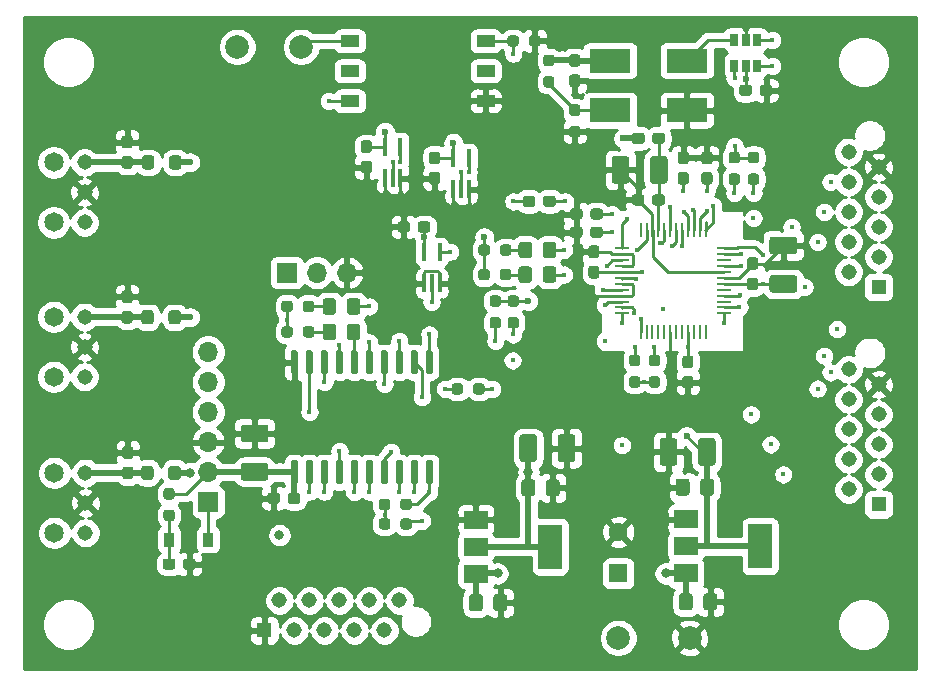
<source format=gbr>
G04 #@! TF.GenerationSoftware,KiCad,Pcbnew,(5.1.10-0-10_14)*
G04 #@! TF.CreationDate,2021-06-26T15:35:32+02:00*
G04 #@! TF.ProjectId,dac,6461632e-6b69-4636-9164-5f7063625858,rev?*
G04 #@! TF.SameCoordinates,Original*
G04 #@! TF.FileFunction,Copper,L1,Top*
G04 #@! TF.FilePolarity,Positive*
%FSLAX46Y46*%
G04 Gerber Fmt 4.6, Leading zero omitted, Abs format (unit mm)*
G04 Created by KiCad (PCBNEW (5.1.10-0-10_14)) date 2021-06-26 15:35:32*
%MOMM*%
%LPD*%
G01*
G04 APERTURE LIST*
G04 #@! TA.AperFunction,ComponentPad*
%ADD10C,1.308000*%
G04 #@! TD*
G04 #@! TA.AperFunction,ComponentPad*
%ADD11C,1.650000*%
G04 #@! TD*
G04 #@! TA.AperFunction,SMDPad,CuDef*
%ADD12R,1.600000X1.000000*%
G04 #@! TD*
G04 #@! TA.AperFunction,SMDPad,CuDef*
%ADD13R,0.400000X1.500000*%
G04 #@! TD*
G04 #@! TA.AperFunction,ComponentPad*
%ADD14C,2.000000*%
G04 #@! TD*
G04 #@! TA.AperFunction,ComponentPad*
%ADD15R,1.308000X1.308000*%
G04 #@! TD*
G04 #@! TA.AperFunction,ComponentPad*
%ADD16O,1.700000X1.700000*%
G04 #@! TD*
G04 #@! TA.AperFunction,ComponentPad*
%ADD17R,1.700000X1.700000*%
G04 #@! TD*
G04 #@! TA.AperFunction,SMDPad,CuDef*
%ADD18R,0.900000X1.200000*%
G04 #@! TD*
G04 #@! TA.AperFunction,SMDPad,CuDef*
%ADD19R,0.650000X1.060000*%
G04 #@! TD*
G04 #@! TA.AperFunction,SMDPad,CuDef*
%ADD20R,2.000000X1.500000*%
G04 #@! TD*
G04 #@! TA.AperFunction,SMDPad,CuDef*
%ADD21R,2.000000X3.800000*%
G04 #@! TD*
G04 #@! TA.AperFunction,SMDPad,CuDef*
%ADD22R,3.500000X2.000000*%
G04 #@! TD*
G04 #@! TA.AperFunction,ComponentPad*
%ADD23C,1.600000*%
G04 #@! TD*
G04 #@! TA.AperFunction,ComponentPad*
%ADD24R,1.600000X1.600000*%
G04 #@! TD*
G04 #@! TA.AperFunction,SMDPad,CuDef*
%ADD25R,1.300000X0.250000*%
G04 #@! TD*
G04 #@! TA.AperFunction,SMDPad,CuDef*
%ADD26R,0.250000X1.300000*%
G04 #@! TD*
G04 #@! TA.AperFunction,ViaPad*
%ADD27C,0.450000*%
G04 #@! TD*
G04 #@! TA.AperFunction,ViaPad*
%ADD28C,0.600000*%
G04 #@! TD*
G04 #@! TA.AperFunction,ViaPad*
%ADD29C,0.800000*%
G04 #@! TD*
G04 #@! TA.AperFunction,Conductor*
%ADD30C,0.250000*%
G04 #@! TD*
G04 #@! TA.AperFunction,Conductor*
%ADD31C,0.500000*%
G04 #@! TD*
G04 #@! TA.AperFunction,Conductor*
%ADD32C,0.254000*%
G04 #@! TD*
G04 #@! TA.AperFunction,Conductor*
%ADD33C,0.100000*%
G04 #@! TD*
G04 APERTURE END LIST*
D10*
X115088500Y-96393000D03*
X115088500Y-98933000D03*
X115088500Y-101473000D03*
D11*
X112458500Y-101473000D03*
X112458500Y-96393000D03*
D10*
X115025000Y-83185000D03*
X115025000Y-85725000D03*
X115025000Y-88265000D03*
D11*
X112395000Y-88265000D03*
X112395000Y-83185000D03*
D10*
X115025000Y-70104000D03*
X115025000Y-72644000D03*
X115025000Y-75184000D03*
D11*
X112395000Y-75184000D03*
X112395000Y-70104000D03*
D12*
X137471000Y-64897000D03*
X148971000Y-64897000D03*
X137471000Y-62357000D03*
X148971000Y-62357000D03*
X137471000Y-59817000D03*
X148971000Y-59817000D03*
D13*
X143778001Y-77692001D03*
X145078001Y-77692001D03*
X145078001Y-80352001D03*
X144428001Y-80352001D03*
X143778001Y-80352001D03*
G04 #@! TA.AperFunction,SMDPad,CuDef*
G36*
G01*
X122107500Y-96743001D02*
X122107500Y-96042999D01*
G75*
G02*
X122357499Y-95793000I249999J0D01*
G01*
X122907501Y-95793000D01*
G75*
G02*
X123157500Y-96042999I0J-249999D01*
G01*
X123157500Y-96743001D01*
G75*
G02*
X122907501Y-96993000I-249999J0D01*
G01*
X122357499Y-96993000D01*
G75*
G02*
X122107500Y-96743001I0J249999D01*
G01*
G37*
G04 #@! TD.AperFunction*
G04 #@! TA.AperFunction,SMDPad,CuDef*
G36*
G01*
X119807500Y-96743001D02*
X119807500Y-96042999D01*
G75*
G02*
X120057499Y-95793000I249999J0D01*
G01*
X120607501Y-95793000D01*
G75*
G02*
X120857500Y-96042999I0J-249999D01*
G01*
X120857500Y-96743001D01*
G75*
G02*
X120607501Y-96993000I-249999J0D01*
G01*
X120057499Y-96993000D01*
G75*
G02*
X119807500Y-96743001I0J249999D01*
G01*
G37*
G04 #@! TD.AperFunction*
G04 #@! TA.AperFunction,SMDPad,CuDef*
G36*
G01*
X142576500Y-75327500D02*
X142576500Y-75802500D01*
G75*
G02*
X142339000Y-76040000I-237500J0D01*
G01*
X141739000Y-76040000D01*
G75*
G02*
X141501500Y-75802500I0J237500D01*
G01*
X141501500Y-75327500D01*
G75*
G02*
X141739000Y-75090000I237500J0D01*
G01*
X142339000Y-75090000D01*
G75*
G02*
X142576500Y-75327500I0J-237500D01*
G01*
G37*
G04 #@! TD.AperFunction*
G04 #@! TA.AperFunction,SMDPad,CuDef*
G36*
G01*
X144301500Y-75327500D02*
X144301500Y-75802500D01*
G75*
G02*
X144064000Y-76040000I-237500J0D01*
G01*
X143464000Y-76040000D01*
G75*
G02*
X143226500Y-75802500I0J237500D01*
G01*
X143226500Y-75327500D01*
G75*
G02*
X143464000Y-75090000I237500J0D01*
G01*
X144064000Y-75090000D01*
G75*
G02*
X144301500Y-75327500I0J-237500D01*
G01*
G37*
G04 #@! TD.AperFunction*
G04 #@! TA.AperFunction,SMDPad,CuDef*
G36*
G01*
X118444000Y-95855500D02*
X118919000Y-95855500D01*
G75*
G02*
X119156500Y-96093000I0J-237500D01*
G01*
X119156500Y-96693000D01*
G75*
G02*
X118919000Y-96930500I-237500J0D01*
G01*
X118444000Y-96930500D01*
G75*
G02*
X118206500Y-96693000I0J237500D01*
G01*
X118206500Y-96093000D01*
G75*
G02*
X118444000Y-95855500I237500J0D01*
G01*
G37*
G04 #@! TD.AperFunction*
G04 #@! TA.AperFunction,SMDPad,CuDef*
G36*
G01*
X118444000Y-94130500D02*
X118919000Y-94130500D01*
G75*
G02*
X119156500Y-94368000I0J-237500D01*
G01*
X119156500Y-94968000D01*
G75*
G02*
X118919000Y-95205500I-237500J0D01*
G01*
X118444000Y-95205500D01*
G75*
G02*
X118206500Y-94968000I0J237500D01*
G01*
X118206500Y-94368000D01*
G75*
G02*
X118444000Y-94130500I237500J0D01*
G01*
G37*
G04 #@! TD.AperFunction*
G04 #@! TA.AperFunction,SMDPad,CuDef*
G36*
G01*
X151784500Y-59579500D02*
X151784500Y-60054500D01*
G75*
G02*
X151547000Y-60292000I-237500J0D01*
G01*
X151047000Y-60292000D01*
G75*
G02*
X150809500Y-60054500I0J237500D01*
G01*
X150809500Y-59579500D01*
G75*
G02*
X151047000Y-59342000I237500J0D01*
G01*
X151547000Y-59342000D01*
G75*
G02*
X151784500Y-59579500I0J-237500D01*
G01*
G37*
G04 #@! TD.AperFunction*
G04 #@! TA.AperFunction,SMDPad,CuDef*
G36*
G01*
X153609500Y-59579500D02*
X153609500Y-60054500D01*
G75*
G02*
X153372000Y-60292000I-237500J0D01*
G01*
X152872000Y-60292000D01*
G75*
G02*
X152634500Y-60054500I0J237500D01*
G01*
X152634500Y-59579500D01*
G75*
G02*
X152872000Y-59342000I237500J0D01*
G01*
X153372000Y-59342000D01*
G75*
G02*
X153609500Y-59579500I0J-237500D01*
G01*
G37*
G04 #@! TD.AperFunction*
D14*
X127952500Y-60325000D03*
X133350000Y-60325000D03*
G04 #@! TA.AperFunction,SMDPad,CuDef*
G36*
G01*
X153831000Y-73643500D02*
X153831000Y-73168500D01*
G75*
G02*
X154068500Y-72931000I237500J0D01*
G01*
X154668500Y-72931000D01*
G75*
G02*
X154906000Y-73168500I0J-237500D01*
G01*
X154906000Y-73643500D01*
G75*
G02*
X154668500Y-73881000I-237500J0D01*
G01*
X154068500Y-73881000D01*
G75*
G02*
X153831000Y-73643500I0J237500D01*
G01*
G37*
G04 #@! TD.AperFunction*
G04 #@! TA.AperFunction,SMDPad,CuDef*
G36*
G01*
X152106000Y-73643500D02*
X152106000Y-73168500D01*
G75*
G02*
X152343500Y-72931000I237500J0D01*
G01*
X152943500Y-72931000D01*
G75*
G02*
X153181000Y-73168500I0J-237500D01*
G01*
X153181000Y-73643500D01*
G75*
G02*
X152943500Y-73881000I-237500J0D01*
G01*
X152343500Y-73881000D01*
G75*
G02*
X152106000Y-73643500I0J237500D01*
G01*
G37*
G04 #@! TD.AperFunction*
G04 #@! TA.AperFunction,SMDPad,CuDef*
G36*
G01*
X157831500Y-74710300D02*
X157831500Y-74235300D01*
G75*
G02*
X158069000Y-73997800I237500J0D01*
G01*
X158669000Y-73997800D01*
G75*
G02*
X158906500Y-74235300I0J-237500D01*
G01*
X158906500Y-74710300D01*
G75*
G02*
X158669000Y-74947800I-237500J0D01*
G01*
X158069000Y-74947800D01*
G75*
G02*
X157831500Y-74710300I0J237500D01*
G01*
G37*
G04 #@! TD.AperFunction*
G04 #@! TA.AperFunction,SMDPad,CuDef*
G36*
G01*
X156106500Y-74710300D02*
X156106500Y-74235300D01*
G75*
G02*
X156344000Y-73997800I237500J0D01*
G01*
X156944000Y-73997800D01*
G75*
G02*
X157181500Y-74235300I0J-237500D01*
G01*
X157181500Y-74710300D01*
G75*
G02*
X156944000Y-74947800I-237500J0D01*
G01*
X156344000Y-74947800D01*
G75*
G02*
X156106500Y-74710300I0J237500D01*
G01*
G37*
G04 #@! TD.AperFunction*
G04 #@! TA.AperFunction,SMDPad,CuDef*
G36*
G01*
X157829300Y-76259700D02*
X157829300Y-75784700D01*
G75*
G02*
X158066800Y-75547200I237500J0D01*
G01*
X158666800Y-75547200D01*
G75*
G02*
X158904300Y-75784700I0J-237500D01*
G01*
X158904300Y-76259700D01*
G75*
G02*
X158666800Y-76497200I-237500J0D01*
G01*
X158066800Y-76497200D01*
G75*
G02*
X157829300Y-76259700I0J237500D01*
G01*
G37*
G04 #@! TD.AperFunction*
G04 #@! TA.AperFunction,SMDPad,CuDef*
G36*
G01*
X156104300Y-76259700D02*
X156104300Y-75784700D01*
G75*
G02*
X156341800Y-75547200I237500J0D01*
G01*
X156941800Y-75547200D01*
G75*
G02*
X157179300Y-75784700I0J-237500D01*
G01*
X157179300Y-76259700D01*
G75*
G02*
X156941800Y-76497200I-237500J0D01*
G01*
X156341800Y-76497200D01*
G75*
G02*
X156104300Y-76259700I0J237500D01*
G01*
G37*
G04 #@! TD.AperFunction*
D15*
X130238500Y-109728000D03*
D10*
X131508500Y-107188000D03*
X132778500Y-109728000D03*
X134048500Y-107188000D03*
X135318500Y-109728000D03*
X136588500Y-107188000D03*
X137858500Y-109728000D03*
X139128500Y-107188000D03*
X140398500Y-109728000D03*
X141668500Y-107188000D03*
D15*
X182245000Y-99060000D03*
D10*
X179705000Y-97790000D03*
X182245000Y-96520000D03*
X179705000Y-95250000D03*
X182245000Y-93980000D03*
X179705000Y-92710000D03*
X182245000Y-91440000D03*
X179705000Y-90170000D03*
X182245000Y-88900000D03*
X179705000Y-87630000D03*
D15*
X182245000Y-80645000D03*
D10*
X179705000Y-79375000D03*
X182245000Y-78105000D03*
X179705000Y-76835000D03*
X182245000Y-75565000D03*
X179705000Y-74295000D03*
X182245000Y-73025000D03*
X179705000Y-71755000D03*
X182245000Y-70485000D03*
X179705000Y-69215000D03*
G04 #@! TA.AperFunction,SMDPad,CuDef*
G36*
G01*
X147062000Y-89043500D02*
X147062000Y-89518500D01*
G75*
G02*
X146824500Y-89756000I-237500J0D01*
G01*
X146324500Y-89756000D01*
G75*
G02*
X146087000Y-89518500I0J237500D01*
G01*
X146087000Y-89043500D01*
G75*
G02*
X146324500Y-88806000I237500J0D01*
G01*
X146824500Y-88806000D01*
G75*
G02*
X147062000Y-89043500I0J-237500D01*
G01*
G37*
G04 #@! TD.AperFunction*
G04 #@! TA.AperFunction,SMDPad,CuDef*
G36*
G01*
X148887000Y-89043500D02*
X148887000Y-89518500D01*
G75*
G02*
X148649500Y-89756000I-237500J0D01*
G01*
X148149500Y-89756000D01*
G75*
G02*
X147912000Y-89518500I0J237500D01*
G01*
X147912000Y-89043500D01*
G75*
G02*
X148149500Y-88806000I237500J0D01*
G01*
X148649500Y-88806000D01*
G75*
G02*
X148887000Y-89043500I0J-237500D01*
G01*
G37*
G04 #@! TD.AperFunction*
G04 #@! TA.AperFunction,SMDPad,CuDef*
G36*
G01*
X121936500Y-99508500D02*
X122411500Y-99508500D01*
G75*
G02*
X122649000Y-99746000I0J-237500D01*
G01*
X122649000Y-100246000D01*
G75*
G02*
X122411500Y-100483500I-237500J0D01*
G01*
X121936500Y-100483500D01*
G75*
G02*
X121699000Y-100246000I0J237500D01*
G01*
X121699000Y-99746000D01*
G75*
G02*
X121936500Y-99508500I237500J0D01*
G01*
G37*
G04 #@! TD.AperFunction*
G04 #@! TA.AperFunction,SMDPad,CuDef*
G36*
G01*
X121936500Y-97683500D02*
X122411500Y-97683500D01*
G75*
G02*
X122649000Y-97921000I0J-237500D01*
G01*
X122649000Y-98421000D01*
G75*
G02*
X122411500Y-98658500I-237500J0D01*
G01*
X121936500Y-98658500D01*
G75*
G02*
X121699000Y-98421000I0J237500D01*
G01*
X121699000Y-97921000D01*
G75*
G02*
X121936500Y-97683500I237500J0D01*
G01*
G37*
G04 #@! TD.AperFunction*
D16*
X137223500Y-79438500D03*
X134683500Y-79438500D03*
D17*
X132143500Y-79438500D03*
D18*
X122176000Y-102044500D03*
X125476000Y-102044500D03*
G04 #@! TA.AperFunction,SMDPad,CuDef*
G36*
G01*
X123361500Y-104352100D02*
X123361500Y-103877100D01*
G75*
G02*
X123599000Y-103639600I237500J0D01*
G01*
X124199000Y-103639600D01*
G75*
G02*
X124436500Y-103877100I0J-237500D01*
G01*
X124436500Y-104352100D01*
G75*
G02*
X124199000Y-104589600I-237500J0D01*
G01*
X123599000Y-104589600D01*
G75*
G02*
X123361500Y-104352100I0J237500D01*
G01*
G37*
G04 #@! TD.AperFunction*
G04 #@! TA.AperFunction,SMDPad,CuDef*
G36*
G01*
X121636500Y-104352100D02*
X121636500Y-103877100D01*
G75*
G02*
X121874000Y-103639600I237500J0D01*
G01*
X122474000Y-103639600D01*
G75*
G02*
X122711500Y-103877100I0J-237500D01*
G01*
X122711500Y-104352100D01*
G75*
G02*
X122474000Y-104589600I-237500J0D01*
G01*
X121874000Y-104589600D01*
G75*
G02*
X121636500Y-104352100I0J237500D01*
G01*
G37*
G04 #@! TD.AperFunction*
G04 #@! TA.AperFunction,SMDPad,CuDef*
G36*
G01*
X122120200Y-83560401D02*
X122120200Y-82860399D01*
G75*
G02*
X122370199Y-82610400I249999J0D01*
G01*
X122920201Y-82610400D01*
G75*
G02*
X123170200Y-82860399I0J-249999D01*
G01*
X123170200Y-83560401D01*
G75*
G02*
X122920201Y-83810400I-249999J0D01*
G01*
X122370199Y-83810400D01*
G75*
G02*
X122120200Y-83560401I0J249999D01*
G01*
G37*
G04 #@! TD.AperFunction*
G04 #@! TA.AperFunction,SMDPad,CuDef*
G36*
G01*
X119820200Y-83560401D02*
X119820200Y-82860399D01*
G75*
G02*
X120070199Y-82610400I249999J0D01*
G01*
X120620201Y-82610400D01*
G75*
G02*
X120870200Y-82860399I0J-249999D01*
G01*
X120870200Y-83560401D01*
G75*
G02*
X120620201Y-83810400I-249999J0D01*
G01*
X120070199Y-83810400D01*
G75*
G02*
X119820200Y-83560401I0J249999D01*
G01*
G37*
G04 #@! TD.AperFunction*
G04 #@! TA.AperFunction,SMDPad,CuDef*
G36*
G01*
X122171000Y-70454001D02*
X122171000Y-69753999D01*
G75*
G02*
X122420999Y-69504000I249999J0D01*
G01*
X122971001Y-69504000D01*
G75*
G02*
X123221000Y-69753999I0J-249999D01*
G01*
X123221000Y-70454001D01*
G75*
G02*
X122971001Y-70704000I-249999J0D01*
G01*
X122420999Y-70704000D01*
G75*
G02*
X122171000Y-70454001I0J249999D01*
G01*
G37*
G04 #@! TD.AperFunction*
G04 #@! TA.AperFunction,SMDPad,CuDef*
G36*
G01*
X119871000Y-70454001D02*
X119871000Y-69753999D01*
G75*
G02*
X120120999Y-69504000I249999J0D01*
G01*
X120671001Y-69504000D01*
G75*
G02*
X120921000Y-69753999I0J-249999D01*
G01*
X120921000Y-70454001D01*
G75*
G02*
X120671001Y-70704000I-249999J0D01*
G01*
X120120999Y-70704000D01*
G75*
G02*
X119871000Y-70454001I0J249999D01*
G01*
G37*
G04 #@! TD.AperFunction*
G04 #@! TA.AperFunction,SMDPad,CuDef*
G36*
G01*
X141752500Y-100948500D02*
X141752500Y-100473500D01*
G75*
G02*
X141990000Y-100236000I237500J0D01*
G01*
X142490000Y-100236000D01*
G75*
G02*
X142727500Y-100473500I0J-237500D01*
G01*
X142727500Y-100948500D01*
G75*
G02*
X142490000Y-101186000I-237500J0D01*
G01*
X141990000Y-101186000D01*
G75*
G02*
X141752500Y-100948500I0J237500D01*
G01*
G37*
G04 #@! TD.AperFunction*
G04 #@! TA.AperFunction,SMDPad,CuDef*
G36*
G01*
X139927500Y-100948500D02*
X139927500Y-100473500D01*
G75*
G02*
X140165000Y-100236000I237500J0D01*
G01*
X140665000Y-100236000D01*
G75*
G02*
X140902500Y-100473500I0J-237500D01*
G01*
X140902500Y-100948500D01*
G75*
G02*
X140665000Y-101186000I-237500J0D01*
G01*
X140165000Y-101186000D01*
G75*
G02*
X139927500Y-100948500I0J237500D01*
G01*
G37*
G04 #@! TD.AperFunction*
G04 #@! TA.AperFunction,SMDPad,CuDef*
G36*
G01*
X141752500Y-99297500D02*
X141752500Y-98822500D01*
G75*
G02*
X141990000Y-98585000I237500J0D01*
G01*
X142490000Y-98585000D01*
G75*
G02*
X142727500Y-98822500I0J-237500D01*
G01*
X142727500Y-99297500D01*
G75*
G02*
X142490000Y-99535000I-237500J0D01*
G01*
X141990000Y-99535000D01*
G75*
G02*
X141752500Y-99297500I0J237500D01*
G01*
G37*
G04 #@! TD.AperFunction*
G04 #@! TA.AperFunction,SMDPad,CuDef*
G36*
G01*
X139927500Y-99297500D02*
X139927500Y-98822500D01*
G75*
G02*
X140165000Y-98585000I237500J0D01*
G01*
X140665000Y-98585000D01*
G75*
G02*
X140902500Y-98822500I0J-237500D01*
G01*
X140902500Y-99297500D01*
G75*
G02*
X140665000Y-99535000I-237500J0D01*
G01*
X140165000Y-99535000D01*
G75*
G02*
X139927500Y-99297500I0J237500D01*
G01*
G37*
G04 #@! TD.AperFunction*
G04 #@! TA.AperFunction,SMDPad,CuDef*
G36*
G01*
X133497500Y-84692500D02*
X133497500Y-84217500D01*
G75*
G02*
X133735000Y-83980000I237500J0D01*
G01*
X134235000Y-83980000D01*
G75*
G02*
X134472500Y-84217500I0J-237500D01*
G01*
X134472500Y-84692500D01*
G75*
G02*
X134235000Y-84930000I-237500J0D01*
G01*
X133735000Y-84930000D01*
G75*
G02*
X133497500Y-84692500I0J237500D01*
G01*
G37*
G04 #@! TD.AperFunction*
G04 #@! TA.AperFunction,SMDPad,CuDef*
G36*
G01*
X131672500Y-84692500D02*
X131672500Y-84217500D01*
G75*
G02*
X131910000Y-83980000I237500J0D01*
G01*
X132410000Y-83980000D01*
G75*
G02*
X132647500Y-84217500I0J-237500D01*
G01*
X132647500Y-84692500D01*
G75*
G02*
X132410000Y-84930000I-237500J0D01*
G01*
X131910000Y-84930000D01*
G75*
G02*
X131672500Y-84692500I0J237500D01*
G01*
G37*
G04 #@! TD.AperFunction*
G04 #@! TA.AperFunction,SMDPad,CuDef*
G36*
G01*
X133497500Y-82533500D02*
X133497500Y-82058500D01*
G75*
G02*
X133735000Y-81821000I237500J0D01*
G01*
X134235000Y-81821000D01*
G75*
G02*
X134472500Y-82058500I0J-237500D01*
G01*
X134472500Y-82533500D01*
G75*
G02*
X134235000Y-82771000I-237500J0D01*
G01*
X133735000Y-82771000D01*
G75*
G02*
X133497500Y-82533500I0J237500D01*
G01*
G37*
G04 #@! TD.AperFunction*
G04 #@! TA.AperFunction,SMDPad,CuDef*
G36*
G01*
X131672500Y-82533500D02*
X131672500Y-82058500D01*
G75*
G02*
X131910000Y-81821000I237500J0D01*
G01*
X132410000Y-81821000D01*
G75*
G02*
X132647500Y-82058500I0J-237500D01*
G01*
X132647500Y-82533500D01*
G75*
G02*
X132410000Y-82771000I-237500J0D01*
G01*
X131910000Y-82771000D01*
G75*
G02*
X131672500Y-82533500I0J237500D01*
G01*
G37*
G04 #@! TD.AperFunction*
G04 #@! TA.AperFunction,SMDPad,CuDef*
G36*
G01*
X136320000Y-84004999D02*
X136320000Y-84905001D01*
G75*
G02*
X136070001Y-85155000I-249999J0D01*
G01*
X135419999Y-85155000D01*
G75*
G02*
X135170000Y-84905001I0J249999D01*
G01*
X135170000Y-84004999D01*
G75*
G02*
X135419999Y-83755000I249999J0D01*
G01*
X136070001Y-83755000D01*
G75*
G02*
X136320000Y-84004999I0J-249999D01*
G01*
G37*
G04 #@! TD.AperFunction*
G04 #@! TA.AperFunction,SMDPad,CuDef*
G36*
G01*
X138370000Y-84004999D02*
X138370000Y-84905001D01*
G75*
G02*
X138120001Y-85155000I-249999J0D01*
G01*
X137469999Y-85155000D01*
G75*
G02*
X137220000Y-84905001I0J249999D01*
G01*
X137220000Y-84004999D01*
G75*
G02*
X137469999Y-83755000I249999J0D01*
G01*
X138120001Y-83755000D01*
G75*
G02*
X138370000Y-84004999I0J-249999D01*
G01*
G37*
G04 #@! TD.AperFunction*
G04 #@! TA.AperFunction,SMDPad,CuDef*
G36*
G01*
X136320000Y-81845999D02*
X136320000Y-82746001D01*
G75*
G02*
X136070001Y-82996000I-249999J0D01*
G01*
X135419999Y-82996000D01*
G75*
G02*
X135170000Y-82746001I0J249999D01*
G01*
X135170000Y-81845999D01*
G75*
G02*
X135419999Y-81596000I249999J0D01*
G01*
X136070001Y-81596000D01*
G75*
G02*
X136320000Y-81845999I0J-249999D01*
G01*
G37*
G04 #@! TD.AperFunction*
G04 #@! TA.AperFunction,SMDPad,CuDef*
G36*
G01*
X138370000Y-81845999D02*
X138370000Y-82746001D01*
G75*
G02*
X138120001Y-82996000I-249999J0D01*
G01*
X137469999Y-82996000D01*
G75*
G02*
X137220000Y-82746001I0J249999D01*
G01*
X137220000Y-81845999D01*
G75*
G02*
X137469999Y-81596000I249999J0D01*
G01*
X138120001Y-81596000D01*
G75*
G02*
X138370000Y-81845999I0J-249999D01*
G01*
G37*
G04 #@! TD.AperFunction*
G04 #@! TA.AperFunction,SMDPad,CuDef*
G36*
G01*
X163089300Y-68309500D02*
X163089300Y-67834500D01*
G75*
G02*
X163326800Y-67597000I237500J0D01*
G01*
X163926800Y-67597000D01*
G75*
G02*
X164164300Y-67834500I0J-237500D01*
G01*
X164164300Y-68309500D01*
G75*
G02*
X163926800Y-68547000I-237500J0D01*
G01*
X163326800Y-68547000D01*
G75*
G02*
X163089300Y-68309500I0J237500D01*
G01*
G37*
G04 #@! TD.AperFunction*
G04 #@! TA.AperFunction,SMDPad,CuDef*
G36*
G01*
X161364300Y-68309500D02*
X161364300Y-67834500D01*
G75*
G02*
X161601800Y-67597000I237500J0D01*
G01*
X162201800Y-67597000D01*
G75*
G02*
X162439300Y-67834500I0J-237500D01*
G01*
X162439300Y-68309500D01*
G75*
G02*
X162201800Y-68547000I-237500J0D01*
G01*
X161601800Y-68547000D01*
G75*
G02*
X161364300Y-68309500I0J237500D01*
G01*
G37*
G04 #@! TD.AperFunction*
D13*
X146240500Y-69730000D03*
X147540500Y-69730000D03*
X147540500Y-72390000D03*
X146890500Y-72390000D03*
X146240500Y-72390000D03*
X140447000Y-68790200D03*
X141747000Y-68790200D03*
X141747000Y-71450200D03*
X141097000Y-71450200D03*
X140447000Y-71450200D03*
G04 #@! TA.AperFunction,SMDPad,CuDef*
G36*
G01*
X144415500Y-70910500D02*
X144890500Y-70910500D01*
G75*
G02*
X145128000Y-71148000I0J-237500D01*
G01*
X145128000Y-71748000D01*
G75*
G02*
X144890500Y-71985500I-237500J0D01*
G01*
X144415500Y-71985500D01*
G75*
G02*
X144178000Y-71748000I0J237500D01*
G01*
X144178000Y-71148000D01*
G75*
G02*
X144415500Y-70910500I237500J0D01*
G01*
G37*
G04 #@! TD.AperFunction*
G04 #@! TA.AperFunction,SMDPad,CuDef*
G36*
G01*
X144415500Y-69185500D02*
X144890500Y-69185500D01*
G75*
G02*
X145128000Y-69423000I0J-237500D01*
G01*
X145128000Y-70023000D01*
G75*
G02*
X144890500Y-70260500I-237500J0D01*
G01*
X144415500Y-70260500D01*
G75*
G02*
X144178000Y-70023000I0J237500D01*
G01*
X144178000Y-69423000D01*
G75*
G02*
X144415500Y-69185500I237500J0D01*
G01*
G37*
G04 #@! TD.AperFunction*
G04 #@! TA.AperFunction,SMDPad,CuDef*
G36*
G01*
X138637000Y-69958000D02*
X139112000Y-69958000D01*
G75*
G02*
X139349500Y-70195500I0J-237500D01*
G01*
X139349500Y-70795500D01*
G75*
G02*
X139112000Y-71033000I-237500J0D01*
G01*
X138637000Y-71033000D01*
G75*
G02*
X138399500Y-70795500I0J237500D01*
G01*
X138399500Y-70195500D01*
G75*
G02*
X138637000Y-69958000I237500J0D01*
G01*
G37*
G04 #@! TD.AperFunction*
G04 #@! TA.AperFunction,SMDPad,CuDef*
G36*
G01*
X138637000Y-68233000D02*
X139112000Y-68233000D01*
G75*
G02*
X139349500Y-68470500I0J-237500D01*
G01*
X139349500Y-69070500D01*
G75*
G02*
X139112000Y-69308000I-237500J0D01*
G01*
X138637000Y-69308000D01*
G75*
G02*
X138399500Y-69070500I0J237500D01*
G01*
X138399500Y-68470500D01*
G75*
G02*
X138637000Y-68233000I237500J0D01*
G01*
G37*
G04 #@! TD.AperFunction*
D19*
X170977600Y-61925200D03*
X171927600Y-61925200D03*
X170027600Y-61925200D03*
X170027600Y-59725200D03*
X170977600Y-59725200D03*
X171927600Y-59725200D03*
G04 #@! TA.AperFunction,SMDPad,CuDef*
G36*
G01*
X171530300Y-63770500D02*
X171530300Y-64245500D01*
G75*
G02*
X171292800Y-64483000I-237500J0D01*
G01*
X170692800Y-64483000D01*
G75*
G02*
X170455300Y-64245500I0J237500D01*
G01*
X170455300Y-63770500D01*
G75*
G02*
X170692800Y-63533000I237500J0D01*
G01*
X171292800Y-63533000D01*
G75*
G02*
X171530300Y-63770500I0J-237500D01*
G01*
G37*
G04 #@! TD.AperFunction*
G04 #@! TA.AperFunction,SMDPad,CuDef*
G36*
G01*
X173255300Y-63770500D02*
X173255300Y-64245500D01*
G75*
G02*
X173017800Y-64483000I-237500J0D01*
G01*
X172417800Y-64483000D01*
G75*
G02*
X172180300Y-64245500I0J237500D01*
G01*
X172180300Y-63770500D01*
G75*
G02*
X172417800Y-63533000I237500J0D01*
G01*
X173017800Y-63533000D01*
G75*
G02*
X173255300Y-63770500I0J-237500D01*
G01*
G37*
G04 #@! TD.AperFunction*
G04 #@! TA.AperFunction,SMDPad,CuDef*
G36*
G01*
X156752300Y-66171900D02*
X156277300Y-66171900D01*
G75*
G02*
X156039800Y-65934400I0J237500D01*
G01*
X156039800Y-65434400D01*
G75*
G02*
X156277300Y-65196900I237500J0D01*
G01*
X156752300Y-65196900D01*
G75*
G02*
X156989800Y-65434400I0J-237500D01*
G01*
X156989800Y-65934400D01*
G75*
G02*
X156752300Y-66171900I-237500J0D01*
G01*
G37*
G04 #@! TD.AperFunction*
G04 #@! TA.AperFunction,SMDPad,CuDef*
G36*
G01*
X156752300Y-67996900D02*
X156277300Y-67996900D01*
G75*
G02*
X156039800Y-67759400I0J237500D01*
G01*
X156039800Y-67259400D01*
G75*
G02*
X156277300Y-67021900I237500J0D01*
G01*
X156752300Y-67021900D01*
G75*
G02*
X156989800Y-67259400I0J-237500D01*
G01*
X156989800Y-67759400D01*
G75*
G02*
X156752300Y-67996900I-237500J0D01*
G01*
G37*
G04 #@! TD.AperFunction*
G04 #@! TA.AperFunction,SMDPad,CuDef*
G36*
G01*
X154567900Y-61955500D02*
X154092900Y-61955500D01*
G75*
G02*
X153855400Y-61718000I0J237500D01*
G01*
X153855400Y-61218000D01*
G75*
G02*
X154092900Y-60980500I237500J0D01*
G01*
X154567900Y-60980500D01*
G75*
G02*
X154805400Y-61218000I0J-237500D01*
G01*
X154805400Y-61718000D01*
G75*
G02*
X154567900Y-61955500I-237500J0D01*
G01*
G37*
G04 #@! TD.AperFunction*
G04 #@! TA.AperFunction,SMDPad,CuDef*
G36*
G01*
X154567900Y-63780500D02*
X154092900Y-63780500D01*
G75*
G02*
X153855400Y-63543000I0J237500D01*
G01*
X153855400Y-63043000D01*
G75*
G02*
X154092900Y-62805500I237500J0D01*
G01*
X154567900Y-62805500D01*
G75*
G02*
X154805400Y-63043000I0J-237500D01*
G01*
X154805400Y-63543000D01*
G75*
G02*
X154567900Y-63780500I-237500J0D01*
G01*
G37*
G04 #@! TD.AperFunction*
G04 #@! TA.AperFunction,SMDPad,CuDef*
G36*
G01*
X170265100Y-70188900D02*
X169790100Y-70188900D01*
G75*
G02*
X169552600Y-69951400I0J237500D01*
G01*
X169552600Y-69451400D01*
G75*
G02*
X169790100Y-69213900I237500J0D01*
G01*
X170265100Y-69213900D01*
G75*
G02*
X170502600Y-69451400I0J-237500D01*
G01*
X170502600Y-69951400D01*
G75*
G02*
X170265100Y-70188900I-237500J0D01*
G01*
G37*
G04 #@! TD.AperFunction*
G04 #@! TA.AperFunction,SMDPad,CuDef*
G36*
G01*
X170265100Y-72013900D02*
X169790100Y-72013900D01*
G75*
G02*
X169552600Y-71776400I0J237500D01*
G01*
X169552600Y-71276400D01*
G75*
G02*
X169790100Y-71038900I237500J0D01*
G01*
X170265100Y-71038900D01*
G75*
G02*
X170502600Y-71276400I0J-237500D01*
G01*
X170502600Y-71776400D01*
G75*
G02*
X170265100Y-72013900I-237500J0D01*
G01*
G37*
G04 #@! TD.AperFunction*
G04 #@! TA.AperFunction,SMDPad,CuDef*
G36*
G01*
X171890700Y-70188900D02*
X171415700Y-70188900D01*
G75*
G02*
X171178200Y-69951400I0J237500D01*
G01*
X171178200Y-69451400D01*
G75*
G02*
X171415700Y-69213900I237500J0D01*
G01*
X171890700Y-69213900D01*
G75*
G02*
X172128200Y-69451400I0J-237500D01*
G01*
X172128200Y-69951400D01*
G75*
G02*
X171890700Y-70188900I-237500J0D01*
G01*
G37*
G04 #@! TD.AperFunction*
G04 #@! TA.AperFunction,SMDPad,CuDef*
G36*
G01*
X171890700Y-72013900D02*
X171415700Y-72013900D01*
G75*
G02*
X171178200Y-71776400I0J237500D01*
G01*
X171178200Y-71276400D01*
G75*
G02*
X171415700Y-71038900I237500J0D01*
G01*
X171890700Y-71038900D01*
G75*
G02*
X172128200Y-71276400I0J-237500D01*
G01*
X172128200Y-71776400D01*
G75*
G02*
X171890700Y-72013900I-237500J0D01*
G01*
G37*
G04 #@! TD.AperFunction*
G04 #@! TA.AperFunction,SMDPad,CuDef*
G36*
G01*
X161357300Y-88205500D02*
X161832300Y-88205500D01*
G75*
G02*
X162069800Y-88443000I0J-237500D01*
G01*
X162069800Y-88943000D01*
G75*
G02*
X161832300Y-89180500I-237500J0D01*
G01*
X161357300Y-89180500D01*
G75*
G02*
X161119800Y-88943000I0J237500D01*
G01*
X161119800Y-88443000D01*
G75*
G02*
X161357300Y-88205500I237500J0D01*
G01*
G37*
G04 #@! TD.AperFunction*
G04 #@! TA.AperFunction,SMDPad,CuDef*
G36*
G01*
X161357300Y-86380500D02*
X161832300Y-86380500D01*
G75*
G02*
X162069800Y-86618000I0J-237500D01*
G01*
X162069800Y-87118000D01*
G75*
G02*
X161832300Y-87355500I-237500J0D01*
G01*
X161357300Y-87355500D01*
G75*
G02*
X161119800Y-87118000I0J237500D01*
G01*
X161119800Y-86618000D01*
G75*
G02*
X161357300Y-86380500I237500J0D01*
G01*
G37*
G04 #@! TD.AperFunction*
G04 #@! TA.AperFunction,SMDPad,CuDef*
G36*
G01*
X163033700Y-88205500D02*
X163508700Y-88205500D01*
G75*
G02*
X163746200Y-88443000I0J-237500D01*
G01*
X163746200Y-88943000D01*
G75*
G02*
X163508700Y-89180500I-237500J0D01*
G01*
X163033700Y-89180500D01*
G75*
G02*
X162796200Y-88943000I0J237500D01*
G01*
X162796200Y-88443000D01*
G75*
G02*
X163033700Y-88205500I237500J0D01*
G01*
G37*
G04 #@! TD.AperFunction*
G04 #@! TA.AperFunction,SMDPad,CuDef*
G36*
G01*
X163033700Y-86380500D02*
X163508700Y-86380500D01*
G75*
G02*
X163746200Y-86618000I0J-237500D01*
G01*
X163746200Y-87118000D01*
G75*
G02*
X163508700Y-87355500I-237500J0D01*
G01*
X163033700Y-87355500D01*
G75*
G02*
X162796200Y-87118000I0J237500D01*
G01*
X162796200Y-86618000D01*
G75*
G02*
X163033700Y-86380500I237500J0D01*
G01*
G37*
G04 #@! TD.AperFunction*
G04 #@! TA.AperFunction,SMDPad,CuDef*
G36*
G01*
X150185300Y-77758300D02*
X150185300Y-77283300D01*
G75*
G02*
X150422800Y-77045800I237500J0D01*
G01*
X150922800Y-77045800D01*
G75*
G02*
X151160300Y-77283300I0J-237500D01*
G01*
X151160300Y-77758300D01*
G75*
G02*
X150922800Y-77995800I-237500J0D01*
G01*
X150422800Y-77995800D01*
G75*
G02*
X150185300Y-77758300I0J237500D01*
G01*
G37*
G04 #@! TD.AperFunction*
G04 #@! TA.AperFunction,SMDPad,CuDef*
G36*
G01*
X148360300Y-77758300D02*
X148360300Y-77283300D01*
G75*
G02*
X148597800Y-77045800I237500J0D01*
G01*
X149097800Y-77045800D01*
G75*
G02*
X149335300Y-77283300I0J-237500D01*
G01*
X149335300Y-77758300D01*
G75*
G02*
X149097800Y-77995800I-237500J0D01*
G01*
X148597800Y-77995800D01*
G75*
G02*
X148360300Y-77758300I0J237500D01*
G01*
G37*
G04 #@! TD.AperFunction*
G04 #@! TA.AperFunction,SMDPad,CuDef*
G36*
G01*
X150181500Y-79841100D02*
X150181500Y-79366100D01*
G75*
G02*
X150419000Y-79128600I237500J0D01*
G01*
X150919000Y-79128600D01*
G75*
G02*
X151156500Y-79366100I0J-237500D01*
G01*
X151156500Y-79841100D01*
G75*
G02*
X150919000Y-80078600I-237500J0D01*
G01*
X150419000Y-80078600D01*
G75*
G02*
X150181500Y-79841100I0J237500D01*
G01*
G37*
G04 #@! TD.AperFunction*
G04 #@! TA.AperFunction,SMDPad,CuDef*
G36*
G01*
X148356500Y-79841100D02*
X148356500Y-79366100D01*
G75*
G02*
X148594000Y-79128600I237500J0D01*
G01*
X149094000Y-79128600D01*
G75*
G02*
X149331500Y-79366100I0J-237500D01*
G01*
X149331500Y-79841100D01*
G75*
G02*
X149094000Y-80078600I-237500J0D01*
G01*
X148594000Y-80078600D01*
G75*
G02*
X148356500Y-79841100I0J237500D01*
G01*
G37*
G04 #@! TD.AperFunction*
D14*
X166243000Y-110363000D03*
X160210500Y-110363000D03*
G04 #@! TA.AperFunction,SMDPad,CuDef*
G36*
G01*
X149559000Y-83189000D02*
X150034000Y-83189000D01*
G75*
G02*
X150271500Y-83426500I0J-237500D01*
G01*
X150271500Y-83926500D01*
G75*
G02*
X150034000Y-84164000I-237500J0D01*
G01*
X149559000Y-84164000D01*
G75*
G02*
X149321500Y-83926500I0J237500D01*
G01*
X149321500Y-83426500D01*
G75*
G02*
X149559000Y-83189000I237500J0D01*
G01*
G37*
G04 #@! TD.AperFunction*
G04 #@! TA.AperFunction,SMDPad,CuDef*
G36*
G01*
X149559000Y-81364000D02*
X150034000Y-81364000D01*
G75*
G02*
X150271500Y-81601500I0J-237500D01*
G01*
X150271500Y-82101500D01*
G75*
G02*
X150034000Y-82339000I-237500J0D01*
G01*
X149559000Y-82339000D01*
G75*
G02*
X149321500Y-82101500I0J237500D01*
G01*
X149321500Y-81601500D01*
G75*
G02*
X149559000Y-81364000I237500J0D01*
G01*
G37*
G04 #@! TD.AperFunction*
G04 #@! TA.AperFunction,SMDPad,CuDef*
G36*
G01*
X151083000Y-83189000D02*
X151558000Y-83189000D01*
G75*
G02*
X151795500Y-83426500I0J-237500D01*
G01*
X151795500Y-83926500D01*
G75*
G02*
X151558000Y-84164000I-237500J0D01*
G01*
X151083000Y-84164000D01*
G75*
G02*
X150845500Y-83926500I0J237500D01*
G01*
X150845500Y-83426500D01*
G75*
G02*
X151083000Y-83189000I237500J0D01*
G01*
G37*
G04 #@! TD.AperFunction*
G04 #@! TA.AperFunction,SMDPad,CuDef*
G36*
G01*
X151083000Y-81364000D02*
X151558000Y-81364000D01*
G75*
G02*
X151795500Y-81601500I0J-237500D01*
G01*
X151795500Y-82101500D01*
G75*
G02*
X151558000Y-82339000I-237500J0D01*
G01*
X151083000Y-82339000D01*
G75*
G02*
X150845500Y-82101500I0J237500D01*
G01*
X150845500Y-81601500D01*
G75*
G02*
X151083000Y-81364000I237500J0D01*
G01*
G37*
G04 #@! TD.AperFunction*
G04 #@! TA.AperFunction,SMDPad,CuDef*
G36*
G01*
X166328100Y-87532500D02*
X165853100Y-87532500D01*
G75*
G02*
X165615600Y-87295000I0J237500D01*
G01*
X165615600Y-86695000D01*
G75*
G02*
X165853100Y-86457500I237500J0D01*
G01*
X166328100Y-86457500D01*
G75*
G02*
X166565600Y-86695000I0J-237500D01*
G01*
X166565600Y-87295000D01*
G75*
G02*
X166328100Y-87532500I-237500J0D01*
G01*
G37*
G04 #@! TD.AperFunction*
G04 #@! TA.AperFunction,SMDPad,CuDef*
G36*
G01*
X166328100Y-89257500D02*
X165853100Y-89257500D01*
G75*
G02*
X165615600Y-89020000I0J237500D01*
G01*
X165615600Y-88420000D01*
G75*
G02*
X165853100Y-88182500I237500J0D01*
G01*
X166328100Y-88182500D01*
G75*
G02*
X166565600Y-88420000I0J-237500D01*
G01*
X166565600Y-89020000D01*
G75*
G02*
X166328100Y-89257500I-237500J0D01*
G01*
G37*
G04 #@! TD.AperFunction*
G04 #@! TA.AperFunction,SMDPad,CuDef*
G36*
G01*
X157902900Y-78860700D02*
X158377900Y-78860700D01*
G75*
G02*
X158615400Y-79098200I0J-237500D01*
G01*
X158615400Y-79698200D01*
G75*
G02*
X158377900Y-79935700I-237500J0D01*
G01*
X157902900Y-79935700D01*
G75*
G02*
X157665400Y-79698200I0J237500D01*
G01*
X157665400Y-79098200D01*
G75*
G02*
X157902900Y-78860700I237500J0D01*
G01*
G37*
G04 #@! TD.AperFunction*
G04 #@! TA.AperFunction,SMDPad,CuDef*
G36*
G01*
X157902900Y-77135700D02*
X158377900Y-77135700D01*
G75*
G02*
X158615400Y-77373200I0J-237500D01*
G01*
X158615400Y-77973200D01*
G75*
G02*
X158377900Y-78210700I-237500J0D01*
G01*
X157902900Y-78210700D01*
G75*
G02*
X157665400Y-77973200I0J237500D01*
G01*
X157665400Y-77373200D01*
G75*
G02*
X157902900Y-77135700I237500J0D01*
G01*
G37*
G04 #@! TD.AperFunction*
G04 #@! TA.AperFunction,SMDPad,CuDef*
G36*
G01*
X163075500Y-73516500D02*
X163075500Y-73041500D01*
G75*
G02*
X163313000Y-72804000I237500J0D01*
G01*
X163913000Y-72804000D01*
G75*
G02*
X164150500Y-73041500I0J-237500D01*
G01*
X164150500Y-73516500D01*
G75*
G02*
X163913000Y-73754000I-237500J0D01*
G01*
X163313000Y-73754000D01*
G75*
G02*
X163075500Y-73516500I0J237500D01*
G01*
G37*
G04 #@! TD.AperFunction*
G04 #@! TA.AperFunction,SMDPad,CuDef*
G36*
G01*
X161350500Y-73516500D02*
X161350500Y-73041500D01*
G75*
G02*
X161588000Y-72804000I237500J0D01*
G01*
X162188000Y-72804000D01*
G75*
G02*
X162425500Y-73041500I0J-237500D01*
G01*
X162425500Y-73516500D01*
G75*
G02*
X162188000Y-73754000I-237500J0D01*
G01*
X161588000Y-73754000D01*
G75*
G02*
X161350500Y-73516500I0J237500D01*
G01*
G37*
G04 #@! TD.AperFunction*
G04 #@! TA.AperFunction,SMDPad,CuDef*
G36*
G01*
X171339500Y-79853500D02*
X171814500Y-79853500D01*
G75*
G02*
X172052000Y-80091000I0J-237500D01*
G01*
X172052000Y-80691000D01*
G75*
G02*
X171814500Y-80928500I-237500J0D01*
G01*
X171339500Y-80928500D01*
G75*
G02*
X171102000Y-80691000I0J237500D01*
G01*
X171102000Y-80091000D01*
G75*
G02*
X171339500Y-79853500I237500J0D01*
G01*
G37*
G04 #@! TD.AperFunction*
G04 #@! TA.AperFunction,SMDPad,CuDef*
G36*
G01*
X171339500Y-78128500D02*
X171814500Y-78128500D01*
G75*
G02*
X172052000Y-78366000I0J-237500D01*
G01*
X172052000Y-78966000D01*
G75*
G02*
X171814500Y-79203500I-237500J0D01*
G01*
X171339500Y-79203500D01*
G75*
G02*
X171102000Y-78966000I0J237500D01*
G01*
X171102000Y-78366000D01*
G75*
G02*
X171339500Y-78128500I237500J0D01*
G01*
G37*
G04 #@! TD.AperFunction*
G04 #@! TA.AperFunction,SMDPad,CuDef*
G36*
G01*
X156277300Y-62657700D02*
X156752300Y-62657700D01*
G75*
G02*
X156989800Y-62895200I0J-237500D01*
G01*
X156989800Y-63495200D01*
G75*
G02*
X156752300Y-63732700I-237500J0D01*
G01*
X156277300Y-63732700D01*
G75*
G02*
X156039800Y-63495200I0J237500D01*
G01*
X156039800Y-62895200D01*
G75*
G02*
X156277300Y-62657700I237500J0D01*
G01*
G37*
G04 #@! TD.AperFunction*
G04 #@! TA.AperFunction,SMDPad,CuDef*
G36*
G01*
X156277300Y-60932700D02*
X156752300Y-60932700D01*
G75*
G02*
X156989800Y-61170200I0J-237500D01*
G01*
X156989800Y-61770200D01*
G75*
G02*
X156752300Y-62007700I-237500J0D01*
G01*
X156277300Y-62007700D01*
G75*
G02*
X156039800Y-61770200I0J237500D01*
G01*
X156039800Y-61170200D01*
G75*
G02*
X156277300Y-60932700I237500J0D01*
G01*
G37*
G04 #@! TD.AperFunction*
G04 #@! TA.AperFunction,SMDPad,CuDef*
G36*
G01*
X132214500Y-98789500D02*
X132214500Y-98314500D01*
G75*
G02*
X132452000Y-98077000I237500J0D01*
G01*
X133052000Y-98077000D01*
G75*
G02*
X133289500Y-98314500I0J-237500D01*
G01*
X133289500Y-98789500D01*
G75*
G02*
X133052000Y-99027000I-237500J0D01*
G01*
X132452000Y-99027000D01*
G75*
G02*
X132214500Y-98789500I0J237500D01*
G01*
G37*
G04 #@! TD.AperFunction*
G04 #@! TA.AperFunction,SMDPad,CuDef*
G36*
G01*
X130489500Y-98789500D02*
X130489500Y-98314500D01*
G75*
G02*
X130727000Y-98077000I237500J0D01*
G01*
X131327000Y-98077000D01*
G75*
G02*
X131564500Y-98314500I0J-237500D01*
G01*
X131564500Y-98789500D01*
G75*
G02*
X131327000Y-99027000I-237500J0D01*
G01*
X130727000Y-99027000D01*
G75*
G02*
X130489500Y-98789500I0J237500D01*
G01*
G37*
G04 #@! TD.AperFunction*
G04 #@! TA.AperFunction,SMDPad,CuDef*
G36*
G01*
X118380500Y-82672900D02*
X118855500Y-82672900D01*
G75*
G02*
X119093000Y-82910400I0J-237500D01*
G01*
X119093000Y-83510400D01*
G75*
G02*
X118855500Y-83747900I-237500J0D01*
G01*
X118380500Y-83747900D01*
G75*
G02*
X118143000Y-83510400I0J237500D01*
G01*
X118143000Y-82910400D01*
G75*
G02*
X118380500Y-82672900I237500J0D01*
G01*
G37*
G04 #@! TD.AperFunction*
G04 #@! TA.AperFunction,SMDPad,CuDef*
G36*
G01*
X118380500Y-80947900D02*
X118855500Y-80947900D01*
G75*
G02*
X119093000Y-81185400I0J-237500D01*
G01*
X119093000Y-81785400D01*
G75*
G02*
X118855500Y-82022900I-237500J0D01*
G01*
X118380500Y-82022900D01*
G75*
G02*
X118143000Y-81785400I0J237500D01*
G01*
X118143000Y-81185400D01*
G75*
G02*
X118380500Y-80947900I237500J0D01*
G01*
G37*
G04 #@! TD.AperFunction*
G04 #@! TA.AperFunction,SMDPad,CuDef*
G36*
G01*
X118380500Y-69566500D02*
X118855500Y-69566500D01*
G75*
G02*
X119093000Y-69804000I0J-237500D01*
G01*
X119093000Y-70404000D01*
G75*
G02*
X118855500Y-70641500I-237500J0D01*
G01*
X118380500Y-70641500D01*
G75*
G02*
X118143000Y-70404000I0J237500D01*
G01*
X118143000Y-69804000D01*
G75*
G02*
X118380500Y-69566500I237500J0D01*
G01*
G37*
G04 #@! TD.AperFunction*
G04 #@! TA.AperFunction,SMDPad,CuDef*
G36*
G01*
X118380500Y-67841500D02*
X118855500Y-67841500D01*
G75*
G02*
X119093000Y-68079000I0J-237500D01*
G01*
X119093000Y-68679000D01*
G75*
G02*
X118855500Y-68916500I-237500J0D01*
G01*
X118380500Y-68916500D01*
G75*
G02*
X118143000Y-68679000I0J237500D01*
G01*
X118143000Y-68079000D01*
G75*
G02*
X118380500Y-67841500I237500J0D01*
G01*
G37*
G04 #@! TD.AperFunction*
G04 #@! TA.AperFunction,SMDPad,CuDef*
G36*
G01*
X167953700Y-70262700D02*
X167478700Y-70262700D01*
G75*
G02*
X167241200Y-70025200I0J237500D01*
G01*
X167241200Y-69425200D01*
G75*
G02*
X167478700Y-69187700I237500J0D01*
G01*
X167953700Y-69187700D01*
G75*
G02*
X168191200Y-69425200I0J-237500D01*
G01*
X168191200Y-70025200D01*
G75*
G02*
X167953700Y-70262700I-237500J0D01*
G01*
G37*
G04 #@! TD.AperFunction*
G04 #@! TA.AperFunction,SMDPad,CuDef*
G36*
G01*
X167953700Y-71987700D02*
X167478700Y-71987700D01*
G75*
G02*
X167241200Y-71750200I0J237500D01*
G01*
X167241200Y-71150200D01*
G75*
G02*
X167478700Y-70912700I237500J0D01*
G01*
X167953700Y-70912700D01*
G75*
G02*
X168191200Y-71150200I0J-237500D01*
G01*
X168191200Y-71750200D01*
G75*
G02*
X167953700Y-71987700I-237500J0D01*
G01*
G37*
G04 #@! TD.AperFunction*
G04 #@! TA.AperFunction,SMDPad,CuDef*
G36*
G01*
X165472100Y-70912700D02*
X165947100Y-70912700D01*
G75*
G02*
X166184600Y-71150200I0J-237500D01*
G01*
X166184600Y-71750200D01*
G75*
G02*
X165947100Y-71987700I-237500J0D01*
G01*
X165472100Y-71987700D01*
G75*
G02*
X165234600Y-71750200I0J237500D01*
G01*
X165234600Y-71150200D01*
G75*
G02*
X165472100Y-70912700I237500J0D01*
G01*
G37*
G04 #@! TD.AperFunction*
G04 #@! TA.AperFunction,SMDPad,CuDef*
G36*
G01*
X165472100Y-69187700D02*
X165947100Y-69187700D01*
G75*
G02*
X166184600Y-69425200I0J-237500D01*
G01*
X166184600Y-70025200D01*
G75*
G02*
X165947100Y-70262700I-237500J0D01*
G01*
X165472100Y-70262700D01*
G75*
G02*
X165234600Y-70025200I0J237500D01*
G01*
X165234600Y-69425200D01*
G75*
G02*
X165472100Y-69187700I237500J0D01*
G01*
G37*
G04 #@! TD.AperFunction*
D20*
X165925500Y-100302000D03*
X165925500Y-104902000D03*
X165925500Y-102602000D03*
D21*
X172225500Y-102602000D03*
D20*
X148145500Y-100341000D03*
X148145500Y-104941000D03*
X148145500Y-102641000D03*
D21*
X154445500Y-102641000D03*
D22*
X159514400Y-61484400D03*
X166014400Y-61484400D03*
X166014400Y-65684400D03*
X159514400Y-65684400D03*
G04 #@! TA.AperFunction,SMDPad,CuDef*
G36*
G01*
X165203500Y-93690000D02*
X165203500Y-95540000D01*
G75*
G02*
X164953500Y-95790000I-250000J0D01*
G01*
X163953500Y-95790000D01*
G75*
G02*
X163703500Y-95540000I0J250000D01*
G01*
X163703500Y-93690000D01*
G75*
G02*
X163953500Y-93440000I250000J0D01*
G01*
X164953500Y-93440000D01*
G75*
G02*
X165203500Y-93690000I0J-250000D01*
G01*
G37*
G04 #@! TD.AperFunction*
G04 #@! TA.AperFunction,SMDPad,CuDef*
G36*
G01*
X168453500Y-93690000D02*
X168453500Y-95540000D01*
G75*
G02*
X168203500Y-95790000I-250000J0D01*
G01*
X167203500Y-95790000D01*
G75*
G02*
X166953500Y-95540000I0J250000D01*
G01*
X166953500Y-93690000D01*
G75*
G02*
X167203500Y-93440000I250000J0D01*
G01*
X168203500Y-93440000D01*
G75*
G02*
X168453500Y-93690000I0J-250000D01*
G01*
G37*
G04 #@! TD.AperFunction*
G04 #@! TA.AperFunction,SMDPad,CuDef*
G36*
G01*
X155079000Y-95222500D02*
X155079000Y-93372500D01*
G75*
G02*
X155329000Y-93122500I250000J0D01*
G01*
X156329000Y-93122500D01*
G75*
G02*
X156579000Y-93372500I0J-250000D01*
G01*
X156579000Y-95222500D01*
G75*
G02*
X156329000Y-95472500I-250000J0D01*
G01*
X155329000Y-95472500D01*
G75*
G02*
X155079000Y-95222500I0J250000D01*
G01*
G37*
G04 #@! TD.AperFunction*
G04 #@! TA.AperFunction,SMDPad,CuDef*
G36*
G01*
X151829000Y-95222500D02*
X151829000Y-93372500D01*
G75*
G02*
X152079000Y-93122500I250000J0D01*
G01*
X153079000Y-93122500D01*
G75*
G02*
X153329000Y-93372500I0J-250000D01*
G01*
X153329000Y-95222500D01*
G75*
G02*
X153079000Y-95472500I-250000J0D01*
G01*
X152079000Y-95472500D01*
G75*
G02*
X151829000Y-95222500I0J250000D01*
G01*
G37*
G04 #@! TD.AperFunction*
G04 #@! TA.AperFunction,SMDPad,CuDef*
G36*
G01*
X166237500Y-97124500D02*
X166237500Y-98074500D01*
G75*
G02*
X165987500Y-98324500I-250000J0D01*
G01*
X165312500Y-98324500D01*
G75*
G02*
X165062500Y-98074500I0J250000D01*
G01*
X165062500Y-97124500D01*
G75*
G02*
X165312500Y-96874500I250000J0D01*
G01*
X165987500Y-96874500D01*
G75*
G02*
X166237500Y-97124500I0J-250000D01*
G01*
G37*
G04 #@! TD.AperFunction*
G04 #@! TA.AperFunction,SMDPad,CuDef*
G36*
G01*
X168312500Y-97124500D02*
X168312500Y-98074500D01*
G75*
G02*
X168062500Y-98324500I-250000J0D01*
G01*
X167387500Y-98324500D01*
G75*
G02*
X167137500Y-98074500I0J250000D01*
G01*
X167137500Y-97124500D01*
G75*
G02*
X167387500Y-96874500I250000J0D01*
G01*
X168062500Y-96874500D01*
G75*
G02*
X168312500Y-97124500I0J-250000D01*
G01*
G37*
G04 #@! TD.AperFunction*
G04 #@! TA.AperFunction,SMDPad,CuDef*
G36*
G01*
X154078000Y-98138000D02*
X154078000Y-97188000D01*
G75*
G02*
X154328000Y-96938000I250000J0D01*
G01*
X155003000Y-96938000D01*
G75*
G02*
X155253000Y-97188000I0J-250000D01*
G01*
X155253000Y-98138000D01*
G75*
G02*
X155003000Y-98388000I-250000J0D01*
G01*
X154328000Y-98388000D01*
G75*
G02*
X154078000Y-98138000I0J250000D01*
G01*
G37*
G04 #@! TD.AperFunction*
G04 #@! TA.AperFunction,SMDPad,CuDef*
G36*
G01*
X152003000Y-98138000D02*
X152003000Y-97188000D01*
G75*
G02*
X152253000Y-96938000I250000J0D01*
G01*
X152928000Y-96938000D01*
G75*
G02*
X153178000Y-97188000I0J-250000D01*
G01*
X153178000Y-98138000D01*
G75*
G02*
X152928000Y-98388000I-250000J0D01*
G01*
X152253000Y-98388000D01*
G75*
G02*
X152003000Y-98138000I0J250000D01*
G01*
G37*
G04 #@! TD.AperFunction*
G04 #@! TA.AperFunction,SMDPad,CuDef*
G36*
G01*
X167413000Y-107790000D02*
X167413000Y-106840000D01*
G75*
G02*
X167663000Y-106590000I250000J0D01*
G01*
X168338000Y-106590000D01*
G75*
G02*
X168588000Y-106840000I0J-250000D01*
G01*
X168588000Y-107790000D01*
G75*
G02*
X168338000Y-108040000I-250000J0D01*
G01*
X167663000Y-108040000D01*
G75*
G02*
X167413000Y-107790000I0J250000D01*
G01*
G37*
G04 #@! TD.AperFunction*
G04 #@! TA.AperFunction,SMDPad,CuDef*
G36*
G01*
X165338000Y-107790000D02*
X165338000Y-106840000D01*
G75*
G02*
X165588000Y-106590000I250000J0D01*
G01*
X166263000Y-106590000D01*
G75*
G02*
X166513000Y-106840000I0J-250000D01*
G01*
X166513000Y-107790000D01*
G75*
G02*
X166263000Y-108040000I-250000J0D01*
G01*
X165588000Y-108040000D01*
G75*
G02*
X165338000Y-107790000I0J250000D01*
G01*
G37*
G04 #@! TD.AperFunction*
G04 #@! TA.AperFunction,SMDPad,CuDef*
G36*
G01*
X149633000Y-107853500D02*
X149633000Y-106903500D01*
G75*
G02*
X149883000Y-106653500I250000J0D01*
G01*
X150558000Y-106653500D01*
G75*
G02*
X150808000Y-106903500I0J-250000D01*
G01*
X150808000Y-107853500D01*
G75*
G02*
X150558000Y-108103500I-250000J0D01*
G01*
X149883000Y-108103500D01*
G75*
G02*
X149633000Y-107853500I0J250000D01*
G01*
G37*
G04 #@! TD.AperFunction*
G04 #@! TA.AperFunction,SMDPad,CuDef*
G36*
G01*
X147558000Y-107853500D02*
X147558000Y-106903500D01*
G75*
G02*
X147808000Y-106653500I250000J0D01*
G01*
X148483000Y-106653500D01*
G75*
G02*
X148733000Y-106903500I0J-250000D01*
G01*
X148733000Y-107853500D01*
G75*
G02*
X148483000Y-108103500I-250000J0D01*
G01*
X147808000Y-108103500D01*
G75*
G02*
X147558000Y-107853500I0J250000D01*
G01*
G37*
G04 #@! TD.AperFunction*
D23*
X160210500Y-101402000D03*
D24*
X160210500Y-104902000D03*
D16*
X125476000Y-86156800D03*
X125476000Y-88696800D03*
X125476000Y-91236800D03*
X125476000Y-93776800D03*
X125476000Y-96316800D03*
D17*
X125476000Y-98856800D03*
G04 #@! TA.AperFunction,SMDPad,CuDef*
G36*
G01*
X161139500Y-69814000D02*
X161139500Y-71664000D01*
G75*
G02*
X160889500Y-71914000I-250000J0D01*
G01*
X159889500Y-71914000D01*
G75*
G02*
X159639500Y-71664000I0J250000D01*
G01*
X159639500Y-69814000D01*
G75*
G02*
X159889500Y-69564000I250000J0D01*
G01*
X160889500Y-69564000D01*
G75*
G02*
X161139500Y-69814000I0J-250000D01*
G01*
G37*
G04 #@! TD.AperFunction*
G04 #@! TA.AperFunction,SMDPad,CuDef*
G36*
G01*
X164389500Y-69814000D02*
X164389500Y-71664000D01*
G75*
G02*
X164139500Y-71914000I-250000J0D01*
G01*
X163139500Y-71914000D01*
G75*
G02*
X162889500Y-71664000I0J250000D01*
G01*
X162889500Y-69814000D01*
G75*
G02*
X163139500Y-69564000I250000J0D01*
G01*
X164139500Y-69564000D01*
G75*
G02*
X164389500Y-69814000I0J-250000D01*
G01*
G37*
G04 #@! TD.AperFunction*
G04 #@! TA.AperFunction,SMDPad,CuDef*
G36*
G01*
X175105500Y-77891000D02*
X173255500Y-77891000D01*
G75*
G02*
X173005500Y-77641000I0J250000D01*
G01*
X173005500Y-76641000D01*
G75*
G02*
X173255500Y-76391000I250000J0D01*
G01*
X175105500Y-76391000D01*
G75*
G02*
X175355500Y-76641000I0J-250000D01*
G01*
X175355500Y-77641000D01*
G75*
G02*
X175105500Y-77891000I-250000J0D01*
G01*
G37*
G04 #@! TD.AperFunction*
G04 #@! TA.AperFunction,SMDPad,CuDef*
G36*
G01*
X175105500Y-81141000D02*
X173255500Y-81141000D01*
G75*
G02*
X173005500Y-80891000I0J250000D01*
G01*
X173005500Y-79891000D01*
G75*
G02*
X173255500Y-79641000I250000J0D01*
G01*
X175105500Y-79641000D01*
G75*
G02*
X175355500Y-79891000I0J-250000D01*
G01*
X175355500Y-80891000D01*
G75*
G02*
X175105500Y-81141000I-250000J0D01*
G01*
G37*
G04 #@! TD.AperFunction*
G04 #@! TA.AperFunction,SMDPad,CuDef*
G36*
G01*
X130338000Y-93803500D02*
X128488000Y-93803500D01*
G75*
G02*
X128238000Y-93553500I0J250000D01*
G01*
X128238000Y-92553500D01*
G75*
G02*
X128488000Y-92303500I250000J0D01*
G01*
X130338000Y-92303500D01*
G75*
G02*
X130588000Y-92553500I0J-250000D01*
G01*
X130588000Y-93553500D01*
G75*
G02*
X130338000Y-93803500I-250000J0D01*
G01*
G37*
G04 #@! TD.AperFunction*
G04 #@! TA.AperFunction,SMDPad,CuDef*
G36*
G01*
X130338000Y-97053500D02*
X128488000Y-97053500D01*
G75*
G02*
X128238000Y-96803500I0J250000D01*
G01*
X128238000Y-95803500D01*
G75*
G02*
X128488000Y-95553500I250000J0D01*
G01*
X130338000Y-95553500D01*
G75*
G02*
X130588000Y-95803500I0J-250000D01*
G01*
X130588000Y-96803500D01*
G75*
G02*
X130338000Y-97053500I-250000J0D01*
G01*
G37*
G04 #@! TD.AperFunction*
G04 #@! TA.AperFunction,SMDPad,CuDef*
G36*
G01*
X132928500Y-88054500D02*
X132628500Y-88054500D01*
G75*
G02*
X132478500Y-87904500I0J150000D01*
G01*
X132478500Y-86154500D01*
G75*
G02*
X132628500Y-86004500I150000J0D01*
G01*
X132928500Y-86004500D01*
G75*
G02*
X133078500Y-86154500I0J-150000D01*
G01*
X133078500Y-87904500D01*
G75*
G02*
X132928500Y-88054500I-150000J0D01*
G01*
G37*
G04 #@! TD.AperFunction*
G04 #@! TA.AperFunction,SMDPad,CuDef*
G36*
G01*
X134198500Y-88054500D02*
X133898500Y-88054500D01*
G75*
G02*
X133748500Y-87904500I0J150000D01*
G01*
X133748500Y-86154500D01*
G75*
G02*
X133898500Y-86004500I150000J0D01*
G01*
X134198500Y-86004500D01*
G75*
G02*
X134348500Y-86154500I0J-150000D01*
G01*
X134348500Y-87904500D01*
G75*
G02*
X134198500Y-88054500I-150000J0D01*
G01*
G37*
G04 #@! TD.AperFunction*
G04 #@! TA.AperFunction,SMDPad,CuDef*
G36*
G01*
X135468500Y-88054500D02*
X135168500Y-88054500D01*
G75*
G02*
X135018500Y-87904500I0J150000D01*
G01*
X135018500Y-86154500D01*
G75*
G02*
X135168500Y-86004500I150000J0D01*
G01*
X135468500Y-86004500D01*
G75*
G02*
X135618500Y-86154500I0J-150000D01*
G01*
X135618500Y-87904500D01*
G75*
G02*
X135468500Y-88054500I-150000J0D01*
G01*
G37*
G04 #@! TD.AperFunction*
G04 #@! TA.AperFunction,SMDPad,CuDef*
G36*
G01*
X136738500Y-88054500D02*
X136438500Y-88054500D01*
G75*
G02*
X136288500Y-87904500I0J150000D01*
G01*
X136288500Y-86154500D01*
G75*
G02*
X136438500Y-86004500I150000J0D01*
G01*
X136738500Y-86004500D01*
G75*
G02*
X136888500Y-86154500I0J-150000D01*
G01*
X136888500Y-87904500D01*
G75*
G02*
X136738500Y-88054500I-150000J0D01*
G01*
G37*
G04 #@! TD.AperFunction*
G04 #@! TA.AperFunction,SMDPad,CuDef*
G36*
G01*
X138008500Y-88054500D02*
X137708500Y-88054500D01*
G75*
G02*
X137558500Y-87904500I0J150000D01*
G01*
X137558500Y-86154500D01*
G75*
G02*
X137708500Y-86004500I150000J0D01*
G01*
X138008500Y-86004500D01*
G75*
G02*
X138158500Y-86154500I0J-150000D01*
G01*
X138158500Y-87904500D01*
G75*
G02*
X138008500Y-88054500I-150000J0D01*
G01*
G37*
G04 #@! TD.AperFunction*
G04 #@! TA.AperFunction,SMDPad,CuDef*
G36*
G01*
X139278500Y-88054500D02*
X138978500Y-88054500D01*
G75*
G02*
X138828500Y-87904500I0J150000D01*
G01*
X138828500Y-86154500D01*
G75*
G02*
X138978500Y-86004500I150000J0D01*
G01*
X139278500Y-86004500D01*
G75*
G02*
X139428500Y-86154500I0J-150000D01*
G01*
X139428500Y-87904500D01*
G75*
G02*
X139278500Y-88054500I-150000J0D01*
G01*
G37*
G04 #@! TD.AperFunction*
G04 #@! TA.AperFunction,SMDPad,CuDef*
G36*
G01*
X140548500Y-88054500D02*
X140248500Y-88054500D01*
G75*
G02*
X140098500Y-87904500I0J150000D01*
G01*
X140098500Y-86154500D01*
G75*
G02*
X140248500Y-86004500I150000J0D01*
G01*
X140548500Y-86004500D01*
G75*
G02*
X140698500Y-86154500I0J-150000D01*
G01*
X140698500Y-87904500D01*
G75*
G02*
X140548500Y-88054500I-150000J0D01*
G01*
G37*
G04 #@! TD.AperFunction*
G04 #@! TA.AperFunction,SMDPad,CuDef*
G36*
G01*
X141818500Y-88054500D02*
X141518500Y-88054500D01*
G75*
G02*
X141368500Y-87904500I0J150000D01*
G01*
X141368500Y-86154500D01*
G75*
G02*
X141518500Y-86004500I150000J0D01*
G01*
X141818500Y-86004500D01*
G75*
G02*
X141968500Y-86154500I0J-150000D01*
G01*
X141968500Y-87904500D01*
G75*
G02*
X141818500Y-88054500I-150000J0D01*
G01*
G37*
G04 #@! TD.AperFunction*
G04 #@! TA.AperFunction,SMDPad,CuDef*
G36*
G01*
X143088500Y-88054500D02*
X142788500Y-88054500D01*
G75*
G02*
X142638500Y-87904500I0J150000D01*
G01*
X142638500Y-86154500D01*
G75*
G02*
X142788500Y-86004500I150000J0D01*
G01*
X143088500Y-86004500D01*
G75*
G02*
X143238500Y-86154500I0J-150000D01*
G01*
X143238500Y-87904500D01*
G75*
G02*
X143088500Y-88054500I-150000J0D01*
G01*
G37*
G04 #@! TD.AperFunction*
G04 #@! TA.AperFunction,SMDPad,CuDef*
G36*
G01*
X144358500Y-88054500D02*
X144058500Y-88054500D01*
G75*
G02*
X143908500Y-87904500I0J150000D01*
G01*
X143908500Y-86154500D01*
G75*
G02*
X144058500Y-86004500I150000J0D01*
G01*
X144358500Y-86004500D01*
G75*
G02*
X144508500Y-86154500I0J-150000D01*
G01*
X144508500Y-87904500D01*
G75*
G02*
X144358500Y-88054500I-150000J0D01*
G01*
G37*
G04 #@! TD.AperFunction*
G04 #@! TA.AperFunction,SMDPad,CuDef*
G36*
G01*
X144358500Y-97354500D02*
X144058500Y-97354500D01*
G75*
G02*
X143908500Y-97204500I0J150000D01*
G01*
X143908500Y-95454500D01*
G75*
G02*
X144058500Y-95304500I150000J0D01*
G01*
X144358500Y-95304500D01*
G75*
G02*
X144508500Y-95454500I0J-150000D01*
G01*
X144508500Y-97204500D01*
G75*
G02*
X144358500Y-97354500I-150000J0D01*
G01*
G37*
G04 #@! TD.AperFunction*
G04 #@! TA.AperFunction,SMDPad,CuDef*
G36*
G01*
X143088500Y-97354500D02*
X142788500Y-97354500D01*
G75*
G02*
X142638500Y-97204500I0J150000D01*
G01*
X142638500Y-95454500D01*
G75*
G02*
X142788500Y-95304500I150000J0D01*
G01*
X143088500Y-95304500D01*
G75*
G02*
X143238500Y-95454500I0J-150000D01*
G01*
X143238500Y-97204500D01*
G75*
G02*
X143088500Y-97354500I-150000J0D01*
G01*
G37*
G04 #@! TD.AperFunction*
G04 #@! TA.AperFunction,SMDPad,CuDef*
G36*
G01*
X141818500Y-97354500D02*
X141518500Y-97354500D01*
G75*
G02*
X141368500Y-97204500I0J150000D01*
G01*
X141368500Y-95454500D01*
G75*
G02*
X141518500Y-95304500I150000J0D01*
G01*
X141818500Y-95304500D01*
G75*
G02*
X141968500Y-95454500I0J-150000D01*
G01*
X141968500Y-97204500D01*
G75*
G02*
X141818500Y-97354500I-150000J0D01*
G01*
G37*
G04 #@! TD.AperFunction*
G04 #@! TA.AperFunction,SMDPad,CuDef*
G36*
G01*
X140548500Y-97354500D02*
X140248500Y-97354500D01*
G75*
G02*
X140098500Y-97204500I0J150000D01*
G01*
X140098500Y-95454500D01*
G75*
G02*
X140248500Y-95304500I150000J0D01*
G01*
X140548500Y-95304500D01*
G75*
G02*
X140698500Y-95454500I0J-150000D01*
G01*
X140698500Y-97204500D01*
G75*
G02*
X140548500Y-97354500I-150000J0D01*
G01*
G37*
G04 #@! TD.AperFunction*
G04 #@! TA.AperFunction,SMDPad,CuDef*
G36*
G01*
X139278500Y-97354500D02*
X138978500Y-97354500D01*
G75*
G02*
X138828500Y-97204500I0J150000D01*
G01*
X138828500Y-95454500D01*
G75*
G02*
X138978500Y-95304500I150000J0D01*
G01*
X139278500Y-95304500D01*
G75*
G02*
X139428500Y-95454500I0J-150000D01*
G01*
X139428500Y-97204500D01*
G75*
G02*
X139278500Y-97354500I-150000J0D01*
G01*
G37*
G04 #@! TD.AperFunction*
G04 #@! TA.AperFunction,SMDPad,CuDef*
G36*
G01*
X138008500Y-97354500D02*
X137708500Y-97354500D01*
G75*
G02*
X137558500Y-97204500I0J150000D01*
G01*
X137558500Y-95454500D01*
G75*
G02*
X137708500Y-95304500I150000J0D01*
G01*
X138008500Y-95304500D01*
G75*
G02*
X138158500Y-95454500I0J-150000D01*
G01*
X138158500Y-97204500D01*
G75*
G02*
X138008500Y-97354500I-150000J0D01*
G01*
G37*
G04 #@! TD.AperFunction*
G04 #@! TA.AperFunction,SMDPad,CuDef*
G36*
G01*
X136738500Y-97354500D02*
X136438500Y-97354500D01*
G75*
G02*
X136288500Y-97204500I0J150000D01*
G01*
X136288500Y-95454500D01*
G75*
G02*
X136438500Y-95304500I150000J0D01*
G01*
X136738500Y-95304500D01*
G75*
G02*
X136888500Y-95454500I0J-150000D01*
G01*
X136888500Y-97204500D01*
G75*
G02*
X136738500Y-97354500I-150000J0D01*
G01*
G37*
G04 #@! TD.AperFunction*
G04 #@! TA.AperFunction,SMDPad,CuDef*
G36*
G01*
X135468500Y-97354500D02*
X135168500Y-97354500D01*
G75*
G02*
X135018500Y-97204500I0J150000D01*
G01*
X135018500Y-95454500D01*
G75*
G02*
X135168500Y-95304500I150000J0D01*
G01*
X135468500Y-95304500D01*
G75*
G02*
X135618500Y-95454500I0J-150000D01*
G01*
X135618500Y-97204500D01*
G75*
G02*
X135468500Y-97354500I-150000J0D01*
G01*
G37*
G04 #@! TD.AperFunction*
G04 #@! TA.AperFunction,SMDPad,CuDef*
G36*
G01*
X134198500Y-97354500D02*
X133898500Y-97354500D01*
G75*
G02*
X133748500Y-97204500I0J150000D01*
G01*
X133748500Y-95454500D01*
G75*
G02*
X133898500Y-95304500I150000J0D01*
G01*
X134198500Y-95304500D01*
G75*
G02*
X134348500Y-95454500I0J-150000D01*
G01*
X134348500Y-97204500D01*
G75*
G02*
X134198500Y-97354500I-150000J0D01*
G01*
G37*
G04 #@! TD.AperFunction*
G04 #@! TA.AperFunction,SMDPad,CuDef*
G36*
G01*
X132928500Y-97354500D02*
X132628500Y-97354500D01*
G75*
G02*
X132478500Y-97204500I0J150000D01*
G01*
X132478500Y-95454500D01*
G75*
G02*
X132628500Y-95304500I150000J0D01*
G01*
X132928500Y-95304500D01*
G75*
G02*
X133078500Y-95454500I0J-150000D01*
G01*
X133078500Y-97204500D01*
G75*
G02*
X132928500Y-97354500I-150000J0D01*
G01*
G37*
G04 #@! TD.AperFunction*
D25*
X169196000Y-77387000D03*
X169196000Y-77887000D03*
X169196000Y-78387000D03*
X169196000Y-78887000D03*
X169196000Y-79387000D03*
X169196000Y-79887000D03*
X169196000Y-80387000D03*
X169196000Y-80887000D03*
X169196000Y-81387000D03*
X169196000Y-81887000D03*
X169196000Y-82387000D03*
X169196000Y-82887000D03*
D26*
X167596000Y-84487000D03*
X167096000Y-84487000D03*
X166596000Y-84487000D03*
X166096000Y-84487000D03*
X165596000Y-84487000D03*
X165096000Y-84487000D03*
X164596000Y-84487000D03*
X164096000Y-84487000D03*
X163596000Y-84487000D03*
X163096000Y-84487000D03*
X162596000Y-84487000D03*
X162096000Y-84487000D03*
D25*
X160496000Y-82887000D03*
X160496000Y-82387000D03*
X160496000Y-81887000D03*
X160496000Y-81387000D03*
X160496000Y-80887000D03*
X160496000Y-80387000D03*
X160496000Y-79887000D03*
X160496000Y-79387000D03*
X160496000Y-78887000D03*
X160496000Y-78387000D03*
X160496000Y-77887000D03*
X160496000Y-77387000D03*
D26*
X162096000Y-75787000D03*
X162596000Y-75787000D03*
X163096000Y-75787000D03*
X163596000Y-75787000D03*
X164096000Y-75787000D03*
X164596000Y-75787000D03*
X165096000Y-75787000D03*
X165596000Y-75787000D03*
X166096000Y-75787000D03*
X166596000Y-75787000D03*
X167096000Y-75787000D03*
X167596000Y-75787000D03*
G04 #@! TA.AperFunction,SMDPad,CuDef*
G36*
G01*
X152906200Y-77070799D02*
X152906200Y-77970801D01*
G75*
G02*
X152656201Y-78220800I-249999J0D01*
G01*
X152006199Y-78220800D01*
G75*
G02*
X151756200Y-77970801I0J249999D01*
G01*
X151756200Y-77070799D01*
G75*
G02*
X152006199Y-76820800I249999J0D01*
G01*
X152656201Y-76820800D01*
G75*
G02*
X152906200Y-77070799I0J-249999D01*
G01*
G37*
G04 #@! TD.AperFunction*
G04 #@! TA.AperFunction,SMDPad,CuDef*
G36*
G01*
X154956200Y-77070799D02*
X154956200Y-77970801D01*
G75*
G02*
X154706201Y-78220800I-249999J0D01*
G01*
X154056199Y-78220800D01*
G75*
G02*
X153806200Y-77970801I0J249999D01*
G01*
X153806200Y-77070799D01*
G75*
G02*
X154056199Y-76820800I249999J0D01*
G01*
X154706201Y-76820800D01*
G75*
G02*
X154956200Y-77070799I0J-249999D01*
G01*
G37*
G04 #@! TD.AperFunction*
G04 #@! TA.AperFunction,SMDPad,CuDef*
G36*
G01*
X152906200Y-79153599D02*
X152906200Y-80053601D01*
G75*
G02*
X152656201Y-80303600I-249999J0D01*
G01*
X152006199Y-80303600D01*
G75*
G02*
X151756200Y-80053601I0J249999D01*
G01*
X151756200Y-79153599D01*
G75*
G02*
X152006199Y-78903600I249999J0D01*
G01*
X152656201Y-78903600D01*
G75*
G02*
X152906200Y-79153599I0J-249999D01*
G01*
G37*
G04 #@! TD.AperFunction*
G04 #@! TA.AperFunction,SMDPad,CuDef*
G36*
G01*
X154956200Y-79153599D02*
X154956200Y-80053601D01*
G75*
G02*
X154706201Y-80303600I-249999J0D01*
G01*
X154056199Y-80303600D01*
G75*
G02*
X153806200Y-80053601I0J249999D01*
G01*
X153806200Y-79153599D01*
G75*
G02*
X154056199Y-78903600I249999J0D01*
G01*
X154706201Y-78903600D01*
G75*
G02*
X154956200Y-79153599I0J-249999D01*
G01*
G37*
G04 #@! TD.AperFunction*
D27*
X165709600Y-72542400D03*
X165735000Y-74295000D03*
X164566600Y-87401400D03*
D28*
X170992800Y-58216800D03*
X141757400Y-73152000D03*
X147535900Y-74053700D03*
X157124400Y-81432400D03*
X146685000Y-80340200D03*
X131508500Y-96329500D03*
D27*
X166096000Y-85770400D03*
X172491400Y-80391000D03*
X162411400Y-88693000D03*
D28*
X155445800Y-61470200D03*
X160629600Y-68072000D03*
X170977600Y-63007200D03*
D27*
X132160000Y-83422500D03*
D28*
X152579000Y-81840000D03*
D27*
X140415000Y-99932500D03*
D29*
X131508500Y-101663500D03*
D28*
X140447000Y-67515500D03*
X146240500Y-68453000D03*
X143778001Y-76439999D03*
X148858001Y-76439999D03*
D29*
X152590500Y-96329500D03*
D27*
X155600400Y-79603600D03*
X159258000Y-78837000D03*
X155600400Y-77520800D03*
X161772225Y-77485808D03*
X135331200Y-88696800D03*
X134061200Y-91236800D03*
X158902400Y-80873600D03*
X144208500Y-84667000D03*
X151299000Y-84667000D03*
X151257000Y-86868000D03*
X178175999Y-71755000D03*
X178175999Y-87878999D03*
X141668500Y-85217000D03*
X159054800Y-82194400D03*
X149796499Y-85217001D03*
X159067500Y-85217000D03*
X177625999Y-74295000D03*
X177625999Y-86470501D03*
X162204400Y-79400400D03*
D28*
X165989000Y-93281500D03*
D27*
X167690800Y-74218800D03*
X167690800Y-72491600D03*
X163271200Y-85699600D03*
X161747200Y-79959200D03*
X161571002Y-82854800D03*
X161594800Y-85750400D03*
X160528000Y-83718400D03*
X140970000Y-94615000D03*
X160518001Y-94053499D03*
X178725999Y-84227501D03*
X172466000Y-77978000D03*
X170624500Y-77851000D03*
X174879000Y-75565000D03*
X170624500Y-78867000D03*
X171653200Y-72694800D03*
X160985200Y-74853800D03*
X171653200Y-74828400D03*
X169189400Y-83693000D03*
X174180500Y-96520000D03*
X170459400Y-82372200D03*
X173101000Y-93980000D03*
X170510200Y-81322199D03*
X171450000Y-91440000D03*
X170053000Y-62992000D03*
X170053000Y-68707000D03*
X173228000Y-61925200D03*
X175975998Y-80645000D03*
X162119800Y-83362800D03*
X170027600Y-72694800D03*
X164033200Y-82550000D03*
X173228000Y-59740800D03*
X139128500Y-97980500D03*
X137843498Y-97995502D03*
X139128500Y-85344000D03*
X139128500Y-82296000D03*
X135318500Y-97980500D03*
X134048500Y-97980500D03*
X141668500Y-97980500D03*
X144208500Y-98044000D03*
X143573500Y-89979500D03*
X143573500Y-100457000D03*
X142938500Y-98044000D03*
D29*
X149987000Y-104902000D03*
X164211000Y-104902000D03*
D28*
X123952000Y-70104000D03*
X123952000Y-83210400D03*
D29*
X123952000Y-96393000D03*
D27*
X136601200Y-94538800D03*
X149542500Y-89281000D03*
X177075999Y-76835000D03*
X177075999Y-89255499D03*
X136588500Y-85534500D03*
X140411200Y-88849200D03*
X145542000Y-89281000D03*
X166573200Y-74117200D03*
X147525377Y-70942158D03*
X141746826Y-70068312D03*
X168240800Y-73790771D03*
X159639000Y-76009500D03*
X164759261Y-77153338D03*
X159639000Y-74485500D03*
X163703000Y-76898500D03*
X164592000Y-73888600D03*
X155676600Y-73406000D03*
X151320500Y-73406000D03*
X151320500Y-60896500D03*
X165608000Y-77152500D03*
X145986500Y-77660500D03*
X135699500Y-64897000D03*
X141097000Y-70053200D03*
X146875500Y-70954900D03*
X144398044Y-81914740D03*
D30*
X165709600Y-72542400D02*
X165709600Y-71450200D01*
X166096000Y-74656000D02*
X165735000Y-74295000D01*
X166096000Y-75787000D02*
X166096000Y-74656000D01*
X163096000Y-74487000D02*
X161888000Y-73279000D01*
X163096000Y-75787000D02*
X163096000Y-74487000D01*
X161888000Y-72237500D02*
X160389500Y-70739000D01*
X161888000Y-73279000D02*
X161888000Y-72237500D01*
X164596000Y-87372000D02*
X164566600Y-87401400D01*
X164596000Y-84487000D02*
X164596000Y-87372000D01*
X172655500Y-78666000D02*
X174180500Y-77141000D01*
X171577000Y-78666000D02*
X172655500Y-78666000D01*
X160496000Y-81387000D02*
X160466232Y-81416768D01*
X169196000Y-79387000D02*
X164375400Y-79387000D01*
X164375400Y-79387000D02*
X163118800Y-78130400D01*
X163118800Y-75809800D02*
X163096000Y-75787000D01*
X163118800Y-78130400D02*
X163118800Y-75809800D01*
X158354200Y-77887000D02*
X158140400Y-77673200D01*
X170977600Y-58232000D02*
X170992800Y-58216800D01*
X170977600Y-59725200D02*
X170977600Y-58232000D01*
X160496000Y-81387000D02*
X160484399Y-81398601D01*
X141747000Y-73141600D02*
X141757400Y-73152000D01*
X141747000Y-71450200D02*
X141747000Y-73141600D01*
X141148800Y-73152000D02*
X141757400Y-73152000D01*
X140447000Y-72450200D02*
X141148800Y-73152000D01*
X140447000Y-71450200D02*
X140447000Y-72450200D01*
X147540500Y-74049100D02*
X147535900Y-74053700D01*
X147540500Y-72390000D02*
X147540500Y-74049100D01*
X146904200Y-74053700D02*
X147535900Y-74053700D01*
X146240500Y-73390000D02*
X146904200Y-74053700D01*
X146240500Y-72390000D02*
X146240500Y-73390000D01*
X161396000Y-77887000D02*
X160496000Y-77887000D01*
X161471001Y-77962001D02*
X161396000Y-77887000D01*
X161471001Y-78772001D02*
X161471001Y-77962001D01*
X161356002Y-78887000D02*
X161471001Y-78772001D01*
X161218801Y-78861999D02*
X161193800Y-78887000D01*
X160496000Y-78887000D02*
X161193800Y-78887000D01*
X161193800Y-78887000D02*
X161356002Y-78887000D01*
X161471001Y-81272001D02*
X161356002Y-81387000D01*
X161356002Y-81387000D02*
X160496000Y-81387000D01*
X161471001Y-80501999D02*
X161471001Y-81272001D01*
X161356002Y-80387000D02*
X161471001Y-80501999D01*
X160496000Y-80387000D02*
X161356002Y-80387000D01*
X171577000Y-78710802D02*
X171577000Y-78666000D01*
X170400802Y-79887000D02*
X171577000Y-78710802D01*
X169196000Y-79887000D02*
X170400802Y-79887000D01*
X159470199Y-77673200D02*
X158140400Y-77673200D01*
X159683999Y-77887000D02*
X159470199Y-77673200D01*
X160496000Y-77887000D02*
X159683999Y-77887000D01*
X160450600Y-81432400D02*
X157124400Y-81432400D01*
X160496000Y-81387000D02*
X160450600Y-81432400D01*
X143853002Y-79277000D02*
X143778001Y-79352001D01*
X143778001Y-79352001D02*
X143778001Y-80352001D01*
X144888002Y-79277000D02*
X143853002Y-79277000D01*
X145078001Y-79466999D02*
X144888002Y-79277000D01*
X145078001Y-80352001D02*
X145078001Y-79466999D01*
D31*
X146673199Y-80352001D02*
X146685000Y-80340200D01*
D30*
X145089802Y-80340200D02*
X145078001Y-80352001D01*
X146685000Y-80340200D02*
X145089802Y-80340200D01*
D31*
X132778500Y-96329500D02*
X131508500Y-96329500D01*
X132752000Y-96356000D02*
X132778500Y-96329500D01*
X132752000Y-98552000D02*
X132752000Y-96356000D01*
X131508500Y-96329500D02*
X129439000Y-96329500D01*
D30*
X171573000Y-80387000D02*
X171577000Y-80391000D01*
X169196000Y-80387000D02*
X170501500Y-80387000D01*
X171577000Y-80391000D02*
X172491400Y-80391000D01*
X170501500Y-80387000D02*
X170514200Y-80387000D01*
X166096000Y-87243600D02*
X166090600Y-87249000D01*
X166096000Y-84487000D02*
X166096000Y-85770400D01*
X166096000Y-86989600D02*
X166090600Y-86995000D01*
X166096000Y-85770400D02*
X166096000Y-86989600D01*
X170514200Y-80387000D02*
X171573000Y-80387000D01*
X172491400Y-80391000D02*
X174180500Y-80391000D01*
X161594800Y-88693000D02*
X162411400Y-88693000D01*
X162411400Y-88693000D02*
X163271200Y-88693000D01*
X140440000Y-68783200D02*
X140447000Y-68790200D01*
X159500200Y-61470200D02*
X159514400Y-61484400D01*
X148844000Y-77524600D02*
X148847800Y-77520800D01*
X148844000Y-79603600D02*
X148844000Y-78587600D01*
X148844000Y-78587600D02*
X148844000Y-77524600D01*
D31*
X161901800Y-68072000D02*
X160629600Y-68072000D01*
D30*
X170977600Y-63992800D02*
X170992800Y-64008000D01*
X170977600Y-61925200D02*
X170977600Y-63007200D01*
X170977600Y-63007200D02*
X170977600Y-63992800D01*
D31*
X156529000Y-61484400D02*
X156514800Y-61470200D01*
X159514400Y-61484400D02*
X156529000Y-61484400D01*
X156514800Y-61470200D02*
X155445800Y-61470200D01*
X154332600Y-61470200D02*
X154330400Y-61468000D01*
X155445800Y-61470200D02*
X154332600Y-61470200D01*
D30*
X132160000Y-84455000D02*
X132160000Y-83422500D01*
X132160000Y-83422500D02*
X132160000Y-82296000D01*
D31*
X129399700Y-96316800D02*
X129413000Y-96303500D01*
X125476000Y-96316800D02*
X129399700Y-96316800D01*
D30*
X149796500Y-81851500D02*
X151320500Y-81851500D01*
X151320500Y-81851500D02*
X152567500Y-81851500D01*
X152567500Y-81851500D02*
X152579000Y-81840000D01*
X140415000Y-99060000D02*
X140415000Y-99932500D01*
X140415000Y-99932500D02*
X140415000Y-100711000D01*
X123621800Y-98171000D02*
X122174000Y-98171000D01*
X125476000Y-96316800D02*
X123621800Y-98171000D01*
X140447000Y-68790200D02*
X140447000Y-67515500D01*
X146240500Y-69730000D02*
X146240500Y-68453000D01*
X143778001Y-75579001D02*
X143764000Y-75565000D01*
X143778001Y-77692001D02*
X143778001Y-76439999D01*
X143778001Y-76439999D02*
X143778001Y-75579001D01*
X148847800Y-76450200D02*
X148858001Y-76439999D01*
X148847800Y-77520800D02*
X148847800Y-76450200D01*
D31*
X152590500Y-94309000D02*
X152579000Y-94297500D01*
X152590500Y-97663000D02*
X152590500Y-96266000D01*
X152590500Y-96266000D02*
X152590500Y-94309000D01*
X152590500Y-102489000D02*
X152742500Y-102641000D01*
X152590500Y-97663000D02*
X152590500Y-102489000D01*
X152742500Y-102641000D02*
X154445500Y-102641000D01*
X148145500Y-102641000D02*
X152742500Y-102641000D01*
X152590500Y-97663000D02*
X152590500Y-96329500D01*
D30*
X140432000Y-67500500D02*
X140447000Y-67515500D01*
X140427300Y-68770500D02*
X140447000Y-68790200D01*
X138874500Y-68770500D02*
X140427300Y-68770500D01*
X146233500Y-69723000D02*
X146240500Y-69730000D01*
X144653000Y-69723000D02*
X146233500Y-69723000D01*
X150622000Y-79603600D02*
X152331200Y-79603600D01*
X155600400Y-79603600D02*
X154381200Y-79603600D01*
X159708000Y-78387000D02*
X159258000Y-78837000D01*
X160496000Y-78387000D02*
X159708000Y-78387000D01*
X150672800Y-77520800D02*
X152331200Y-77520800D01*
X155600400Y-77520800D02*
X154381200Y-77520800D01*
X162596000Y-76662033D02*
X161772225Y-77485808D01*
X162596000Y-75787000D02*
X162596000Y-76662033D01*
X135318500Y-88684100D02*
X135331200Y-88696800D01*
X135318500Y-87029500D02*
X135318500Y-88684100D01*
X134048500Y-91224100D02*
X134061200Y-91236800D01*
X134048500Y-87029500D02*
X134048500Y-91224100D01*
X144221200Y-87042200D02*
X144208500Y-87029500D01*
X158915800Y-80887000D02*
X158902400Y-80873600D01*
X160496000Y-80887000D02*
X158915800Y-80887000D01*
X144208500Y-84667000D02*
X144208500Y-87029500D01*
X151320500Y-83676500D02*
X151320500Y-84645500D01*
X151320500Y-84645500D02*
X151299000Y-84667000D01*
X141668500Y-85217000D02*
X141668500Y-87029500D01*
X141630400Y-87067600D02*
X141668500Y-87029500D01*
X159362200Y-81887000D02*
X159054800Y-82194400D01*
X160496000Y-81887000D02*
X159362200Y-81887000D01*
X149796500Y-85217000D02*
X149796499Y-85217001D01*
X149796500Y-83676500D02*
X149796500Y-85217000D01*
X160484000Y-79375000D02*
X160496000Y-79387000D01*
X158151600Y-79387000D02*
X158140400Y-79398200D01*
X160496000Y-79387000D02*
X158151600Y-79387000D01*
X160509400Y-79400400D02*
X160496000Y-79387000D01*
X162204400Y-79400400D02*
X160509400Y-79400400D01*
D31*
X167725000Y-102546000D02*
X167781000Y-102602000D01*
X167725000Y-97599500D02*
X167725000Y-102546000D01*
X167781000Y-102602000D02*
X172225500Y-102602000D01*
X165925500Y-102602000D02*
X167781000Y-102602000D01*
X167725000Y-94636500D02*
X167703500Y-94615000D01*
X167725000Y-97599500D02*
X167725000Y-94636500D01*
D30*
X167322500Y-94615000D02*
X165989000Y-93281500D01*
X167703500Y-94615000D02*
X167322500Y-94615000D01*
X167096000Y-75787000D02*
X167096000Y-74934736D01*
X167096000Y-74813600D02*
X167690800Y-74218800D01*
X167096000Y-74934736D02*
X167096000Y-74813600D01*
X167690800Y-71475600D02*
X167716200Y-71450200D01*
X167690800Y-72491600D02*
X167690800Y-71475600D01*
X163271200Y-86868000D02*
X163271200Y-85699600D01*
X160545236Y-79936236D02*
X160496000Y-79887000D01*
X161675000Y-79887000D02*
X160496000Y-79887000D01*
X161747200Y-79959200D02*
X161675000Y-79887000D01*
X160506600Y-82397600D02*
X160496000Y-82387000D01*
X161571002Y-82562002D02*
X161571002Y-82854800D01*
X161396000Y-82387000D02*
X161571002Y-82562002D01*
X160496000Y-82387000D02*
X161396000Y-82387000D01*
X161594800Y-85750400D02*
X161594800Y-86868000D01*
X160528000Y-82919000D02*
X160496000Y-82887000D01*
X160528000Y-83718400D02*
X160528000Y-82919000D01*
X140398500Y-95186500D02*
X140970000Y-94615000D01*
X140398500Y-96329500D02*
X140398500Y-95186500D01*
X171788999Y-77300999D02*
X172466000Y-77978000D01*
X170360499Y-77300999D02*
X171788999Y-77300999D01*
X170274498Y-77387000D02*
X170360499Y-77300999D01*
X169196000Y-77387000D02*
X170274498Y-77387000D01*
X170588500Y-77887000D02*
X170624500Y-77851000D01*
X169196000Y-77887000D02*
X170588500Y-77887000D01*
X170604500Y-78887000D02*
X170624500Y-78867000D01*
X169196000Y-78887000D02*
X170604500Y-78887000D01*
X171653200Y-72694800D02*
X171653200Y-71526400D01*
X160496000Y-75343000D02*
X160985200Y-74853800D01*
X160496000Y-77387000D02*
X160496000Y-75343000D01*
X156514800Y-65684400D02*
X159514400Y-65684400D01*
X154330400Y-63500000D02*
X156514800Y-65684400D01*
X154330400Y-63293000D02*
X154330400Y-63500000D01*
X169196000Y-83686400D02*
X169189400Y-83693000D01*
X169196000Y-82887000D02*
X169196000Y-83686400D01*
X170444600Y-82387000D02*
X170459400Y-82372200D01*
X169196000Y-82387000D02*
X170444600Y-82387000D01*
X170445399Y-81387000D02*
X170510200Y-81322199D01*
X169196000Y-81387000D02*
X170445399Y-81387000D01*
X171653200Y-69701400D02*
X170027600Y-69701400D01*
X170027600Y-62966600D02*
X170053000Y-62992000D01*
X170027600Y-61925200D02*
X170027600Y-62966600D01*
X170053000Y-69676000D02*
X170027600Y-69701400D01*
X170053000Y-68707000D02*
X170053000Y-69676000D01*
X173228000Y-61925200D02*
X171927600Y-61925200D01*
X162096000Y-83386600D02*
X162119800Y-83362800D01*
X162096000Y-84487000D02*
X162096000Y-83386600D01*
X170027600Y-71526400D02*
X170027600Y-72694800D01*
X171943200Y-59740800D02*
X171927600Y-59725200D01*
X173228000Y-59740800D02*
X171943200Y-59740800D01*
X167773600Y-59725200D02*
X166014400Y-61484400D01*
X170027600Y-59725200D02*
X167773600Y-59725200D01*
X163596000Y-73296000D02*
X163613000Y-73279000D01*
X163596000Y-75787000D02*
X163596000Y-74300400D01*
X163613000Y-70765500D02*
X163639500Y-70739000D01*
X163613000Y-73279000D02*
X163613000Y-70765500D01*
X163596000Y-74300400D02*
X163596000Y-73296000D01*
X163639500Y-68084700D02*
X163626800Y-68072000D01*
X163639500Y-70739000D02*
X163639500Y-68084700D01*
X139128500Y-97980500D02*
X139128500Y-96329500D01*
X137843498Y-96344502D02*
X137858500Y-96329500D01*
X137843498Y-97995502D02*
X137843498Y-96344502D01*
X133985000Y-82296000D02*
X135745000Y-82296000D01*
X139128500Y-87029500D02*
X139128500Y-85344000D01*
X139128500Y-82296000D02*
X137795000Y-82296000D01*
X133985000Y-84455000D02*
X135745000Y-84455000D01*
X137795000Y-86966000D02*
X137858500Y-87029500D01*
X137795000Y-84455000D02*
X137795000Y-86966000D01*
X135318500Y-97980500D02*
X135318500Y-96329500D01*
X134048500Y-97980500D02*
X134048500Y-96329500D01*
X141668500Y-97980500D02*
X141668500Y-96329500D01*
X144208500Y-96329500D02*
X144208500Y-98044000D01*
X143192500Y-99060000D02*
X144208500Y-98044000D01*
X142240000Y-99060000D02*
X143192500Y-99060000D01*
X143573500Y-87664500D02*
X142938500Y-87029500D01*
X143573500Y-89979500D02*
X143573500Y-87664500D01*
X142494000Y-100457000D02*
X143573500Y-100457000D01*
X142240000Y-100711000D02*
X142494000Y-100457000D01*
X142938500Y-98044000D02*
X142938500Y-96329500D01*
D31*
X115025000Y-70104000D02*
X118618000Y-70104000D01*
X118618000Y-70104000D02*
X120396000Y-70104000D01*
X118592600Y-83185000D02*
X118618000Y-83210400D01*
X115025000Y-83185000D02*
X118592600Y-83185000D01*
X118618000Y-83210400D02*
X120345200Y-83210400D01*
X148184500Y-104902000D02*
X148145500Y-104941000D01*
X149987000Y-104902000D02*
X148184500Y-104902000D01*
X164211000Y-104902000D02*
X165925500Y-104902000D01*
X165925500Y-107315000D02*
X165925500Y-104902000D01*
X148145500Y-107378500D02*
X148145500Y-104941000D01*
X122696000Y-70104000D02*
X123952000Y-70104000D01*
X123952000Y-83210400D02*
X122645200Y-83210400D01*
X122632500Y-96393000D02*
X123952000Y-96393000D01*
X122176000Y-99998000D02*
X122174000Y-99996000D01*
X122174000Y-102046500D02*
X122176000Y-102044500D01*
D30*
X122174000Y-102042500D02*
X122176000Y-102044500D01*
X122174000Y-99996000D02*
X122174000Y-102042500D01*
X122176000Y-104112600D02*
X122174000Y-104114600D01*
X122176000Y-102044500D02*
X122176000Y-104112600D01*
X136588500Y-94551500D02*
X136601200Y-94538800D01*
X136588500Y-96329500D02*
X136588500Y-94551500D01*
X125476000Y-102044500D02*
X125476000Y-98856800D01*
X148399500Y-89281000D02*
X149542500Y-89281000D01*
X136588500Y-87029500D02*
X136588500Y-85534500D01*
X140398500Y-88836500D02*
X140411200Y-88849200D01*
X140398500Y-87029500D02*
X140398500Y-88836500D01*
X146574500Y-89281000D02*
X145542000Y-89281000D01*
X166624000Y-75815000D02*
X166596000Y-75787000D01*
X166596000Y-74140000D02*
X166573200Y-74117200D01*
X166596000Y-75787000D02*
X166596000Y-74140000D01*
X147540500Y-70927035D02*
X147525377Y-70942158D01*
X147540500Y-69730000D02*
X147540500Y-70927035D01*
X167576500Y-75806500D02*
X167596000Y-75787000D01*
X167596000Y-75787000D02*
X167596000Y-75177200D01*
X141747000Y-70068138D02*
X141746826Y-70068312D01*
X141747000Y-68790200D02*
X141747000Y-70068138D01*
X168240800Y-75142200D02*
X168240800Y-73790771D01*
X167596000Y-75787000D02*
X168240800Y-75142200D01*
D31*
X118681500Y-96393000D02*
X115088500Y-96393000D01*
X120332500Y-96393000D02*
X118681500Y-96393000D01*
D30*
X158379500Y-76009500D02*
X158366800Y-76022200D01*
X159639000Y-76009500D02*
X158379500Y-76009500D01*
X165096000Y-76816599D02*
X164759261Y-77153338D01*
X165096000Y-75787000D02*
X165096000Y-76816599D01*
X158381700Y-74485500D02*
X158369000Y-74472800D01*
X159639000Y-74485500D02*
X158381700Y-74485500D01*
X163884500Y-76898500D02*
X163703000Y-76898500D01*
X164096000Y-76687000D02*
X163884500Y-76898500D01*
X164096000Y-75787000D02*
X164096000Y-76687000D01*
X164596000Y-73892600D02*
X164592000Y-73888600D01*
X164596000Y-75787000D02*
X164596000Y-73892600D01*
X155676600Y-73406000D02*
X154368500Y-73406000D01*
X152643500Y-73406000D02*
X151320500Y-73406000D01*
X151320500Y-59840500D02*
X151297000Y-59817000D01*
X151320500Y-60896500D02*
X151320500Y-59840500D01*
X151297000Y-59817000D02*
X148971000Y-59817000D01*
X165596000Y-77140500D02*
X165608000Y-77152500D01*
X165596000Y-75787000D02*
X165596000Y-77140500D01*
X145109502Y-77660500D02*
X145078001Y-77692001D01*
X145986500Y-77660500D02*
X145109502Y-77660500D01*
X133858000Y-59817000D02*
X133350000Y-60325000D01*
X137471000Y-59817000D02*
X133858000Y-59817000D01*
X135699500Y-64897000D02*
X137471000Y-64897000D01*
X141097000Y-71450200D02*
X141097000Y-70053200D01*
X146890500Y-70969900D02*
X146875500Y-70954900D01*
X146890500Y-72390000D02*
X146890500Y-70969900D01*
X144428001Y-81884783D02*
X144398044Y-81914740D01*
X144428001Y-80352001D02*
X144428001Y-81884783D01*
D32*
X185395001Y-113005000D02*
X109880000Y-113005000D01*
X109880000Y-108999872D01*
X111430000Y-108999872D01*
X111430000Y-109440128D01*
X111515890Y-109871925D01*
X111684369Y-110278669D01*
X111928962Y-110644729D01*
X112240271Y-110956038D01*
X112606331Y-111200631D01*
X113013075Y-111369110D01*
X113444872Y-111455000D01*
X113885128Y-111455000D01*
X114316925Y-111369110D01*
X114723669Y-111200631D01*
X115089729Y-110956038D01*
X115401038Y-110644729D01*
X115576587Y-110382000D01*
X128946428Y-110382000D01*
X128958688Y-110506482D01*
X128994998Y-110626180D01*
X129053963Y-110736494D01*
X129133315Y-110833185D01*
X129230006Y-110912537D01*
X129340320Y-110971502D01*
X129460018Y-111007812D01*
X129584500Y-111020072D01*
X129952750Y-111017000D01*
X130111500Y-110858250D01*
X130111500Y-109855000D01*
X129108250Y-109855000D01*
X128949500Y-110013750D01*
X128946428Y-110382000D01*
X115576587Y-110382000D01*
X115645631Y-110278669D01*
X115814110Y-109871925D01*
X115900000Y-109440128D01*
X115900000Y-109074000D01*
X128946428Y-109074000D01*
X128949500Y-109442250D01*
X129108250Y-109601000D01*
X130111500Y-109601000D01*
X130111500Y-108597750D01*
X130365500Y-108597750D01*
X130365500Y-109601000D01*
X130385500Y-109601000D01*
X130385500Y-109855000D01*
X130365500Y-109855000D01*
X130365500Y-110858250D01*
X130524250Y-111017000D01*
X130892500Y-111020072D01*
X131016982Y-111007812D01*
X131136680Y-110971502D01*
X131246994Y-110912537D01*
X131343685Y-110833185D01*
X131423037Y-110736494D01*
X131482002Y-110626180D01*
X131518312Y-110506482D01*
X131530572Y-110382000D01*
X131527781Y-110047408D01*
X131539035Y-110103987D01*
X131636203Y-110338570D01*
X131777268Y-110549690D01*
X131956810Y-110729232D01*
X132167930Y-110870297D01*
X132402513Y-110967465D01*
X132651545Y-111017000D01*
X132905455Y-111017000D01*
X133154487Y-110967465D01*
X133389070Y-110870297D01*
X133600190Y-110729232D01*
X133779732Y-110549690D01*
X133920797Y-110338570D01*
X134017965Y-110103987D01*
X134048500Y-109950476D01*
X134079035Y-110103987D01*
X134176203Y-110338570D01*
X134317268Y-110549690D01*
X134496810Y-110729232D01*
X134707930Y-110870297D01*
X134942513Y-110967465D01*
X135191545Y-111017000D01*
X135445455Y-111017000D01*
X135694487Y-110967465D01*
X135929070Y-110870297D01*
X136140190Y-110729232D01*
X136319732Y-110549690D01*
X136460797Y-110338570D01*
X136557965Y-110103987D01*
X136588500Y-109950476D01*
X136619035Y-110103987D01*
X136716203Y-110338570D01*
X136857268Y-110549690D01*
X137036810Y-110729232D01*
X137247930Y-110870297D01*
X137482513Y-110967465D01*
X137731545Y-111017000D01*
X137985455Y-111017000D01*
X138234487Y-110967465D01*
X138469070Y-110870297D01*
X138680190Y-110729232D01*
X138859732Y-110549690D01*
X139000797Y-110338570D01*
X139097965Y-110103987D01*
X139128500Y-109950476D01*
X139159035Y-110103987D01*
X139256203Y-110338570D01*
X139397268Y-110549690D01*
X139576810Y-110729232D01*
X139787930Y-110870297D01*
X140022513Y-110967465D01*
X140271545Y-111017000D01*
X140525455Y-111017000D01*
X140774487Y-110967465D01*
X141009070Y-110870297D01*
X141220190Y-110729232D01*
X141399732Y-110549690D01*
X141540797Y-110338570D01*
X141637965Y-110103987D01*
X141687500Y-109854955D01*
X141687500Y-109601045D01*
X141637965Y-109352013D01*
X141540797Y-109117430D01*
X141399732Y-108906310D01*
X141220190Y-108726768D01*
X141009070Y-108585703D01*
X140774487Y-108488535D01*
X140525455Y-108439000D01*
X140271545Y-108439000D01*
X140022513Y-108488535D01*
X139787930Y-108585703D01*
X139576810Y-108726768D01*
X139397268Y-108906310D01*
X139256203Y-109117430D01*
X139159035Y-109352013D01*
X139128500Y-109505524D01*
X139097965Y-109352013D01*
X139000797Y-109117430D01*
X138859732Y-108906310D01*
X138680190Y-108726768D01*
X138469070Y-108585703D01*
X138234487Y-108488535D01*
X137985455Y-108439000D01*
X137731545Y-108439000D01*
X137482513Y-108488535D01*
X137247930Y-108585703D01*
X137036810Y-108726768D01*
X136857268Y-108906310D01*
X136716203Y-109117430D01*
X136619035Y-109352013D01*
X136588500Y-109505524D01*
X136557965Y-109352013D01*
X136460797Y-109117430D01*
X136319732Y-108906310D01*
X136140190Y-108726768D01*
X135929070Y-108585703D01*
X135694487Y-108488535D01*
X135445455Y-108439000D01*
X135191545Y-108439000D01*
X134942513Y-108488535D01*
X134707930Y-108585703D01*
X134496810Y-108726768D01*
X134317268Y-108906310D01*
X134176203Y-109117430D01*
X134079035Y-109352013D01*
X134048500Y-109505524D01*
X134017965Y-109352013D01*
X133920797Y-109117430D01*
X133779732Y-108906310D01*
X133600190Y-108726768D01*
X133389070Y-108585703D01*
X133154487Y-108488535D01*
X132905455Y-108439000D01*
X132651545Y-108439000D01*
X132402513Y-108488535D01*
X132167930Y-108585703D01*
X131956810Y-108726768D01*
X131777268Y-108906310D01*
X131636203Y-109117430D01*
X131539035Y-109352013D01*
X131527781Y-109408592D01*
X131530572Y-109074000D01*
X131518312Y-108949518D01*
X131482002Y-108829820D01*
X131423037Y-108719506D01*
X131343685Y-108622815D01*
X131246994Y-108543463D01*
X131136680Y-108484498D01*
X131016982Y-108448188D01*
X130892500Y-108435928D01*
X130524250Y-108439000D01*
X130365500Y-108597750D01*
X130111500Y-108597750D01*
X129952750Y-108439000D01*
X129584500Y-108435928D01*
X129460018Y-108448188D01*
X129340320Y-108484498D01*
X129230006Y-108543463D01*
X129133315Y-108622815D01*
X129053963Y-108719506D01*
X128994998Y-108829820D01*
X128958688Y-108949518D01*
X128946428Y-109074000D01*
X115900000Y-109074000D01*
X115900000Y-108999872D01*
X115814110Y-108568075D01*
X115645631Y-108161331D01*
X115401038Y-107795271D01*
X115089729Y-107483962D01*
X114723669Y-107239369D01*
X114316925Y-107070890D01*
X114267431Y-107061045D01*
X130219500Y-107061045D01*
X130219500Y-107314955D01*
X130269035Y-107563987D01*
X130366203Y-107798570D01*
X130507268Y-108009690D01*
X130686810Y-108189232D01*
X130897930Y-108330297D01*
X131132513Y-108427465D01*
X131381545Y-108477000D01*
X131635455Y-108477000D01*
X131884487Y-108427465D01*
X132119070Y-108330297D01*
X132330190Y-108189232D01*
X132509732Y-108009690D01*
X132650797Y-107798570D01*
X132747965Y-107563987D01*
X132778500Y-107410476D01*
X132809035Y-107563987D01*
X132906203Y-107798570D01*
X133047268Y-108009690D01*
X133226810Y-108189232D01*
X133437930Y-108330297D01*
X133672513Y-108427465D01*
X133921545Y-108477000D01*
X134175455Y-108477000D01*
X134424487Y-108427465D01*
X134659070Y-108330297D01*
X134870190Y-108189232D01*
X135049732Y-108009690D01*
X135190797Y-107798570D01*
X135287965Y-107563987D01*
X135318500Y-107410476D01*
X135349035Y-107563987D01*
X135446203Y-107798570D01*
X135587268Y-108009690D01*
X135766810Y-108189232D01*
X135977930Y-108330297D01*
X136212513Y-108427465D01*
X136461545Y-108477000D01*
X136715455Y-108477000D01*
X136964487Y-108427465D01*
X137199070Y-108330297D01*
X137410190Y-108189232D01*
X137589732Y-108009690D01*
X137730797Y-107798570D01*
X137827965Y-107563987D01*
X137858500Y-107410476D01*
X137889035Y-107563987D01*
X137986203Y-107798570D01*
X138127268Y-108009690D01*
X138306810Y-108189232D01*
X138517930Y-108330297D01*
X138752513Y-108427465D01*
X139001545Y-108477000D01*
X139255455Y-108477000D01*
X139504487Y-108427465D01*
X139739070Y-108330297D01*
X139950190Y-108189232D01*
X140129732Y-108009690D01*
X140270797Y-107798570D01*
X140367965Y-107563987D01*
X140398500Y-107410476D01*
X140429035Y-107563987D01*
X140526203Y-107798570D01*
X140667268Y-108009690D01*
X140846810Y-108189232D01*
X141057930Y-108330297D01*
X141292513Y-108427465D01*
X141541545Y-108477000D01*
X141781050Y-108477000D01*
X141736725Y-108584011D01*
X141683500Y-108851589D01*
X141683500Y-109124411D01*
X141736725Y-109391989D01*
X141841129Y-109644043D01*
X141992701Y-109870886D01*
X142185614Y-110063799D01*
X142412457Y-110215371D01*
X142664511Y-110319775D01*
X142932089Y-110373000D01*
X143204911Y-110373000D01*
X143472489Y-110319775D01*
X143724543Y-110215371D01*
X143744603Y-110201967D01*
X158575500Y-110201967D01*
X158575500Y-110524033D01*
X158638332Y-110839912D01*
X158761582Y-111137463D01*
X158940513Y-111405252D01*
X159168248Y-111632987D01*
X159436037Y-111811918D01*
X159733588Y-111935168D01*
X160049467Y-111998000D01*
X160371533Y-111998000D01*
X160687412Y-111935168D01*
X160984963Y-111811918D01*
X161252752Y-111632987D01*
X161387326Y-111498413D01*
X165287192Y-111498413D01*
X165382956Y-111762814D01*
X165672571Y-111903704D01*
X165984108Y-111985384D01*
X166305595Y-112004718D01*
X166624675Y-111960961D01*
X166929088Y-111855795D01*
X167103044Y-111762814D01*
X167198808Y-111498413D01*
X166243000Y-110542605D01*
X165287192Y-111498413D01*
X161387326Y-111498413D01*
X161480487Y-111405252D01*
X161659418Y-111137463D01*
X161782668Y-110839912D01*
X161845500Y-110524033D01*
X161845500Y-110425595D01*
X164601282Y-110425595D01*
X164645039Y-110744675D01*
X164750205Y-111049088D01*
X164843186Y-111223044D01*
X165107587Y-111318808D01*
X166063395Y-110363000D01*
X166422605Y-110363000D01*
X167378413Y-111318808D01*
X167642814Y-111223044D01*
X167783704Y-110933429D01*
X167865384Y-110621892D01*
X167884718Y-110300405D01*
X167840961Y-109981325D01*
X167735795Y-109676912D01*
X167642814Y-109502956D01*
X167378413Y-109407192D01*
X166422605Y-110363000D01*
X166063395Y-110363000D01*
X165107587Y-109407192D01*
X164843186Y-109502956D01*
X164702296Y-109792571D01*
X164620616Y-110104108D01*
X164601282Y-110425595D01*
X161845500Y-110425595D01*
X161845500Y-110201967D01*
X161782668Y-109886088D01*
X161659418Y-109588537D01*
X161480487Y-109320748D01*
X161387326Y-109227587D01*
X165287192Y-109227587D01*
X166243000Y-110183395D01*
X167198808Y-109227587D01*
X167116332Y-108999872D01*
X178740000Y-108999872D01*
X178740000Y-109440128D01*
X178825890Y-109871925D01*
X178994369Y-110278669D01*
X179238962Y-110644729D01*
X179550271Y-110956038D01*
X179916331Y-111200631D01*
X180323075Y-111369110D01*
X180754872Y-111455000D01*
X181195128Y-111455000D01*
X181626925Y-111369110D01*
X182033669Y-111200631D01*
X182399729Y-110956038D01*
X182711038Y-110644729D01*
X182955631Y-110278669D01*
X183124110Y-109871925D01*
X183210000Y-109440128D01*
X183210000Y-108999872D01*
X183124110Y-108568075D01*
X182955631Y-108161331D01*
X182711038Y-107795271D01*
X182399729Y-107483962D01*
X182033669Y-107239369D01*
X181626925Y-107070890D01*
X181195128Y-106985000D01*
X180754872Y-106985000D01*
X180323075Y-107070890D01*
X179916331Y-107239369D01*
X179550271Y-107483962D01*
X179238962Y-107795271D01*
X178994369Y-108161331D01*
X178825890Y-108568075D01*
X178740000Y-108999872D01*
X167116332Y-108999872D01*
X167103044Y-108963186D01*
X166813429Y-108822296D01*
X166501892Y-108740616D01*
X166180405Y-108721282D01*
X165861325Y-108765039D01*
X165556912Y-108870205D01*
X165382956Y-108963186D01*
X165287192Y-109227587D01*
X161387326Y-109227587D01*
X161252752Y-109093013D01*
X160984963Y-108914082D01*
X160687412Y-108790832D01*
X160371533Y-108728000D01*
X160049467Y-108728000D01*
X159733588Y-108790832D01*
X159436037Y-108914082D01*
X159168248Y-109093013D01*
X158940513Y-109320748D01*
X158761582Y-109588537D01*
X158638332Y-109886088D01*
X158575500Y-110201967D01*
X143744603Y-110201967D01*
X143951386Y-110063799D01*
X144144299Y-109870886D01*
X144295871Y-109644043D01*
X144400275Y-109391989D01*
X144453500Y-109124411D01*
X144453500Y-108851589D01*
X144400275Y-108584011D01*
X144295871Y-108331957D01*
X144144299Y-108105114D01*
X143951386Y-107912201D01*
X143724543Y-107760629D01*
X143472489Y-107656225D01*
X143204911Y-107603000D01*
X142932089Y-107603000D01*
X142888188Y-107611733D01*
X142907965Y-107563987D01*
X142957500Y-107314955D01*
X142957500Y-107061045D01*
X142907965Y-106812013D01*
X142810797Y-106577430D01*
X142669732Y-106366310D01*
X142490190Y-106186768D01*
X142279070Y-106045703D01*
X142044487Y-105948535D01*
X141795455Y-105899000D01*
X141541545Y-105899000D01*
X141292513Y-105948535D01*
X141057930Y-106045703D01*
X140846810Y-106186768D01*
X140667268Y-106366310D01*
X140526203Y-106577430D01*
X140429035Y-106812013D01*
X140398500Y-106965524D01*
X140367965Y-106812013D01*
X140270797Y-106577430D01*
X140129732Y-106366310D01*
X139950190Y-106186768D01*
X139739070Y-106045703D01*
X139504487Y-105948535D01*
X139255455Y-105899000D01*
X139001545Y-105899000D01*
X138752513Y-105948535D01*
X138517930Y-106045703D01*
X138306810Y-106186768D01*
X138127268Y-106366310D01*
X137986203Y-106577430D01*
X137889035Y-106812013D01*
X137858500Y-106965524D01*
X137827965Y-106812013D01*
X137730797Y-106577430D01*
X137589732Y-106366310D01*
X137410190Y-106186768D01*
X137199070Y-106045703D01*
X136964487Y-105948535D01*
X136715455Y-105899000D01*
X136461545Y-105899000D01*
X136212513Y-105948535D01*
X135977930Y-106045703D01*
X135766810Y-106186768D01*
X135587268Y-106366310D01*
X135446203Y-106577430D01*
X135349035Y-106812013D01*
X135318500Y-106965524D01*
X135287965Y-106812013D01*
X135190797Y-106577430D01*
X135049732Y-106366310D01*
X134870190Y-106186768D01*
X134659070Y-106045703D01*
X134424487Y-105948535D01*
X134175455Y-105899000D01*
X133921545Y-105899000D01*
X133672513Y-105948535D01*
X133437930Y-106045703D01*
X133226810Y-106186768D01*
X133047268Y-106366310D01*
X132906203Y-106577430D01*
X132809035Y-106812013D01*
X132778500Y-106965524D01*
X132747965Y-106812013D01*
X132650797Y-106577430D01*
X132509732Y-106366310D01*
X132330190Y-106186768D01*
X132119070Y-106045703D01*
X131884487Y-105948535D01*
X131635455Y-105899000D01*
X131381545Y-105899000D01*
X131132513Y-105948535D01*
X130897930Y-106045703D01*
X130686810Y-106186768D01*
X130507268Y-106366310D01*
X130366203Y-106577430D01*
X130269035Y-106812013D01*
X130219500Y-107061045D01*
X114267431Y-107061045D01*
X113885128Y-106985000D01*
X113444872Y-106985000D01*
X113013075Y-107070890D01*
X112606331Y-107239369D01*
X112240271Y-107483962D01*
X111928962Y-107795271D01*
X111684369Y-108161331D01*
X111515890Y-108568075D01*
X111430000Y-108999872D01*
X109880000Y-108999872D01*
X109880000Y-101329203D01*
X110998500Y-101329203D01*
X110998500Y-101616797D01*
X111054607Y-101898866D01*
X111164665Y-102164569D01*
X111324444Y-102403696D01*
X111527804Y-102607056D01*
X111766931Y-102766835D01*
X112032634Y-102876893D01*
X112314703Y-102933000D01*
X112602297Y-102933000D01*
X112884366Y-102876893D01*
X113150069Y-102766835D01*
X113389196Y-102607056D01*
X113592556Y-102403696D01*
X113752335Y-102164569D01*
X113862393Y-101898866D01*
X113864762Y-101886955D01*
X113946203Y-102083570D01*
X114087268Y-102294690D01*
X114266810Y-102474232D01*
X114477930Y-102615297D01*
X114712513Y-102712465D01*
X114961545Y-102762000D01*
X115215455Y-102762000D01*
X115464487Y-102712465D01*
X115699070Y-102615297D01*
X115910190Y-102474232D01*
X116089732Y-102294690D01*
X116230797Y-102083570D01*
X116327965Y-101848987D01*
X116377500Y-101599955D01*
X116377500Y-101346045D01*
X116327965Y-101097013D01*
X116230797Y-100862430D01*
X116089732Y-100651310D01*
X115910190Y-100471768D01*
X115699070Y-100330703D01*
X115464487Y-100233535D01*
X115310501Y-100202906D01*
X115415579Y-100186259D01*
X115653793Y-100098368D01*
X115743407Y-100050468D01*
X115797282Y-99821387D01*
X115088500Y-99112605D01*
X114379718Y-99821387D01*
X114433593Y-100050468D01*
X114664184Y-100156763D01*
X114860984Y-100204003D01*
X114712513Y-100233535D01*
X114477930Y-100330703D01*
X114266810Y-100471768D01*
X114087268Y-100651310D01*
X113946203Y-100862430D01*
X113864762Y-101059045D01*
X113862393Y-101047134D01*
X113752335Y-100781431D01*
X113592556Y-100542304D01*
X113389196Y-100338944D01*
X113150069Y-100179165D01*
X112884366Y-100069107D01*
X112602297Y-100013000D01*
X112314703Y-100013000D01*
X112032634Y-100069107D01*
X111766931Y-100179165D01*
X111527804Y-100338944D01*
X111324444Y-100542304D01*
X111164665Y-100781431D01*
X111054607Y-101047134D01*
X110998500Y-101329203D01*
X109880000Y-101329203D01*
X109880000Y-99009296D01*
X113795512Y-99009296D01*
X113835241Y-99260079D01*
X113923132Y-99498293D01*
X113971032Y-99587907D01*
X114200113Y-99641782D01*
X114908895Y-98933000D01*
X115268105Y-98933000D01*
X115976887Y-99641782D01*
X116205968Y-99587907D01*
X116312263Y-99357316D01*
X116371528Y-99110419D01*
X116381488Y-98856704D01*
X116341759Y-98605921D01*
X116253868Y-98367707D01*
X116205968Y-98278093D01*
X115976887Y-98224218D01*
X115268105Y-98933000D01*
X114908895Y-98933000D01*
X114200113Y-98224218D01*
X113971032Y-98278093D01*
X113864737Y-98508684D01*
X113805472Y-98755581D01*
X113795512Y-99009296D01*
X109880000Y-99009296D01*
X109880000Y-96249203D01*
X110998500Y-96249203D01*
X110998500Y-96536797D01*
X111054607Y-96818866D01*
X111164665Y-97084569D01*
X111324444Y-97323696D01*
X111527804Y-97527056D01*
X111766931Y-97686835D01*
X112032634Y-97796893D01*
X112314703Y-97853000D01*
X112602297Y-97853000D01*
X112884366Y-97796893D01*
X113150069Y-97686835D01*
X113389196Y-97527056D01*
X113592556Y-97323696D01*
X113752335Y-97084569D01*
X113862393Y-96818866D01*
X113864762Y-96806955D01*
X113946203Y-97003570D01*
X114087268Y-97214690D01*
X114266810Y-97394232D01*
X114477930Y-97535297D01*
X114712513Y-97632465D01*
X114866499Y-97663094D01*
X114761421Y-97679741D01*
X114523207Y-97767632D01*
X114433593Y-97815532D01*
X114379718Y-98044613D01*
X115088500Y-98753395D01*
X115797282Y-98044613D01*
X115743407Y-97815532D01*
X115512816Y-97709237D01*
X115316016Y-97661997D01*
X115464487Y-97632465D01*
X115699070Y-97535297D01*
X115910190Y-97394232D01*
X116026422Y-97278000D01*
X117796873Y-97278000D01*
X117824877Y-97312123D01*
X117957558Y-97421012D01*
X118108933Y-97501923D01*
X118273184Y-97551748D01*
X118444000Y-97568572D01*
X118919000Y-97568572D01*
X119089816Y-97551748D01*
X119254067Y-97501923D01*
X119405442Y-97421012D01*
X119447983Y-97386099D01*
X119564113Y-97481405D01*
X119717649Y-97563472D01*
X119884245Y-97614008D01*
X120057499Y-97631072D01*
X120607501Y-97631072D01*
X120780755Y-97614008D01*
X120947351Y-97563472D01*
X121100887Y-97481405D01*
X121235462Y-97370962D01*
X121345905Y-97236387D01*
X121427972Y-97082851D01*
X121478508Y-96916255D01*
X121482500Y-96875723D01*
X121486492Y-96916255D01*
X121537028Y-97082851D01*
X121563490Y-97132358D01*
X121450058Y-97192988D01*
X121317377Y-97301877D01*
X121208488Y-97434558D01*
X121127577Y-97585933D01*
X121077752Y-97750184D01*
X121060928Y-97921000D01*
X121060928Y-98421000D01*
X121077752Y-98591816D01*
X121127577Y-98756067D01*
X121208488Y-98907442D01*
X121317377Y-99040123D01*
X121370232Y-99083500D01*
X121317377Y-99126877D01*
X121208488Y-99259558D01*
X121127577Y-99410933D01*
X121077752Y-99575184D01*
X121060928Y-99746000D01*
X121060928Y-100246000D01*
X121077752Y-100416816D01*
X121127577Y-100581067D01*
X121208488Y-100732442D01*
X121317377Y-100865123D01*
X121374765Y-100912221D01*
X121371506Y-100913963D01*
X121274815Y-100993315D01*
X121195463Y-101090006D01*
X121136498Y-101200320D01*
X121100188Y-101320018D01*
X121087928Y-101444500D01*
X121087928Y-102644500D01*
X121100188Y-102768982D01*
X121136498Y-102888680D01*
X121195463Y-102998994D01*
X121274815Y-103095685D01*
X121363723Y-103168649D01*
X121254877Y-103257977D01*
X121145988Y-103390658D01*
X121065077Y-103542033D01*
X121015252Y-103706284D01*
X120998428Y-103877100D01*
X120998428Y-104352100D01*
X121015252Y-104522916D01*
X121065077Y-104687167D01*
X121145988Y-104838542D01*
X121254877Y-104971223D01*
X121387558Y-105080112D01*
X121538933Y-105161023D01*
X121703184Y-105210848D01*
X121874000Y-105227672D01*
X122474000Y-105227672D01*
X122644816Y-105210848D01*
X122809067Y-105161023D01*
X122959106Y-105080826D01*
X123007006Y-105120137D01*
X123117320Y-105179102D01*
X123237018Y-105215412D01*
X123361500Y-105227672D01*
X123613250Y-105224600D01*
X123772000Y-105065850D01*
X123772000Y-104241600D01*
X124026000Y-104241600D01*
X124026000Y-105065850D01*
X124184750Y-105224600D01*
X124436500Y-105227672D01*
X124560982Y-105215412D01*
X124680680Y-105179102D01*
X124790994Y-105120137D01*
X124887685Y-105040785D01*
X124967037Y-104944094D01*
X125026002Y-104833780D01*
X125062312Y-104714082D01*
X125074572Y-104589600D01*
X125071500Y-104400350D01*
X124912750Y-104241600D01*
X124026000Y-104241600D01*
X123772000Y-104241600D01*
X123752000Y-104241600D01*
X123752000Y-103987600D01*
X123772000Y-103987600D01*
X123772000Y-103163350D01*
X123613250Y-103004600D01*
X123361500Y-103001528D01*
X123237018Y-103013788D01*
X123117320Y-103050098D01*
X123112469Y-103052691D01*
X123156537Y-102998994D01*
X123215502Y-102888680D01*
X123251812Y-102768982D01*
X123264072Y-102644500D01*
X123264072Y-101444500D01*
X123251812Y-101320018D01*
X123215502Y-101200320D01*
X123156537Y-101090006D01*
X123077185Y-100993315D01*
X122980494Y-100913963D01*
X122974812Y-100910926D01*
X123030623Y-100865123D01*
X123139512Y-100732442D01*
X123220423Y-100581067D01*
X123270248Y-100416816D01*
X123287072Y-100246000D01*
X123287072Y-99746000D01*
X123270248Y-99575184D01*
X123220423Y-99410933D01*
X123139512Y-99259558D01*
X123030623Y-99126877D01*
X122977768Y-99083500D01*
X123030623Y-99040123D01*
X123120178Y-98931000D01*
X123584478Y-98931000D01*
X123621800Y-98934676D01*
X123659122Y-98931000D01*
X123659133Y-98931000D01*
X123770786Y-98920003D01*
X123914047Y-98876546D01*
X123987928Y-98837055D01*
X123987928Y-99706800D01*
X124000188Y-99831282D01*
X124036498Y-99950980D01*
X124095463Y-100061294D01*
X124174815Y-100157985D01*
X124271506Y-100237337D01*
X124381820Y-100296302D01*
X124501518Y-100332612D01*
X124626000Y-100344872D01*
X124716001Y-100344872D01*
X124716000Y-100890180D01*
X124671506Y-100913963D01*
X124574815Y-100993315D01*
X124495463Y-101090006D01*
X124436498Y-101200320D01*
X124400188Y-101320018D01*
X124387928Y-101444500D01*
X124387928Y-102644500D01*
X124400188Y-102768982D01*
X124436498Y-102888680D01*
X124495463Y-102998994D01*
X124502910Y-103008069D01*
X124436500Y-103001528D01*
X124184750Y-103004600D01*
X124026000Y-103163350D01*
X124026000Y-103987600D01*
X124912750Y-103987600D01*
X125071500Y-103828850D01*
X125074572Y-103639600D01*
X125062312Y-103515118D01*
X125026002Y-103395420D01*
X124967037Y-103285106D01*
X124959590Y-103276031D01*
X125026000Y-103282572D01*
X125926000Y-103282572D01*
X126050482Y-103270312D01*
X126170180Y-103234002D01*
X126280494Y-103175037D01*
X126377185Y-103095685D01*
X126456537Y-102998994D01*
X126515502Y-102888680D01*
X126551812Y-102768982D01*
X126564072Y-102644500D01*
X126564072Y-101561561D01*
X130473500Y-101561561D01*
X130473500Y-101765439D01*
X130513274Y-101965398D01*
X130591295Y-102153756D01*
X130704563Y-102323274D01*
X130848726Y-102467437D01*
X131018244Y-102580705D01*
X131206602Y-102658726D01*
X131406561Y-102698500D01*
X131610439Y-102698500D01*
X131810398Y-102658726D01*
X131998756Y-102580705D01*
X132168274Y-102467437D01*
X132312437Y-102323274D01*
X132425705Y-102153756D01*
X132503726Y-101965398D01*
X132543500Y-101765439D01*
X132543500Y-101561561D01*
X132503726Y-101361602D01*
X132425705Y-101173244D01*
X132312437Y-101003726D01*
X132168274Y-100859563D01*
X131998756Y-100746295D01*
X131810398Y-100668274D01*
X131610439Y-100628500D01*
X131406561Y-100628500D01*
X131206602Y-100668274D01*
X131018244Y-100746295D01*
X130848726Y-100859563D01*
X130704563Y-101003726D01*
X130591295Y-101173244D01*
X130513274Y-101361602D01*
X130473500Y-101561561D01*
X126564072Y-101561561D01*
X126564072Y-101444500D01*
X126551812Y-101320018D01*
X126515502Y-101200320D01*
X126456537Y-101090006D01*
X126377185Y-100993315D01*
X126280494Y-100913963D01*
X126236000Y-100890180D01*
X126236000Y-100344872D01*
X126326000Y-100344872D01*
X126450482Y-100332612D01*
X126570180Y-100296302D01*
X126680494Y-100237337D01*
X126777185Y-100157985D01*
X126856537Y-100061294D01*
X126915502Y-99950980D01*
X126951812Y-99831282D01*
X126964072Y-99706800D01*
X126964072Y-99027000D01*
X129851428Y-99027000D01*
X129863688Y-99151482D01*
X129899998Y-99271180D01*
X129958963Y-99381494D01*
X130038315Y-99478185D01*
X130135006Y-99557537D01*
X130245320Y-99616502D01*
X130365018Y-99652812D01*
X130489500Y-99665072D01*
X130741250Y-99662000D01*
X130900000Y-99503250D01*
X130900000Y-98679000D01*
X130013250Y-98679000D01*
X129854500Y-98837750D01*
X129851428Y-99027000D01*
X126964072Y-99027000D01*
X126964072Y-98006800D01*
X126951812Y-97882318D01*
X126915502Y-97762620D01*
X126856537Y-97652306D01*
X126777185Y-97555615D01*
X126680494Y-97476263D01*
X126570180Y-97417298D01*
X126497620Y-97395287D01*
X126629475Y-97263432D01*
X126670656Y-97201800D01*
X127698770Y-97201800D01*
X127749595Y-97296886D01*
X127860038Y-97431462D01*
X127994614Y-97541905D01*
X128148150Y-97623972D01*
X128314746Y-97674508D01*
X128488000Y-97691572D01*
X129984350Y-97691572D01*
X129958963Y-97722506D01*
X129899998Y-97832820D01*
X129863688Y-97952518D01*
X129851428Y-98077000D01*
X129854500Y-98266250D01*
X130013250Y-98425000D01*
X130900000Y-98425000D01*
X130900000Y-97600750D01*
X130836752Y-97537502D01*
X130965962Y-97431462D01*
X131076405Y-97296886D01*
X131120441Y-97214500D01*
X131201808Y-97214500D01*
X131235771Y-97228568D01*
X131416411Y-97264500D01*
X131600589Y-97264500D01*
X131781229Y-97228568D01*
X131815192Y-97214500D01*
X131841413Y-97214500D01*
X131855571Y-97358245D01*
X131867001Y-97395924D01*
X131867000Y-97518671D01*
X131808680Y-97487498D01*
X131688982Y-97451188D01*
X131564500Y-97438928D01*
X131312750Y-97442000D01*
X131154000Y-97600750D01*
X131154000Y-98425000D01*
X131174000Y-98425000D01*
X131174000Y-98679000D01*
X131154000Y-98679000D01*
X131154000Y-99503250D01*
X131312750Y-99662000D01*
X131564500Y-99665072D01*
X131688982Y-99652812D01*
X131808680Y-99616502D01*
X131918994Y-99557537D01*
X131966894Y-99518226D01*
X132116933Y-99598423D01*
X132281184Y-99648248D01*
X132452000Y-99665072D01*
X133052000Y-99665072D01*
X133222816Y-99648248D01*
X133387067Y-99598423D01*
X133538442Y-99517512D01*
X133671123Y-99408623D01*
X133780012Y-99275942D01*
X133860923Y-99124567D01*
X133910748Y-98960316D01*
X133923341Y-98832453D01*
X133963797Y-98840500D01*
X134133203Y-98840500D01*
X134299353Y-98807451D01*
X134455863Y-98742622D01*
X134596718Y-98648505D01*
X134683500Y-98561723D01*
X134770282Y-98648505D01*
X134911137Y-98742622D01*
X135067647Y-98807451D01*
X135233797Y-98840500D01*
X135403203Y-98840500D01*
X135569353Y-98807451D01*
X135725863Y-98742622D01*
X135866718Y-98648505D01*
X135986505Y-98528718D01*
X136080622Y-98387863D01*
X136145451Y-98231353D01*
X136178500Y-98065203D01*
X136178500Y-97945198D01*
X136284755Y-97977429D01*
X136438500Y-97992572D01*
X136738500Y-97992572D01*
X136892245Y-97977429D01*
X136983498Y-97949748D01*
X136983498Y-98080205D01*
X137016547Y-98246355D01*
X137081376Y-98402865D01*
X137175493Y-98543720D01*
X137295280Y-98663507D01*
X137436135Y-98757624D01*
X137592645Y-98822453D01*
X137758795Y-98855502D01*
X137928201Y-98855502D01*
X138094351Y-98822453D01*
X138250861Y-98757624D01*
X138391716Y-98663507D01*
X138493500Y-98561723D01*
X138580282Y-98648505D01*
X138721137Y-98742622D01*
X138877647Y-98807451D01*
X139043797Y-98840500D01*
X139213203Y-98840500D01*
X139289428Y-98825338D01*
X139289428Y-99297500D01*
X139306252Y-99468316D01*
X139356077Y-99632567D01*
X139436988Y-99783942D01*
X139520335Y-99885500D01*
X139436988Y-99987058D01*
X139356077Y-100138433D01*
X139306252Y-100302684D01*
X139289428Y-100473500D01*
X139289428Y-100948500D01*
X139306252Y-101119316D01*
X139356077Y-101283567D01*
X139436988Y-101434942D01*
X139545877Y-101567623D01*
X139678558Y-101676512D01*
X139829933Y-101757423D01*
X139994184Y-101807248D01*
X140165000Y-101824072D01*
X140665000Y-101824072D01*
X140835816Y-101807248D01*
X141000067Y-101757423D01*
X141151442Y-101676512D01*
X141284123Y-101567623D01*
X141327500Y-101514768D01*
X141370877Y-101567623D01*
X141503558Y-101676512D01*
X141654933Y-101757423D01*
X141819184Y-101807248D01*
X141990000Y-101824072D01*
X142490000Y-101824072D01*
X142660816Y-101807248D01*
X142825067Y-101757423D01*
X142976442Y-101676512D01*
X143109123Y-101567623D01*
X143218012Y-101434942D01*
X143298923Y-101283567D01*
X143301468Y-101275178D01*
X143322647Y-101283951D01*
X143488797Y-101317000D01*
X143658203Y-101317000D01*
X143824353Y-101283951D01*
X143980863Y-101219122D01*
X144121718Y-101125005D01*
X144155723Y-101091000D01*
X146507428Y-101091000D01*
X146519688Y-101215482D01*
X146555998Y-101335180D01*
X146614963Y-101445494D01*
X146652309Y-101491000D01*
X146614963Y-101536506D01*
X146555998Y-101646820D01*
X146519688Y-101766518D01*
X146507428Y-101891000D01*
X146507428Y-103391000D01*
X146519688Y-103515482D01*
X146555998Y-103635180D01*
X146614963Y-103745494D01*
X146652309Y-103791000D01*
X146614963Y-103836506D01*
X146555998Y-103946820D01*
X146519688Y-104066518D01*
X146507428Y-104191000D01*
X146507428Y-105691000D01*
X146519688Y-105815482D01*
X146555998Y-105935180D01*
X146614963Y-106045494D01*
X146694315Y-106142185D01*
X146791006Y-106221537D01*
X146901320Y-106280502D01*
X147021018Y-106316812D01*
X147136807Y-106328216D01*
X147069595Y-106410114D01*
X146987528Y-106563650D01*
X146936992Y-106730246D01*
X146919928Y-106903500D01*
X146919928Y-107853500D01*
X146936992Y-108026754D01*
X146987528Y-108193350D01*
X147069595Y-108346886D01*
X147180038Y-108481462D01*
X147314614Y-108591905D01*
X147468150Y-108673972D01*
X147634746Y-108724508D01*
X147808000Y-108741572D01*
X148483000Y-108741572D01*
X148656254Y-108724508D01*
X148822850Y-108673972D01*
X148976386Y-108591905D01*
X149110962Y-108481462D01*
X149116342Y-108474906D01*
X149181815Y-108554685D01*
X149278506Y-108634037D01*
X149388820Y-108693002D01*
X149508518Y-108729312D01*
X149633000Y-108741572D01*
X149934750Y-108738500D01*
X150093500Y-108579750D01*
X150093500Y-107505500D01*
X150347500Y-107505500D01*
X150347500Y-108579750D01*
X150506250Y-108738500D01*
X150808000Y-108741572D01*
X150932482Y-108729312D01*
X151052180Y-108693002D01*
X151162494Y-108634037D01*
X151259185Y-108554685D01*
X151338537Y-108457994D01*
X151397502Y-108347680D01*
X151433812Y-108227982D01*
X151446072Y-108103500D01*
X151443000Y-107664250D01*
X151284250Y-107505500D01*
X150347500Y-107505500D01*
X150093500Y-107505500D01*
X150073500Y-107505500D01*
X150073500Y-107251500D01*
X150093500Y-107251500D01*
X150093500Y-106177250D01*
X150347500Y-106177250D01*
X150347500Y-107251500D01*
X151284250Y-107251500D01*
X151443000Y-107092750D01*
X151446072Y-106653500D01*
X151433812Y-106529018D01*
X151397502Y-106409320D01*
X151338537Y-106299006D01*
X151259185Y-106202315D01*
X151162494Y-106122963D01*
X151052180Y-106063998D01*
X150932482Y-106027688D01*
X150808000Y-106015428D01*
X150506250Y-106018500D01*
X150347500Y-106177250D01*
X150093500Y-106177250D01*
X149934750Y-106018500D01*
X149691788Y-106016026D01*
X149735002Y-105935180D01*
X149743020Y-105908747D01*
X149885061Y-105937000D01*
X150088939Y-105937000D01*
X150288898Y-105897226D01*
X150477256Y-105819205D01*
X150646774Y-105705937D01*
X150790937Y-105561774D01*
X150904205Y-105392256D01*
X150982226Y-105203898D01*
X151022000Y-105003939D01*
X151022000Y-104800061D01*
X150982226Y-104600102D01*
X150904205Y-104411744D01*
X150790937Y-104242226D01*
X150646774Y-104098063D01*
X150477256Y-103984795D01*
X150288898Y-103906774D01*
X150088939Y-103867000D01*
X149885061Y-103867000D01*
X149710858Y-103901651D01*
X149676037Y-103836506D01*
X149638691Y-103791000D01*
X149676037Y-103745494D01*
X149735002Y-103635180D01*
X149768121Y-103526000D01*
X152699033Y-103526000D01*
X152742499Y-103530281D01*
X152785965Y-103526000D01*
X152807428Y-103526000D01*
X152807428Y-104541000D01*
X152819688Y-104665482D01*
X152855998Y-104785180D01*
X152914963Y-104895494D01*
X152994315Y-104992185D01*
X153091006Y-105071537D01*
X153201320Y-105130502D01*
X153321018Y-105166812D01*
X153445500Y-105179072D01*
X155445500Y-105179072D01*
X155569982Y-105166812D01*
X155689680Y-105130502D01*
X155799994Y-105071537D01*
X155896685Y-104992185D01*
X155976037Y-104895494D01*
X156035002Y-104785180D01*
X156071312Y-104665482D01*
X156083572Y-104541000D01*
X156083572Y-104102000D01*
X158772428Y-104102000D01*
X158772428Y-105702000D01*
X158784688Y-105826482D01*
X158820998Y-105946180D01*
X158879963Y-106056494D01*
X158959315Y-106153185D01*
X159056006Y-106232537D01*
X159166320Y-106291502D01*
X159286018Y-106327812D01*
X159410500Y-106340072D01*
X161010500Y-106340072D01*
X161134982Y-106327812D01*
X161254680Y-106291502D01*
X161364994Y-106232537D01*
X161461685Y-106153185D01*
X161541037Y-106056494D01*
X161600002Y-105946180D01*
X161636312Y-105826482D01*
X161648572Y-105702000D01*
X161648572Y-104800061D01*
X163176000Y-104800061D01*
X163176000Y-105003939D01*
X163215774Y-105203898D01*
X163293795Y-105392256D01*
X163407063Y-105561774D01*
X163551226Y-105705937D01*
X163720744Y-105819205D01*
X163909102Y-105897226D01*
X164109061Y-105937000D01*
X164312939Y-105937000D01*
X164353504Y-105928931D01*
X164394963Y-106006494D01*
X164474315Y-106103185D01*
X164571006Y-106182537D01*
X164681320Y-106241502D01*
X164801018Y-106277812D01*
X164898204Y-106287384D01*
X164849595Y-106346614D01*
X164767528Y-106500150D01*
X164716992Y-106666746D01*
X164699928Y-106840000D01*
X164699928Y-107790000D01*
X164716992Y-107963254D01*
X164767528Y-108129850D01*
X164849595Y-108283386D01*
X164960038Y-108417962D01*
X165094614Y-108528405D01*
X165248150Y-108610472D01*
X165414746Y-108661008D01*
X165588000Y-108678072D01*
X166263000Y-108678072D01*
X166436254Y-108661008D01*
X166602850Y-108610472D01*
X166756386Y-108528405D01*
X166890962Y-108417962D01*
X166896342Y-108411406D01*
X166961815Y-108491185D01*
X167058506Y-108570537D01*
X167168820Y-108629502D01*
X167288518Y-108665812D01*
X167413000Y-108678072D01*
X167714750Y-108675000D01*
X167873500Y-108516250D01*
X167873500Y-107442000D01*
X168127500Y-107442000D01*
X168127500Y-108516250D01*
X168286250Y-108675000D01*
X168588000Y-108678072D01*
X168712482Y-108665812D01*
X168832180Y-108629502D01*
X168942494Y-108570537D01*
X169039185Y-108491185D01*
X169118537Y-108394494D01*
X169177502Y-108284180D01*
X169213812Y-108164482D01*
X169226072Y-108040000D01*
X169223000Y-107600750D01*
X169064250Y-107442000D01*
X168127500Y-107442000D01*
X167873500Y-107442000D01*
X167853500Y-107442000D01*
X167853500Y-107188000D01*
X167873500Y-107188000D01*
X167873500Y-106113750D01*
X168127500Y-106113750D01*
X168127500Y-107188000D01*
X169064250Y-107188000D01*
X169223000Y-107029250D01*
X169226072Y-106590000D01*
X169213812Y-106465518D01*
X169177502Y-106345820D01*
X169118537Y-106235506D01*
X169039185Y-106138815D01*
X168942494Y-106059463D01*
X168832180Y-106000498D01*
X168712482Y-105964188D01*
X168588000Y-105951928D01*
X168286250Y-105955000D01*
X168127500Y-106113750D01*
X167873500Y-106113750D01*
X167714750Y-105955000D01*
X167484813Y-105952659D01*
X167515002Y-105896180D01*
X167551312Y-105776482D01*
X167563572Y-105652000D01*
X167563572Y-104152000D01*
X167551312Y-104027518D01*
X167515002Y-103907820D01*
X167456037Y-103797506D01*
X167418691Y-103752000D01*
X167456037Y-103706494D01*
X167515002Y-103596180D01*
X167548121Y-103487000D01*
X167737531Y-103487000D01*
X167781000Y-103491281D01*
X167824469Y-103487000D01*
X170587428Y-103487000D01*
X170587428Y-104502000D01*
X170599688Y-104626482D01*
X170635998Y-104746180D01*
X170694963Y-104856494D01*
X170774315Y-104953185D01*
X170871006Y-105032537D01*
X170981320Y-105091502D01*
X171101018Y-105127812D01*
X171225500Y-105140072D01*
X173225500Y-105140072D01*
X173349982Y-105127812D01*
X173469680Y-105091502D01*
X173579994Y-105032537D01*
X173676685Y-104953185D01*
X173756037Y-104856494D01*
X173815002Y-104746180D01*
X173851312Y-104626482D01*
X173863572Y-104502000D01*
X173863572Y-100702000D01*
X173851312Y-100577518D01*
X173815002Y-100457820D01*
X173756037Y-100347506D01*
X173676685Y-100250815D01*
X173579994Y-100171463D01*
X173469680Y-100112498D01*
X173349982Y-100076188D01*
X173225500Y-100063928D01*
X171225500Y-100063928D01*
X171101018Y-100076188D01*
X170981320Y-100112498D01*
X170871006Y-100171463D01*
X170774315Y-100250815D01*
X170694963Y-100347506D01*
X170635998Y-100457820D01*
X170599688Y-100577518D01*
X170587428Y-100702000D01*
X170587428Y-101717000D01*
X168610000Y-101717000D01*
X168610000Y-98768495D01*
X168690462Y-98702462D01*
X168800905Y-98567886D01*
X168882972Y-98414350D01*
X168933508Y-98247754D01*
X168950572Y-98074500D01*
X168950572Y-97124500D01*
X168933508Y-96951246D01*
X168882972Y-96784650D01*
X168800905Y-96631114D01*
X168690462Y-96496538D01*
X168615840Y-96435297D01*
X173320500Y-96435297D01*
X173320500Y-96604703D01*
X173353549Y-96770853D01*
X173418378Y-96927363D01*
X173512495Y-97068218D01*
X173632282Y-97188005D01*
X173773137Y-97282122D01*
X173929647Y-97346951D01*
X174095797Y-97380000D01*
X174265203Y-97380000D01*
X174431353Y-97346951D01*
X174587863Y-97282122D01*
X174728718Y-97188005D01*
X174848505Y-97068218D01*
X174942622Y-96927363D01*
X175007451Y-96770853D01*
X175040500Y-96604703D01*
X175040500Y-96435297D01*
X175007451Y-96269147D01*
X174942622Y-96112637D01*
X174848505Y-95971782D01*
X174728718Y-95851995D01*
X174587863Y-95757878D01*
X174431353Y-95693049D01*
X174265203Y-95660000D01*
X174095797Y-95660000D01*
X173929647Y-95693049D01*
X173773137Y-95757878D01*
X173632282Y-95851995D01*
X173512495Y-95971782D01*
X173418378Y-96112637D01*
X173353549Y-96269147D01*
X173320500Y-96435297D01*
X168615840Y-96435297D01*
X168610000Y-96430505D01*
X168610000Y-96324847D01*
X168696886Y-96278405D01*
X168831462Y-96167962D01*
X168941905Y-96033386D01*
X169023972Y-95879850D01*
X169074508Y-95713254D01*
X169091572Y-95540000D01*
X169091572Y-93895297D01*
X172241000Y-93895297D01*
X172241000Y-94064703D01*
X172274049Y-94230853D01*
X172338878Y-94387363D01*
X172432995Y-94528218D01*
X172552782Y-94648005D01*
X172693637Y-94742122D01*
X172850147Y-94806951D01*
X173016297Y-94840000D01*
X173185703Y-94840000D01*
X173351853Y-94806951D01*
X173508363Y-94742122D01*
X173649218Y-94648005D01*
X173769005Y-94528218D01*
X173863122Y-94387363D01*
X173927951Y-94230853D01*
X173961000Y-94064703D01*
X173961000Y-93895297D01*
X173927951Y-93729147D01*
X173863122Y-93572637D01*
X173769005Y-93431782D01*
X173649218Y-93311995D01*
X173508363Y-93217878D01*
X173351853Y-93153049D01*
X173185703Y-93120000D01*
X173016297Y-93120000D01*
X172850147Y-93153049D01*
X172693637Y-93217878D01*
X172552782Y-93311995D01*
X172432995Y-93431782D01*
X172338878Y-93572637D01*
X172274049Y-93729147D01*
X172241000Y-93895297D01*
X169091572Y-93895297D01*
X169091572Y-93690000D01*
X169074508Y-93516746D01*
X169023972Y-93350150D01*
X168941905Y-93196614D01*
X168831462Y-93062038D01*
X168696886Y-92951595D01*
X168543350Y-92869528D01*
X168376754Y-92818992D01*
X168203500Y-92801928D01*
X167203500Y-92801928D01*
X167030246Y-92818992D01*
X166863650Y-92869528D01*
X166836421Y-92884082D01*
X166817586Y-92838611D01*
X166715262Y-92685472D01*
X166585028Y-92555238D01*
X166431889Y-92452914D01*
X166261729Y-92382432D01*
X166081089Y-92346500D01*
X165896911Y-92346500D01*
X165716271Y-92382432D01*
X165546111Y-92452914D01*
X165392972Y-92555238D01*
X165262738Y-92685472D01*
X165184842Y-92802051D01*
X164739250Y-92805000D01*
X164580500Y-92963750D01*
X164580500Y-94488000D01*
X165679750Y-94488000D01*
X165838500Y-94329250D01*
X165838925Y-94206226D01*
X166315428Y-94682730D01*
X166315428Y-95540000D01*
X166332492Y-95713254D01*
X166383028Y-95879850D01*
X166465095Y-96033386D01*
X166575538Y-96167962D01*
X166710114Y-96278405D01*
X166840000Y-96347831D01*
X166840000Y-96430505D01*
X166759538Y-96496538D01*
X166754158Y-96503094D01*
X166688685Y-96423315D01*
X166591994Y-96343963D01*
X166481680Y-96284998D01*
X166361982Y-96248688D01*
X166237500Y-96236428D01*
X165935750Y-96239500D01*
X165777002Y-96398248D01*
X165777002Y-96239500D01*
X165656068Y-96239500D01*
X165734037Y-96144494D01*
X165793002Y-96034180D01*
X165829312Y-95914482D01*
X165841572Y-95790000D01*
X165838500Y-94900750D01*
X165679750Y-94742000D01*
X164580500Y-94742000D01*
X164580500Y-96266250D01*
X164680657Y-96366407D01*
X164611315Y-96423315D01*
X164531963Y-96520006D01*
X164472998Y-96630320D01*
X164436688Y-96750018D01*
X164424428Y-96874500D01*
X164427500Y-97313750D01*
X164586250Y-97472500D01*
X165523000Y-97472500D01*
X165523000Y-97452500D01*
X165777000Y-97452500D01*
X165777000Y-97472500D01*
X165797000Y-97472500D01*
X165797000Y-97726500D01*
X165777000Y-97726500D01*
X165777000Y-97746500D01*
X165523000Y-97746500D01*
X165523000Y-97726500D01*
X164586250Y-97726500D01*
X164427500Y-97885250D01*
X164424428Y-98324500D01*
X164436688Y-98448982D01*
X164472998Y-98568680D01*
X164531963Y-98678994D01*
X164611315Y-98775685D01*
X164708006Y-98855037D01*
X164818320Y-98914002D01*
X164844405Y-98921915D01*
X164801018Y-98926188D01*
X164681320Y-98962498D01*
X164571006Y-99021463D01*
X164474315Y-99100815D01*
X164394963Y-99197506D01*
X164335998Y-99307820D01*
X164299688Y-99427518D01*
X164287428Y-99552000D01*
X164290500Y-100016250D01*
X164449250Y-100175000D01*
X165798500Y-100175000D01*
X165798500Y-100155000D01*
X166052500Y-100155000D01*
X166052500Y-100175000D01*
X166072500Y-100175000D01*
X166072500Y-100429000D01*
X166052500Y-100429000D01*
X166052500Y-100449000D01*
X165798500Y-100449000D01*
X165798500Y-100429000D01*
X164449250Y-100429000D01*
X164290500Y-100587750D01*
X164287428Y-101052000D01*
X164299688Y-101176482D01*
X164335998Y-101296180D01*
X164394963Y-101406494D01*
X164432309Y-101452000D01*
X164394963Y-101497506D01*
X164335998Y-101607820D01*
X164299688Y-101727518D01*
X164287428Y-101852000D01*
X164287428Y-103352000D01*
X164299688Y-103476482D01*
X164335998Y-103596180D01*
X164394963Y-103706494D01*
X164432309Y-103752000D01*
X164394963Y-103797506D01*
X164353504Y-103875069D01*
X164312939Y-103867000D01*
X164109061Y-103867000D01*
X163909102Y-103906774D01*
X163720744Y-103984795D01*
X163551226Y-104098063D01*
X163407063Y-104242226D01*
X163293795Y-104411744D01*
X163215774Y-104600102D01*
X163176000Y-104800061D01*
X161648572Y-104800061D01*
X161648572Y-104102000D01*
X161636312Y-103977518D01*
X161600002Y-103857820D01*
X161541037Y-103747506D01*
X161461685Y-103650815D01*
X161364994Y-103571463D01*
X161254680Y-103512498D01*
X161134982Y-103476188D01*
X161010500Y-103463928D01*
X159410500Y-103463928D01*
X159286018Y-103476188D01*
X159166320Y-103512498D01*
X159056006Y-103571463D01*
X158959315Y-103650815D01*
X158879963Y-103747506D01*
X158820998Y-103857820D01*
X158784688Y-103977518D01*
X158772428Y-104102000D01*
X156083572Y-104102000D01*
X156083572Y-102394702D01*
X159397403Y-102394702D01*
X159468986Y-102638671D01*
X159724496Y-102759571D01*
X159998684Y-102828300D01*
X160281012Y-102842217D01*
X160560630Y-102800787D01*
X160826792Y-102705603D01*
X160952014Y-102638671D01*
X161023597Y-102394702D01*
X160210500Y-101581605D01*
X159397403Y-102394702D01*
X156083572Y-102394702D01*
X156083572Y-101472512D01*
X158770283Y-101472512D01*
X158811713Y-101752130D01*
X158906897Y-102018292D01*
X158973829Y-102143514D01*
X159217798Y-102215097D01*
X160030895Y-101402000D01*
X160390105Y-101402000D01*
X161203202Y-102215097D01*
X161447171Y-102143514D01*
X161568071Y-101888004D01*
X161636800Y-101613816D01*
X161650717Y-101331488D01*
X161609287Y-101051870D01*
X161514103Y-100785708D01*
X161447171Y-100660486D01*
X161203202Y-100588903D01*
X160390105Y-101402000D01*
X160030895Y-101402000D01*
X159217798Y-100588903D01*
X158973829Y-100660486D01*
X158852929Y-100915996D01*
X158784200Y-101190184D01*
X158770283Y-101472512D01*
X156083572Y-101472512D01*
X156083572Y-100741000D01*
X156071312Y-100616518D01*
X156035002Y-100496820D01*
X155988220Y-100409298D01*
X159397403Y-100409298D01*
X160210500Y-101222395D01*
X161023597Y-100409298D01*
X160952014Y-100165329D01*
X160696504Y-100044429D01*
X160422316Y-99975700D01*
X160139988Y-99961783D01*
X159860370Y-100003213D01*
X159594208Y-100098397D01*
X159468986Y-100165329D01*
X159397403Y-100409298D01*
X155988220Y-100409298D01*
X155976037Y-100386506D01*
X155896685Y-100289815D01*
X155799994Y-100210463D01*
X155689680Y-100151498D01*
X155569982Y-100115188D01*
X155445500Y-100102928D01*
X153475500Y-100102928D01*
X153475500Y-98831995D01*
X153555962Y-98765962D01*
X153561342Y-98759406D01*
X153626815Y-98839185D01*
X153723506Y-98918537D01*
X153833820Y-98977502D01*
X153953518Y-99013812D01*
X154078000Y-99026072D01*
X154379750Y-99023000D01*
X154538500Y-98864250D01*
X154538500Y-97790000D01*
X154792500Y-97790000D01*
X154792500Y-98864250D01*
X154951250Y-99023000D01*
X155253000Y-99026072D01*
X155377482Y-99013812D01*
X155497180Y-98977502D01*
X155607494Y-98918537D01*
X155704185Y-98839185D01*
X155783537Y-98742494D01*
X155842502Y-98632180D01*
X155878812Y-98512482D01*
X155891072Y-98388000D01*
X155888000Y-97948750D01*
X155729250Y-97790000D01*
X154792500Y-97790000D01*
X154538500Y-97790000D01*
X154518500Y-97790000D01*
X154518500Y-97536000D01*
X154538500Y-97536000D01*
X154538500Y-96461750D01*
X154792500Y-96461750D01*
X154792500Y-97536000D01*
X155729250Y-97536000D01*
X155888000Y-97377250D01*
X155891072Y-96938000D01*
X155878812Y-96813518D01*
X155842502Y-96693820D01*
X155783537Y-96583506D01*
X155704185Y-96486815D01*
X155607494Y-96407463D01*
X155497180Y-96348498D01*
X155377482Y-96312188D01*
X155253000Y-96299928D01*
X154951250Y-96303000D01*
X154792500Y-96461750D01*
X154538500Y-96461750D01*
X154379750Y-96303000D01*
X154078000Y-96299928D01*
X153953518Y-96312188D01*
X153833820Y-96348498D01*
X153723506Y-96407463D01*
X153626815Y-96486815D01*
X153610541Y-96506645D01*
X153625500Y-96431439D01*
X153625500Y-96227561D01*
X153585726Y-96027602D01*
X153560689Y-95967157D01*
X153572386Y-95960905D01*
X153706962Y-95850462D01*
X153817405Y-95715886D01*
X153899472Y-95562350D01*
X153926727Y-95472500D01*
X154440928Y-95472500D01*
X154453188Y-95596982D01*
X154489498Y-95716680D01*
X154548463Y-95826994D01*
X154627815Y-95923685D01*
X154724506Y-96003037D01*
X154834820Y-96062002D01*
X154954518Y-96098312D01*
X155079000Y-96110572D01*
X155543250Y-96107500D01*
X155702000Y-95948750D01*
X155702000Y-94424500D01*
X155956000Y-94424500D01*
X155956000Y-95948750D01*
X156114750Y-96107500D01*
X156579000Y-96110572D01*
X156703482Y-96098312D01*
X156823180Y-96062002D01*
X156933494Y-96003037D01*
X157030185Y-95923685D01*
X157109537Y-95826994D01*
X157129311Y-95790000D01*
X163065428Y-95790000D01*
X163077688Y-95914482D01*
X163113998Y-96034180D01*
X163172963Y-96144494D01*
X163252315Y-96241185D01*
X163349006Y-96320537D01*
X163459320Y-96379502D01*
X163579018Y-96415812D01*
X163703500Y-96428072D01*
X164167750Y-96425000D01*
X164326500Y-96266250D01*
X164326500Y-94742000D01*
X163227250Y-94742000D01*
X163068500Y-94900750D01*
X163065428Y-95790000D01*
X157129311Y-95790000D01*
X157168502Y-95716680D01*
X157204812Y-95596982D01*
X157217072Y-95472500D01*
X157214000Y-94583250D01*
X157055250Y-94424500D01*
X155956000Y-94424500D01*
X155702000Y-94424500D01*
X154602750Y-94424500D01*
X154444000Y-94583250D01*
X154440928Y-95472500D01*
X153926727Y-95472500D01*
X153950008Y-95395754D01*
X153967072Y-95222500D01*
X153967072Y-93372500D01*
X153950008Y-93199246D01*
X153926728Y-93122500D01*
X154440928Y-93122500D01*
X154444000Y-94011750D01*
X154602750Y-94170500D01*
X155702000Y-94170500D01*
X155702000Y-92646250D01*
X155956000Y-92646250D01*
X155956000Y-94170500D01*
X157055250Y-94170500D01*
X157214000Y-94011750D01*
X157214148Y-93968796D01*
X159658001Y-93968796D01*
X159658001Y-94138202D01*
X159691050Y-94304352D01*
X159755879Y-94460862D01*
X159849996Y-94601717D01*
X159969783Y-94721504D01*
X160110638Y-94815621D01*
X160267148Y-94880450D01*
X160433298Y-94913499D01*
X160602704Y-94913499D01*
X160768854Y-94880450D01*
X160925364Y-94815621D01*
X161066219Y-94721504D01*
X161186006Y-94601717D01*
X161280123Y-94460862D01*
X161344952Y-94304352D01*
X161378001Y-94138202D01*
X161378001Y-93968796D01*
X161344952Y-93802646D01*
X161280123Y-93646136D01*
X161186006Y-93505281D01*
X161120725Y-93440000D01*
X163065428Y-93440000D01*
X163068500Y-94329250D01*
X163227250Y-94488000D01*
X164326500Y-94488000D01*
X164326500Y-92963750D01*
X164167750Y-92805000D01*
X163703500Y-92801928D01*
X163579018Y-92814188D01*
X163459320Y-92850498D01*
X163349006Y-92909463D01*
X163252315Y-92988815D01*
X163172963Y-93085506D01*
X163113998Y-93195820D01*
X163077688Y-93315518D01*
X163065428Y-93440000D01*
X161120725Y-93440000D01*
X161066219Y-93385494D01*
X160925364Y-93291377D01*
X160768854Y-93226548D01*
X160602704Y-93193499D01*
X160433298Y-93193499D01*
X160267148Y-93226548D01*
X160110638Y-93291377D01*
X159969783Y-93385494D01*
X159849996Y-93505281D01*
X159755879Y-93646136D01*
X159691050Y-93802646D01*
X159658001Y-93968796D01*
X157214148Y-93968796D01*
X157217072Y-93122500D01*
X157204812Y-92998018D01*
X157168502Y-92878320D01*
X157109537Y-92768006D01*
X157030185Y-92671315D01*
X156933494Y-92591963D01*
X156823180Y-92532998D01*
X156703482Y-92496688D01*
X156579000Y-92484428D01*
X156114750Y-92487500D01*
X155956000Y-92646250D01*
X155702000Y-92646250D01*
X155543250Y-92487500D01*
X155079000Y-92484428D01*
X154954518Y-92496688D01*
X154834820Y-92532998D01*
X154724506Y-92591963D01*
X154627815Y-92671315D01*
X154548463Y-92768006D01*
X154489498Y-92878320D01*
X154453188Y-92998018D01*
X154440928Y-93122500D01*
X153926728Y-93122500D01*
X153899472Y-93032650D01*
X153817405Y-92879114D01*
X153706962Y-92744538D01*
X153572386Y-92634095D01*
X153418850Y-92552028D01*
X153252254Y-92501492D01*
X153079000Y-92484428D01*
X152079000Y-92484428D01*
X151905746Y-92501492D01*
X151739150Y-92552028D01*
X151585614Y-92634095D01*
X151451038Y-92744538D01*
X151340595Y-92879114D01*
X151258528Y-93032650D01*
X151207992Y-93199246D01*
X151190928Y-93372500D01*
X151190928Y-95222500D01*
X151207992Y-95395754D01*
X151258528Y-95562350D01*
X151340595Y-95715886D01*
X151451038Y-95850462D01*
X151585614Y-95960905D01*
X151616142Y-95977223D01*
X151595274Y-96027602D01*
X151555500Y-96227561D01*
X151555500Y-96431439D01*
X151589656Y-96603152D01*
X151514595Y-96694614D01*
X151432528Y-96848150D01*
X151381992Y-97014746D01*
X151364928Y-97188000D01*
X151364928Y-98138000D01*
X151381992Y-98311254D01*
X151432528Y-98477850D01*
X151514595Y-98631386D01*
X151625038Y-98765962D01*
X151705500Y-98831995D01*
X151705501Y-101756000D01*
X149768121Y-101756000D01*
X149735002Y-101646820D01*
X149676037Y-101536506D01*
X149638691Y-101491000D01*
X149676037Y-101445494D01*
X149735002Y-101335180D01*
X149771312Y-101215482D01*
X149783572Y-101091000D01*
X149780500Y-100626750D01*
X149621750Y-100468000D01*
X148272500Y-100468000D01*
X148272500Y-100488000D01*
X148018500Y-100488000D01*
X148018500Y-100468000D01*
X146669250Y-100468000D01*
X146510500Y-100626750D01*
X146507428Y-101091000D01*
X144155723Y-101091000D01*
X144241505Y-101005218D01*
X144335622Y-100864363D01*
X144400451Y-100707853D01*
X144433500Y-100541703D01*
X144433500Y-100372297D01*
X144400451Y-100206147D01*
X144335622Y-100049637D01*
X144241505Y-99908782D01*
X144121718Y-99788995D01*
X143980863Y-99694878D01*
X143824353Y-99630049D01*
X143720950Y-99609481D01*
X143732501Y-99600001D01*
X143739888Y-99591000D01*
X146507428Y-99591000D01*
X146510500Y-100055250D01*
X146669250Y-100214000D01*
X148018500Y-100214000D01*
X148018500Y-99114750D01*
X148272500Y-99114750D01*
X148272500Y-100214000D01*
X149621750Y-100214000D01*
X149780500Y-100055250D01*
X149783572Y-99591000D01*
X149771312Y-99466518D01*
X149735002Y-99346820D01*
X149676037Y-99236506D01*
X149596685Y-99139815D01*
X149499994Y-99060463D01*
X149389680Y-99001498D01*
X149269982Y-98965188D01*
X149145500Y-98952928D01*
X148431250Y-98956000D01*
X148272500Y-99114750D01*
X148018500Y-99114750D01*
X147859750Y-98956000D01*
X147145500Y-98952928D01*
X147021018Y-98965188D01*
X146901320Y-99001498D01*
X146791006Y-99060463D01*
X146694315Y-99139815D01*
X146614963Y-99236506D01*
X146555998Y-99346820D01*
X146519688Y-99466518D01*
X146507428Y-99591000D01*
X143739888Y-99591000D01*
X143756304Y-99570998D01*
X144455605Y-98871696D01*
X144459353Y-98870951D01*
X144615863Y-98806122D01*
X144756718Y-98712005D01*
X144876505Y-98592218D01*
X144970622Y-98451363D01*
X145035451Y-98294853D01*
X145068500Y-98128703D01*
X145068500Y-97959297D01*
X145035451Y-97793147D01*
X144986658Y-97675351D01*
X145013758Y-97642329D01*
X145086584Y-97506082D01*
X145131429Y-97358245D01*
X145146572Y-97204500D01*
X145146572Y-95454500D01*
X145131429Y-95300755D01*
X145086584Y-95152918D01*
X145013758Y-95016671D01*
X144915751Y-94897249D01*
X144796329Y-94799242D01*
X144660082Y-94726416D01*
X144512245Y-94681571D01*
X144358500Y-94666428D01*
X144058500Y-94666428D01*
X143904755Y-94681571D01*
X143756918Y-94726416D01*
X143620671Y-94799242D01*
X143573500Y-94837954D01*
X143526329Y-94799242D01*
X143390082Y-94726416D01*
X143242245Y-94681571D01*
X143088500Y-94666428D01*
X142788500Y-94666428D01*
X142634755Y-94681571D01*
X142486918Y-94726416D01*
X142350671Y-94799242D01*
X142303500Y-94837954D01*
X142256329Y-94799242D01*
X142120082Y-94726416D01*
X141972245Y-94681571D01*
X141830000Y-94667561D01*
X141830000Y-94530297D01*
X141796951Y-94364147D01*
X141732122Y-94207637D01*
X141638005Y-94066782D01*
X141518218Y-93946995D01*
X141377363Y-93852878D01*
X141220853Y-93788049D01*
X141054703Y-93755000D01*
X140885297Y-93755000D01*
X140719147Y-93788049D01*
X140562637Y-93852878D01*
X140421782Y-93946995D01*
X140301995Y-94066782D01*
X140207878Y-94207637D01*
X140143049Y-94364147D01*
X140142303Y-94367895D01*
X139887498Y-94622701D01*
X139858500Y-94646499D01*
X139834702Y-94675497D01*
X139834701Y-94675498D01*
X139763526Y-94762224D01*
X139735382Y-94814878D01*
X139716329Y-94799242D01*
X139580082Y-94726416D01*
X139432245Y-94681571D01*
X139278500Y-94666428D01*
X138978500Y-94666428D01*
X138824755Y-94681571D01*
X138676918Y-94726416D01*
X138540671Y-94799242D01*
X138493500Y-94837954D01*
X138446329Y-94799242D01*
X138310082Y-94726416D01*
X138162245Y-94681571D01*
X138008500Y-94666428D01*
X137708500Y-94666428D01*
X137554755Y-94681571D01*
X137442901Y-94715501D01*
X137461200Y-94623503D01*
X137461200Y-94454097D01*
X137428151Y-94287947D01*
X137363322Y-94131437D01*
X137269205Y-93990582D01*
X137149418Y-93870795D01*
X137008563Y-93776678D01*
X136852053Y-93711849D01*
X136685903Y-93678800D01*
X136516497Y-93678800D01*
X136350347Y-93711849D01*
X136193837Y-93776678D01*
X136052982Y-93870795D01*
X135933195Y-93990582D01*
X135839078Y-94131437D01*
X135774249Y-94287947D01*
X135741200Y-94454097D01*
X135741200Y-94623503D01*
X135761130Y-94723701D01*
X135622245Y-94681571D01*
X135468500Y-94666428D01*
X135168500Y-94666428D01*
X135014755Y-94681571D01*
X134866918Y-94726416D01*
X134730671Y-94799242D01*
X134683500Y-94837954D01*
X134636329Y-94799242D01*
X134500082Y-94726416D01*
X134352245Y-94681571D01*
X134198500Y-94666428D01*
X133898500Y-94666428D01*
X133744755Y-94681571D01*
X133596918Y-94726416D01*
X133460671Y-94799242D01*
X133413500Y-94837954D01*
X133366329Y-94799242D01*
X133230082Y-94726416D01*
X133082245Y-94681571D01*
X132928500Y-94666428D01*
X132628500Y-94666428D01*
X132474755Y-94681571D01*
X132326918Y-94726416D01*
X132190671Y-94799242D01*
X132071249Y-94897249D01*
X131973242Y-95016671D01*
X131900416Y-95152918D01*
X131855571Y-95300755D01*
X131841413Y-95444500D01*
X131815192Y-95444500D01*
X131781229Y-95430432D01*
X131600589Y-95394500D01*
X131416411Y-95394500D01*
X131235771Y-95430432D01*
X131201808Y-95444500D01*
X131148236Y-95444500D01*
X131076405Y-95310114D01*
X130965962Y-95175538D01*
X130831386Y-95065095D01*
X130677850Y-94983028D01*
X130511254Y-94932492D01*
X130338000Y-94915428D01*
X128488000Y-94915428D01*
X128314746Y-94932492D01*
X128148150Y-94983028D01*
X127994614Y-95065095D01*
X127860038Y-95175538D01*
X127749595Y-95310114D01*
X127684552Y-95431800D01*
X126670656Y-95431800D01*
X126629475Y-95370168D01*
X126422632Y-95163325D01*
X126240466Y-95041605D01*
X126357355Y-94971978D01*
X126573588Y-94777069D01*
X126747641Y-94543720D01*
X126872825Y-94280899D01*
X126917476Y-94133690D01*
X126796155Y-93903800D01*
X125603000Y-93903800D01*
X125603000Y-93923800D01*
X125349000Y-93923800D01*
X125349000Y-93903800D01*
X124155845Y-93903800D01*
X124034524Y-94133690D01*
X124079175Y-94280899D01*
X124204359Y-94543720D01*
X124378412Y-94777069D01*
X124594645Y-94971978D01*
X124711534Y-95041605D01*
X124529368Y-95163325D01*
X124322525Y-95370168D01*
X124293201Y-95414054D01*
X124253898Y-95397774D01*
X124053939Y-95358000D01*
X123850061Y-95358000D01*
X123650102Y-95397774D01*
X123553972Y-95437593D01*
X123535462Y-95415038D01*
X123400887Y-95304595D01*
X123247351Y-95222528D01*
X123080755Y-95171992D01*
X122907501Y-95154928D01*
X122357499Y-95154928D01*
X122184245Y-95171992D01*
X122017649Y-95222528D01*
X121864113Y-95304595D01*
X121729538Y-95415038D01*
X121619095Y-95549613D01*
X121537028Y-95703149D01*
X121486492Y-95869745D01*
X121482500Y-95910277D01*
X121478508Y-95869745D01*
X121427972Y-95703149D01*
X121345905Y-95549613D01*
X121235462Y-95415038D01*
X121100887Y-95304595D01*
X120947351Y-95222528D01*
X120780755Y-95171992D01*
X120607501Y-95154928D01*
X120057499Y-95154928D01*
X119884245Y-95171992D01*
X119794495Y-95199217D01*
X119791500Y-94953750D01*
X119632750Y-94795000D01*
X118808500Y-94795000D01*
X118808500Y-94815000D01*
X118554500Y-94815000D01*
X118554500Y-94795000D01*
X117730250Y-94795000D01*
X117571500Y-94953750D01*
X117568428Y-95205500D01*
X117580688Y-95329982D01*
X117616998Y-95449680D01*
X117648171Y-95508000D01*
X116026422Y-95508000D01*
X115910190Y-95391768D01*
X115699070Y-95250703D01*
X115464487Y-95153535D01*
X115215455Y-95104000D01*
X114961545Y-95104000D01*
X114712513Y-95153535D01*
X114477930Y-95250703D01*
X114266810Y-95391768D01*
X114087268Y-95571310D01*
X113946203Y-95782430D01*
X113864762Y-95979045D01*
X113862393Y-95967134D01*
X113752335Y-95701431D01*
X113592556Y-95462304D01*
X113389196Y-95258944D01*
X113150069Y-95099165D01*
X112884366Y-94989107D01*
X112602297Y-94933000D01*
X112314703Y-94933000D01*
X112032634Y-94989107D01*
X111766931Y-95099165D01*
X111527804Y-95258944D01*
X111324444Y-95462304D01*
X111164665Y-95701431D01*
X111054607Y-95967134D01*
X110998500Y-96249203D01*
X109880000Y-96249203D01*
X109880000Y-94130500D01*
X117568428Y-94130500D01*
X117571500Y-94382250D01*
X117730250Y-94541000D01*
X118554500Y-94541000D01*
X118554500Y-93654250D01*
X118808500Y-93654250D01*
X118808500Y-94541000D01*
X119632750Y-94541000D01*
X119791500Y-94382250D01*
X119794572Y-94130500D01*
X119782312Y-94006018D01*
X119746002Y-93886320D01*
X119701734Y-93803500D01*
X127599928Y-93803500D01*
X127612188Y-93927982D01*
X127648498Y-94047680D01*
X127707463Y-94157994D01*
X127786815Y-94254685D01*
X127883506Y-94334037D01*
X127993820Y-94393002D01*
X128113518Y-94429312D01*
X128238000Y-94441572D01*
X129127250Y-94438500D01*
X129286000Y-94279750D01*
X129286000Y-93180500D01*
X129540000Y-93180500D01*
X129540000Y-94279750D01*
X129698750Y-94438500D01*
X130588000Y-94441572D01*
X130712482Y-94429312D01*
X130832180Y-94393002D01*
X130942494Y-94334037D01*
X131039185Y-94254685D01*
X131118537Y-94157994D01*
X131177502Y-94047680D01*
X131213812Y-93927982D01*
X131226072Y-93803500D01*
X131223000Y-93339250D01*
X131064250Y-93180500D01*
X129540000Y-93180500D01*
X129286000Y-93180500D01*
X127761750Y-93180500D01*
X127603000Y-93339250D01*
X127599928Y-93803500D01*
X119701734Y-93803500D01*
X119687037Y-93776006D01*
X119607685Y-93679315D01*
X119510994Y-93599963D01*
X119400680Y-93540998D01*
X119280982Y-93504688D01*
X119156500Y-93492428D01*
X118967250Y-93495500D01*
X118808500Y-93654250D01*
X118554500Y-93654250D01*
X118395750Y-93495500D01*
X118206500Y-93492428D01*
X118082018Y-93504688D01*
X117962320Y-93540998D01*
X117852006Y-93599963D01*
X117755315Y-93679315D01*
X117675963Y-93776006D01*
X117616998Y-93886320D01*
X117580688Y-94006018D01*
X117568428Y-94130500D01*
X109880000Y-94130500D01*
X109880000Y-88121203D01*
X110935000Y-88121203D01*
X110935000Y-88408797D01*
X110991107Y-88690866D01*
X111101165Y-88956569D01*
X111260944Y-89195696D01*
X111464304Y-89399056D01*
X111703431Y-89558835D01*
X111969134Y-89668893D01*
X112251203Y-89725000D01*
X112538797Y-89725000D01*
X112820866Y-89668893D01*
X113086569Y-89558835D01*
X113325696Y-89399056D01*
X113529056Y-89195696D01*
X113688835Y-88956569D01*
X113798893Y-88690866D01*
X113801262Y-88678955D01*
X113882703Y-88875570D01*
X114023768Y-89086690D01*
X114203310Y-89266232D01*
X114414430Y-89407297D01*
X114649013Y-89504465D01*
X114898045Y-89554000D01*
X115151955Y-89554000D01*
X115400987Y-89504465D01*
X115635570Y-89407297D01*
X115846690Y-89266232D01*
X116026232Y-89086690D01*
X116167297Y-88875570D01*
X116264465Y-88640987D01*
X116314000Y-88391955D01*
X116314000Y-88138045D01*
X116264465Y-87889013D01*
X116167297Y-87654430D01*
X116026232Y-87443310D01*
X115846690Y-87263768D01*
X115635570Y-87122703D01*
X115400987Y-87025535D01*
X115247001Y-86994906D01*
X115352079Y-86978259D01*
X115590293Y-86890368D01*
X115679907Y-86842468D01*
X115733782Y-86613387D01*
X115025000Y-85904605D01*
X114316218Y-86613387D01*
X114370093Y-86842468D01*
X114600684Y-86948763D01*
X114797484Y-86996003D01*
X114649013Y-87025535D01*
X114414430Y-87122703D01*
X114203310Y-87263768D01*
X114023768Y-87443310D01*
X113882703Y-87654430D01*
X113801262Y-87851045D01*
X113798893Y-87839134D01*
X113688835Y-87573431D01*
X113529056Y-87334304D01*
X113325696Y-87130944D01*
X113086569Y-86971165D01*
X112820866Y-86861107D01*
X112538797Y-86805000D01*
X112251203Y-86805000D01*
X111969134Y-86861107D01*
X111703431Y-86971165D01*
X111464304Y-87130944D01*
X111260944Y-87334304D01*
X111101165Y-87573431D01*
X110991107Y-87839134D01*
X110935000Y-88121203D01*
X109880000Y-88121203D01*
X109880000Y-85801296D01*
X113732012Y-85801296D01*
X113771741Y-86052079D01*
X113859632Y-86290293D01*
X113907532Y-86379907D01*
X114136613Y-86433782D01*
X114845395Y-85725000D01*
X115204605Y-85725000D01*
X115913387Y-86433782D01*
X116142468Y-86379907D01*
X116248763Y-86149316D01*
X116282074Y-86010540D01*
X123991000Y-86010540D01*
X123991000Y-86303060D01*
X124048068Y-86589958D01*
X124160010Y-86860211D01*
X124322525Y-87103432D01*
X124529368Y-87310275D01*
X124703760Y-87426800D01*
X124529368Y-87543325D01*
X124322525Y-87750168D01*
X124160010Y-87993389D01*
X124048068Y-88263642D01*
X123991000Y-88550540D01*
X123991000Y-88843060D01*
X124048068Y-89129958D01*
X124160010Y-89400211D01*
X124322525Y-89643432D01*
X124529368Y-89850275D01*
X124703760Y-89966800D01*
X124529368Y-90083325D01*
X124322525Y-90290168D01*
X124160010Y-90533389D01*
X124048068Y-90803642D01*
X123991000Y-91090540D01*
X123991000Y-91383060D01*
X124048068Y-91669958D01*
X124160010Y-91940211D01*
X124322525Y-92183432D01*
X124529368Y-92390275D01*
X124711534Y-92511995D01*
X124594645Y-92581622D01*
X124378412Y-92776531D01*
X124204359Y-93009880D01*
X124079175Y-93272701D01*
X124034524Y-93419910D01*
X124155845Y-93649800D01*
X125349000Y-93649800D01*
X125349000Y-93629800D01*
X125603000Y-93629800D01*
X125603000Y-93649800D01*
X126796155Y-93649800D01*
X126917476Y-93419910D01*
X126872825Y-93272701D01*
X126747641Y-93009880D01*
X126573588Y-92776531D01*
X126357355Y-92581622D01*
X126240466Y-92511995D01*
X126422632Y-92390275D01*
X126509407Y-92303500D01*
X127599928Y-92303500D01*
X127603000Y-92767750D01*
X127761750Y-92926500D01*
X129286000Y-92926500D01*
X129286000Y-91827250D01*
X129540000Y-91827250D01*
X129540000Y-92926500D01*
X131064250Y-92926500D01*
X131223000Y-92767750D01*
X131226072Y-92303500D01*
X131213812Y-92179018D01*
X131177502Y-92059320D01*
X131118537Y-91949006D01*
X131039185Y-91852315D01*
X130942494Y-91772963D01*
X130832180Y-91713998D01*
X130712482Y-91677688D01*
X130588000Y-91665428D01*
X129698750Y-91668500D01*
X129540000Y-91827250D01*
X129286000Y-91827250D01*
X129127250Y-91668500D01*
X128238000Y-91665428D01*
X128113518Y-91677688D01*
X127993820Y-91713998D01*
X127883506Y-91772963D01*
X127786815Y-91852315D01*
X127707463Y-91949006D01*
X127648498Y-92059320D01*
X127612188Y-92179018D01*
X127599928Y-92303500D01*
X126509407Y-92303500D01*
X126629475Y-92183432D01*
X126791990Y-91940211D01*
X126903932Y-91669958D01*
X126961000Y-91383060D01*
X126961000Y-91090540D01*
X126903932Y-90803642D01*
X126791990Y-90533389D01*
X126629475Y-90290168D01*
X126422632Y-90083325D01*
X126248240Y-89966800D01*
X126422632Y-89850275D01*
X126629475Y-89643432D01*
X126791990Y-89400211D01*
X126903932Y-89129958D01*
X126961000Y-88843060D01*
X126961000Y-88550540D01*
X126903932Y-88263642D01*
X126817303Y-88054500D01*
X131840428Y-88054500D01*
X131852688Y-88178982D01*
X131888998Y-88298680D01*
X131947963Y-88408994D01*
X132027315Y-88505685D01*
X132124006Y-88585037D01*
X132234320Y-88644002D01*
X132354018Y-88680312D01*
X132478500Y-88692572D01*
X132492750Y-88689500D01*
X132651500Y-88530750D01*
X132651500Y-87156500D01*
X132002250Y-87156500D01*
X131843500Y-87315250D01*
X131840428Y-88054500D01*
X126817303Y-88054500D01*
X126791990Y-87993389D01*
X126629475Y-87750168D01*
X126422632Y-87543325D01*
X126248240Y-87426800D01*
X126422632Y-87310275D01*
X126629475Y-87103432D01*
X126791990Y-86860211D01*
X126903932Y-86589958D01*
X126961000Y-86303060D01*
X126961000Y-86010540D01*
X126903932Y-85723642D01*
X126791990Y-85453389D01*
X126629475Y-85210168D01*
X126422632Y-85003325D01*
X126179411Y-84840810D01*
X125909158Y-84728868D01*
X125622260Y-84671800D01*
X125329740Y-84671800D01*
X125042842Y-84728868D01*
X124772589Y-84840810D01*
X124529368Y-85003325D01*
X124322525Y-85210168D01*
X124160010Y-85453389D01*
X124048068Y-85723642D01*
X123991000Y-86010540D01*
X116282074Y-86010540D01*
X116308028Y-85902419D01*
X116317988Y-85648704D01*
X116278259Y-85397921D01*
X116190368Y-85159707D01*
X116142468Y-85070093D01*
X115913387Y-85016218D01*
X115204605Y-85725000D01*
X114845395Y-85725000D01*
X114136613Y-85016218D01*
X113907532Y-85070093D01*
X113801237Y-85300684D01*
X113741972Y-85547581D01*
X113732012Y-85801296D01*
X109880000Y-85801296D01*
X109880000Y-83041203D01*
X110935000Y-83041203D01*
X110935000Y-83328797D01*
X110991107Y-83610866D01*
X111101165Y-83876569D01*
X111260944Y-84115696D01*
X111464304Y-84319056D01*
X111703431Y-84478835D01*
X111969134Y-84588893D01*
X112251203Y-84645000D01*
X112538797Y-84645000D01*
X112820866Y-84588893D01*
X113086569Y-84478835D01*
X113325696Y-84319056D01*
X113529056Y-84115696D01*
X113688835Y-83876569D01*
X113798893Y-83610866D01*
X113801262Y-83598955D01*
X113882703Y-83795570D01*
X114023768Y-84006690D01*
X114203310Y-84186232D01*
X114414430Y-84327297D01*
X114649013Y-84424465D01*
X114802999Y-84455094D01*
X114697921Y-84471741D01*
X114459707Y-84559632D01*
X114370093Y-84607532D01*
X114316218Y-84836613D01*
X115025000Y-85545395D01*
X115733782Y-84836613D01*
X115679907Y-84607532D01*
X115449316Y-84501237D01*
X115252516Y-84453997D01*
X115400987Y-84424465D01*
X115635570Y-84327297D01*
X115846690Y-84186232D01*
X115962922Y-84070000D01*
X117712528Y-84070000D01*
X117761377Y-84129523D01*
X117894058Y-84238412D01*
X118045433Y-84319323D01*
X118209684Y-84369148D01*
X118380500Y-84385972D01*
X118855500Y-84385972D01*
X119026316Y-84369148D01*
X119190567Y-84319323D01*
X119341942Y-84238412D01*
X119426417Y-84169085D01*
X119442238Y-84188362D01*
X119576813Y-84298805D01*
X119730349Y-84380872D01*
X119896945Y-84431408D01*
X120070199Y-84448472D01*
X120620201Y-84448472D01*
X120793455Y-84431408D01*
X120960051Y-84380872D01*
X121113587Y-84298805D01*
X121248162Y-84188362D01*
X121358605Y-84053787D01*
X121440672Y-83900251D01*
X121491208Y-83733655D01*
X121495200Y-83693123D01*
X121499192Y-83733655D01*
X121549728Y-83900251D01*
X121631795Y-84053787D01*
X121742238Y-84188362D01*
X121876813Y-84298805D01*
X122030349Y-84380872D01*
X122196945Y-84431408D01*
X122370199Y-84448472D01*
X122920201Y-84448472D01*
X123093455Y-84431408D01*
X123260051Y-84380872D01*
X123413587Y-84298805D01*
X123548162Y-84188362D01*
X123624454Y-84095400D01*
X123645308Y-84095400D01*
X123679271Y-84109468D01*
X123859911Y-84145400D01*
X124044089Y-84145400D01*
X124224729Y-84109468D01*
X124394889Y-84038986D01*
X124548028Y-83936662D01*
X124678262Y-83806428D01*
X124780586Y-83653289D01*
X124851068Y-83483129D01*
X124887000Y-83302489D01*
X124887000Y-83118311D01*
X124851068Y-82937671D01*
X124780586Y-82767511D01*
X124678262Y-82614372D01*
X124548028Y-82484138D01*
X124394889Y-82381814D01*
X124224729Y-82311332D01*
X124044089Y-82275400D01*
X123859911Y-82275400D01*
X123679271Y-82311332D01*
X123645308Y-82325400D01*
X123624454Y-82325400D01*
X123548162Y-82232438D01*
X123413587Y-82121995D01*
X123294797Y-82058500D01*
X131034428Y-82058500D01*
X131034428Y-82533500D01*
X131051252Y-82704316D01*
X131101077Y-82868567D01*
X131181988Y-83019942D01*
X131290877Y-83152623D01*
X131330384Y-83185046D01*
X131300000Y-83337797D01*
X131300000Y-83507203D01*
X131314310Y-83579146D01*
X131290877Y-83598377D01*
X131181988Y-83731058D01*
X131101077Y-83882433D01*
X131051252Y-84046684D01*
X131034428Y-84217500D01*
X131034428Y-84692500D01*
X131051252Y-84863316D01*
X131101077Y-85027567D01*
X131181988Y-85178942D01*
X131290877Y-85311623D01*
X131423558Y-85420512D01*
X131574933Y-85501423D01*
X131739184Y-85551248D01*
X131910000Y-85568072D01*
X132015204Y-85568072D01*
X131947963Y-85650006D01*
X131888998Y-85760320D01*
X131852688Y-85880018D01*
X131840428Y-86004500D01*
X131843500Y-86743750D01*
X132002250Y-86902500D01*
X132651500Y-86902500D01*
X132651500Y-86882500D01*
X132905500Y-86882500D01*
X132905500Y-86902500D01*
X132925500Y-86902500D01*
X132925500Y-87156500D01*
X132905500Y-87156500D01*
X132905500Y-88530750D01*
X133064250Y-88689500D01*
X133078500Y-88692572D01*
X133202982Y-88680312D01*
X133288500Y-88654370D01*
X133288501Y-90854972D01*
X133234249Y-90985947D01*
X133201200Y-91152097D01*
X133201200Y-91321503D01*
X133234249Y-91487653D01*
X133299078Y-91644163D01*
X133393195Y-91785018D01*
X133512982Y-91904805D01*
X133653837Y-91998922D01*
X133810347Y-92063751D01*
X133976497Y-92096800D01*
X134145903Y-92096800D01*
X134312053Y-92063751D01*
X134468563Y-91998922D01*
X134609418Y-91904805D01*
X134729205Y-91785018D01*
X134823322Y-91644163D01*
X134888151Y-91487653D01*
X134914478Y-91355297D01*
X170590000Y-91355297D01*
X170590000Y-91524703D01*
X170623049Y-91690853D01*
X170687878Y-91847363D01*
X170781995Y-91988218D01*
X170901782Y-92108005D01*
X171042637Y-92202122D01*
X171199147Y-92266951D01*
X171365297Y-92300000D01*
X171534703Y-92300000D01*
X171700853Y-92266951D01*
X171857363Y-92202122D01*
X171998218Y-92108005D01*
X172118005Y-91988218D01*
X172212122Y-91847363D01*
X172276951Y-91690853D01*
X172310000Y-91524703D01*
X172310000Y-91355297D01*
X172276951Y-91189147D01*
X172212122Y-91032637D01*
X172118005Y-90891782D01*
X171998218Y-90771995D01*
X171857363Y-90677878D01*
X171700853Y-90613049D01*
X171534703Y-90580000D01*
X171365297Y-90580000D01*
X171199147Y-90613049D01*
X171042637Y-90677878D01*
X170901782Y-90771995D01*
X170781995Y-90891782D01*
X170687878Y-91032637D01*
X170623049Y-91189147D01*
X170590000Y-91355297D01*
X134914478Y-91355297D01*
X134921200Y-91321503D01*
X134921200Y-91152097D01*
X134888151Y-90985947D01*
X134823322Y-90829437D01*
X134808500Y-90807254D01*
X134808500Y-89381856D01*
X134923837Y-89458922D01*
X135080347Y-89523751D01*
X135246497Y-89556800D01*
X135415903Y-89556800D01*
X135582053Y-89523751D01*
X135738563Y-89458922D01*
X135879418Y-89364805D01*
X135999205Y-89245018D01*
X136093322Y-89104163D01*
X136158151Y-88947653D01*
X136191200Y-88781503D01*
X136191200Y-88649050D01*
X136284755Y-88677429D01*
X136438500Y-88692572D01*
X136738500Y-88692572D01*
X136892245Y-88677429D01*
X137040082Y-88632584D01*
X137176329Y-88559758D01*
X137223500Y-88521046D01*
X137270671Y-88559758D01*
X137406918Y-88632584D01*
X137554755Y-88677429D01*
X137708500Y-88692572D01*
X138008500Y-88692572D01*
X138162245Y-88677429D01*
X138310082Y-88632584D01*
X138446329Y-88559758D01*
X138493500Y-88521046D01*
X138540671Y-88559758D01*
X138676918Y-88632584D01*
X138824755Y-88677429D01*
X138978500Y-88692572D01*
X139278500Y-88692572D01*
X139432245Y-88677429D01*
X139577269Y-88633437D01*
X139551200Y-88764497D01*
X139551200Y-88933903D01*
X139584249Y-89100053D01*
X139649078Y-89256563D01*
X139743195Y-89397418D01*
X139862982Y-89517205D01*
X140003837Y-89611322D01*
X140160347Y-89676151D01*
X140326497Y-89709200D01*
X140495903Y-89709200D01*
X140662053Y-89676151D01*
X140818563Y-89611322D01*
X140959418Y-89517205D01*
X141079205Y-89397418D01*
X141173322Y-89256563D01*
X141238151Y-89100053D01*
X141271200Y-88933903D01*
X141271200Y-88764497D01*
X141246762Y-88641637D01*
X141364755Y-88677429D01*
X141518500Y-88692572D01*
X141818500Y-88692572D01*
X141972245Y-88677429D01*
X142120082Y-88632584D01*
X142256329Y-88559758D01*
X142303500Y-88521046D01*
X142350671Y-88559758D01*
X142486918Y-88632584D01*
X142634755Y-88677429D01*
X142788500Y-88692572D01*
X142813501Y-88692572D01*
X142813500Y-89568961D01*
X142811378Y-89572137D01*
X142746549Y-89728647D01*
X142713500Y-89894797D01*
X142713500Y-90064203D01*
X142746549Y-90230353D01*
X142811378Y-90386863D01*
X142905495Y-90527718D01*
X143025282Y-90647505D01*
X143166137Y-90741622D01*
X143322647Y-90806451D01*
X143488797Y-90839500D01*
X143658203Y-90839500D01*
X143824353Y-90806451D01*
X143980863Y-90741622D01*
X144121718Y-90647505D01*
X144241505Y-90527718D01*
X144335622Y-90386863D01*
X144400451Y-90230353D01*
X144433500Y-90064203D01*
X144433500Y-89894797D01*
X144400451Y-89728647D01*
X144335622Y-89572137D01*
X144333500Y-89568961D01*
X144333500Y-89196297D01*
X144682000Y-89196297D01*
X144682000Y-89365703D01*
X144715049Y-89531853D01*
X144779878Y-89688363D01*
X144873995Y-89829218D01*
X144993782Y-89949005D01*
X145134637Y-90043122D01*
X145291147Y-90107951D01*
X145457297Y-90141000D01*
X145626703Y-90141000D01*
X145696719Y-90127073D01*
X145705377Y-90137623D01*
X145838058Y-90246512D01*
X145989433Y-90327423D01*
X146153684Y-90377248D01*
X146324500Y-90394072D01*
X146824500Y-90394072D01*
X146995316Y-90377248D01*
X147159567Y-90327423D01*
X147310942Y-90246512D01*
X147443623Y-90137623D01*
X147487000Y-90084768D01*
X147530377Y-90137623D01*
X147663058Y-90246512D01*
X147814433Y-90327423D01*
X147978684Y-90377248D01*
X148149500Y-90394072D01*
X148649500Y-90394072D01*
X148820316Y-90377248D01*
X148984567Y-90327423D01*
X149135942Y-90246512D01*
X149268623Y-90137623D01*
X149292788Y-90108178D01*
X149457797Y-90141000D01*
X149627203Y-90141000D01*
X149793353Y-90107951D01*
X149949863Y-90043122D01*
X150090718Y-89949005D01*
X150210505Y-89829218D01*
X150304622Y-89688363D01*
X150369451Y-89531853D01*
X150402500Y-89365703D01*
X150402500Y-89196297D01*
X150369451Y-89030147D01*
X150304622Y-88873637D01*
X150210505Y-88732782D01*
X150090718Y-88612995D01*
X149949863Y-88518878D01*
X149793353Y-88454049D01*
X149627203Y-88421000D01*
X149457797Y-88421000D01*
X149292788Y-88453822D01*
X149268623Y-88424377D01*
X149135942Y-88315488D01*
X148984567Y-88234577D01*
X148820316Y-88184752D01*
X148649500Y-88167928D01*
X148149500Y-88167928D01*
X147978684Y-88184752D01*
X147814433Y-88234577D01*
X147663058Y-88315488D01*
X147530377Y-88424377D01*
X147487000Y-88477232D01*
X147443623Y-88424377D01*
X147310942Y-88315488D01*
X147159567Y-88234577D01*
X146995316Y-88184752D01*
X146824500Y-88167928D01*
X146324500Y-88167928D01*
X146153684Y-88184752D01*
X145989433Y-88234577D01*
X145838058Y-88315488D01*
X145705377Y-88424377D01*
X145696719Y-88434927D01*
X145626703Y-88421000D01*
X145457297Y-88421000D01*
X145291147Y-88454049D01*
X145134637Y-88518878D01*
X144993782Y-88612995D01*
X144873995Y-88732782D01*
X144779878Y-88873637D01*
X144715049Y-89030147D01*
X144682000Y-89196297D01*
X144333500Y-89196297D01*
X144333500Y-88692572D01*
X144358500Y-88692572D01*
X144512245Y-88677429D01*
X144660082Y-88632584D01*
X144796329Y-88559758D01*
X144915751Y-88461751D01*
X145013758Y-88342329D01*
X145086584Y-88206082D01*
X145131429Y-88058245D01*
X145146572Y-87904500D01*
X145146572Y-86783297D01*
X150397000Y-86783297D01*
X150397000Y-86952703D01*
X150430049Y-87118853D01*
X150494878Y-87275363D01*
X150588995Y-87416218D01*
X150708782Y-87536005D01*
X150849637Y-87630122D01*
X151006147Y-87694951D01*
X151172297Y-87728000D01*
X151341703Y-87728000D01*
X151507853Y-87694951D01*
X151664363Y-87630122D01*
X151805218Y-87536005D01*
X151925005Y-87416218D01*
X152019122Y-87275363D01*
X152083951Y-87118853D01*
X152117000Y-86952703D01*
X152117000Y-86783297D01*
X152083951Y-86617147D01*
X152019122Y-86460637D01*
X151925005Y-86319782D01*
X151805218Y-86199995D01*
X151664363Y-86105878D01*
X151507853Y-86041049D01*
X151341703Y-86008000D01*
X151172297Y-86008000D01*
X151006147Y-86041049D01*
X150849637Y-86105878D01*
X150708782Y-86199995D01*
X150588995Y-86319782D01*
X150494878Y-86460637D01*
X150430049Y-86617147D01*
X150397000Y-86783297D01*
X145146572Y-86783297D01*
X145146572Y-86154500D01*
X145131429Y-86000755D01*
X145086584Y-85852918D01*
X145013758Y-85716671D01*
X144968500Y-85661524D01*
X144968500Y-85077539D01*
X144970622Y-85074363D01*
X145035451Y-84917853D01*
X145068500Y-84751703D01*
X145068500Y-84582297D01*
X145035451Y-84416147D01*
X144970622Y-84259637D01*
X144876505Y-84118782D01*
X144756718Y-83998995D01*
X144615863Y-83904878D01*
X144459353Y-83840049D01*
X144293203Y-83807000D01*
X144123797Y-83807000D01*
X143957647Y-83840049D01*
X143801137Y-83904878D01*
X143660282Y-83998995D01*
X143540495Y-84118782D01*
X143446378Y-84259637D01*
X143381549Y-84416147D01*
X143348500Y-84582297D01*
X143348500Y-84751703D01*
X143381549Y-84917853D01*
X143446378Y-85074363D01*
X143448500Y-85077539D01*
X143448500Y-85457641D01*
X143390082Y-85426416D01*
X143242245Y-85381571D01*
X143088500Y-85366428D01*
X142788500Y-85366428D01*
X142634755Y-85381571D01*
X142504770Y-85421001D01*
X142528500Y-85301703D01*
X142528500Y-85132297D01*
X142495451Y-84966147D01*
X142430622Y-84809637D01*
X142336505Y-84668782D01*
X142216718Y-84548995D01*
X142075863Y-84454878D01*
X141919353Y-84390049D01*
X141753203Y-84357000D01*
X141583797Y-84357000D01*
X141417647Y-84390049D01*
X141261137Y-84454878D01*
X141120282Y-84548995D01*
X141000495Y-84668782D01*
X140906378Y-84809637D01*
X140841549Y-84966147D01*
X140808500Y-85132297D01*
X140808500Y-85301703D01*
X140832230Y-85421001D01*
X140702245Y-85381571D01*
X140548500Y-85366428D01*
X140248500Y-85366428D01*
X140094755Y-85381571D01*
X139988500Y-85413802D01*
X139988500Y-85259297D01*
X139955451Y-85093147D01*
X139890622Y-84936637D01*
X139796505Y-84795782D01*
X139676718Y-84675995D01*
X139535863Y-84581878D01*
X139379353Y-84517049D01*
X139213203Y-84484000D01*
X139043797Y-84484000D01*
X139008072Y-84491106D01*
X139008072Y-84004999D01*
X138991008Y-83831745D01*
X138940472Y-83665149D01*
X138858405Y-83511613D01*
X138747962Y-83377038D01*
X138746088Y-83375500D01*
X138747962Y-83373962D01*
X138858405Y-83239387D01*
X138916510Y-83130681D01*
X139043797Y-83156000D01*
X139213203Y-83156000D01*
X139379353Y-83122951D01*
X139535863Y-83058122D01*
X139676718Y-82964005D01*
X139796505Y-82844218D01*
X139890622Y-82703363D01*
X139955451Y-82546853D01*
X139988500Y-82380703D01*
X139988500Y-82211297D01*
X139955451Y-82045147D01*
X139890622Y-81888637D01*
X139796505Y-81747782D01*
X139676718Y-81627995D01*
X139535863Y-81533878D01*
X139379353Y-81469049D01*
X139213203Y-81436000D01*
X139043797Y-81436000D01*
X138916510Y-81461319D01*
X138858405Y-81352613D01*
X138747962Y-81218038D01*
X138613387Y-81107595D01*
X138459851Y-81025528D01*
X138293255Y-80974992D01*
X138120001Y-80957928D01*
X137469999Y-80957928D01*
X137296745Y-80974992D01*
X137130149Y-81025528D01*
X136976613Y-81107595D01*
X136842038Y-81218038D01*
X136770000Y-81305816D01*
X136697962Y-81218038D01*
X136563387Y-81107595D01*
X136409851Y-81025528D01*
X136243255Y-80974992D01*
X136070001Y-80957928D01*
X135419999Y-80957928D01*
X135246745Y-80974992D01*
X135080149Y-81025528D01*
X134926613Y-81107595D01*
X134792038Y-81218038D01*
X134706366Y-81322430D01*
X134570067Y-81249577D01*
X134405816Y-81199752D01*
X134235000Y-81182928D01*
X133735000Y-81182928D01*
X133564184Y-81199752D01*
X133399933Y-81249577D01*
X133248558Y-81330488D01*
X133115877Y-81439377D01*
X133072500Y-81492232D01*
X133029123Y-81439377D01*
X132896442Y-81330488D01*
X132745067Y-81249577D01*
X132580816Y-81199752D01*
X132410000Y-81182928D01*
X131910000Y-81182928D01*
X131739184Y-81199752D01*
X131574933Y-81249577D01*
X131423558Y-81330488D01*
X131290877Y-81439377D01*
X131181988Y-81572058D01*
X131101077Y-81723433D01*
X131051252Y-81887684D01*
X131034428Y-82058500D01*
X123294797Y-82058500D01*
X123260051Y-82039928D01*
X123093455Y-81989392D01*
X122920201Y-81972328D01*
X122370199Y-81972328D01*
X122196945Y-81989392D01*
X122030349Y-82039928D01*
X121876813Y-82121995D01*
X121742238Y-82232438D01*
X121631795Y-82367013D01*
X121549728Y-82520549D01*
X121499192Y-82687145D01*
X121495200Y-82727677D01*
X121491208Y-82687145D01*
X121440672Y-82520549D01*
X121358605Y-82367013D01*
X121248162Y-82232438D01*
X121113587Y-82121995D01*
X120960051Y-82039928D01*
X120793455Y-81989392D01*
X120620201Y-81972328D01*
X120070199Y-81972328D01*
X119896945Y-81989392D01*
X119730349Y-82039928D01*
X119729342Y-82040466D01*
X119731072Y-82022900D01*
X119728000Y-81771150D01*
X119569250Y-81612400D01*
X118745000Y-81612400D01*
X118745000Y-81632400D01*
X118491000Y-81632400D01*
X118491000Y-81612400D01*
X117666750Y-81612400D01*
X117508000Y-81771150D01*
X117504928Y-82022900D01*
X117517188Y-82147382D01*
X117553498Y-82267080D01*
X117571094Y-82300000D01*
X115962922Y-82300000D01*
X115846690Y-82183768D01*
X115635570Y-82042703D01*
X115400987Y-81945535D01*
X115151955Y-81896000D01*
X114898045Y-81896000D01*
X114649013Y-81945535D01*
X114414430Y-82042703D01*
X114203310Y-82183768D01*
X114023768Y-82363310D01*
X113882703Y-82574430D01*
X113801262Y-82771045D01*
X113798893Y-82759134D01*
X113688835Y-82493431D01*
X113529056Y-82254304D01*
X113325696Y-82050944D01*
X113086569Y-81891165D01*
X112820866Y-81781107D01*
X112538797Y-81725000D01*
X112251203Y-81725000D01*
X111969134Y-81781107D01*
X111703431Y-81891165D01*
X111464304Y-82050944D01*
X111260944Y-82254304D01*
X111101165Y-82493431D01*
X110991107Y-82759134D01*
X110935000Y-83041203D01*
X109880000Y-83041203D01*
X109880000Y-80947900D01*
X117504928Y-80947900D01*
X117508000Y-81199650D01*
X117666750Y-81358400D01*
X118491000Y-81358400D01*
X118491000Y-80471650D01*
X118745000Y-80471650D01*
X118745000Y-81358400D01*
X119569250Y-81358400D01*
X119728000Y-81199650D01*
X119731072Y-80947900D01*
X119718812Y-80823418D01*
X119682502Y-80703720D01*
X119623537Y-80593406D01*
X119544185Y-80496715D01*
X119447494Y-80417363D01*
X119337180Y-80358398D01*
X119217482Y-80322088D01*
X119093000Y-80309828D01*
X118903750Y-80312900D01*
X118745000Y-80471650D01*
X118491000Y-80471650D01*
X118332250Y-80312900D01*
X118143000Y-80309828D01*
X118018518Y-80322088D01*
X117898820Y-80358398D01*
X117788506Y-80417363D01*
X117691815Y-80496715D01*
X117612463Y-80593406D01*
X117553498Y-80703720D01*
X117517188Y-80823418D01*
X117504928Y-80947900D01*
X109880000Y-80947900D01*
X109880000Y-78588500D01*
X130655428Y-78588500D01*
X130655428Y-80288500D01*
X130667688Y-80412982D01*
X130703998Y-80532680D01*
X130762963Y-80642994D01*
X130842315Y-80739685D01*
X130939006Y-80819037D01*
X131049320Y-80878002D01*
X131169018Y-80914312D01*
X131293500Y-80926572D01*
X132993500Y-80926572D01*
X133117982Y-80914312D01*
X133237680Y-80878002D01*
X133347994Y-80819037D01*
X133444685Y-80739685D01*
X133524037Y-80642994D01*
X133583002Y-80532680D01*
X133605013Y-80460120D01*
X133736868Y-80591975D01*
X133980089Y-80754490D01*
X134250342Y-80866432D01*
X134537240Y-80923500D01*
X134829760Y-80923500D01*
X135116658Y-80866432D01*
X135386911Y-80754490D01*
X135630132Y-80591975D01*
X135836975Y-80385132D01*
X135958695Y-80202966D01*
X136028322Y-80319855D01*
X136223231Y-80536088D01*
X136456580Y-80710141D01*
X136719401Y-80835325D01*
X136866610Y-80879976D01*
X137096500Y-80758655D01*
X137096500Y-79565500D01*
X137350500Y-79565500D01*
X137350500Y-80758655D01*
X137580390Y-80879976D01*
X137727599Y-80835325D01*
X137990420Y-80710141D01*
X138223769Y-80536088D01*
X138418678Y-80319855D01*
X138567657Y-80069752D01*
X138664981Y-79795391D01*
X138544314Y-79565500D01*
X137350500Y-79565500D01*
X137096500Y-79565500D01*
X137076500Y-79565500D01*
X137076500Y-79311500D01*
X137096500Y-79311500D01*
X137096500Y-78118345D01*
X137350500Y-78118345D01*
X137350500Y-79311500D01*
X138544314Y-79311500D01*
X138664981Y-79081609D01*
X138567657Y-78807248D01*
X138418678Y-78557145D01*
X138223769Y-78340912D01*
X137990420Y-78166859D01*
X137727599Y-78041675D01*
X137580390Y-77997024D01*
X137350500Y-78118345D01*
X137096500Y-78118345D01*
X136866610Y-77997024D01*
X136719401Y-78041675D01*
X136456580Y-78166859D01*
X136223231Y-78340912D01*
X136028322Y-78557145D01*
X135958695Y-78674034D01*
X135836975Y-78491868D01*
X135630132Y-78285025D01*
X135386911Y-78122510D01*
X135116658Y-78010568D01*
X134829760Y-77953500D01*
X134537240Y-77953500D01*
X134250342Y-78010568D01*
X133980089Y-78122510D01*
X133736868Y-78285025D01*
X133605013Y-78416880D01*
X133583002Y-78344320D01*
X133524037Y-78234006D01*
X133444685Y-78137315D01*
X133347994Y-78057963D01*
X133237680Y-77998998D01*
X133117982Y-77962688D01*
X132993500Y-77950428D01*
X131293500Y-77950428D01*
X131169018Y-77962688D01*
X131049320Y-77998998D01*
X130939006Y-78057963D01*
X130842315Y-78137315D01*
X130762963Y-78234006D01*
X130703998Y-78344320D01*
X130667688Y-78464018D01*
X130655428Y-78588500D01*
X109880000Y-78588500D01*
X109880000Y-75040203D01*
X110935000Y-75040203D01*
X110935000Y-75327797D01*
X110991107Y-75609866D01*
X111101165Y-75875569D01*
X111260944Y-76114696D01*
X111464304Y-76318056D01*
X111703431Y-76477835D01*
X111969134Y-76587893D01*
X112251203Y-76644000D01*
X112538797Y-76644000D01*
X112820866Y-76587893D01*
X113086569Y-76477835D01*
X113325696Y-76318056D01*
X113529056Y-76114696D01*
X113688835Y-75875569D01*
X113798893Y-75609866D01*
X113801262Y-75597955D01*
X113882703Y-75794570D01*
X114023768Y-76005690D01*
X114203310Y-76185232D01*
X114414430Y-76326297D01*
X114649013Y-76423465D01*
X114898045Y-76473000D01*
X115151955Y-76473000D01*
X115400987Y-76423465D01*
X115635570Y-76326297D01*
X115846690Y-76185232D01*
X115991922Y-76040000D01*
X140863428Y-76040000D01*
X140875688Y-76164482D01*
X140911998Y-76284180D01*
X140970963Y-76394494D01*
X141050315Y-76491185D01*
X141147006Y-76570537D01*
X141257320Y-76629502D01*
X141377018Y-76665812D01*
X141501500Y-76678072D01*
X141753250Y-76675000D01*
X141912000Y-76516250D01*
X141912000Y-75692000D01*
X141025250Y-75692000D01*
X140866500Y-75850750D01*
X140863428Y-76040000D01*
X115991922Y-76040000D01*
X116026232Y-76005690D01*
X116167297Y-75794570D01*
X116264465Y-75559987D01*
X116314000Y-75310955D01*
X116314000Y-75090000D01*
X140863428Y-75090000D01*
X140866500Y-75279250D01*
X141025250Y-75438000D01*
X141912000Y-75438000D01*
X141912000Y-74613750D01*
X142166000Y-74613750D01*
X142166000Y-75438000D01*
X142186000Y-75438000D01*
X142186000Y-75692000D01*
X142166000Y-75692000D01*
X142166000Y-76516250D01*
X142324750Y-76675000D01*
X142576500Y-76678072D01*
X142700982Y-76665812D01*
X142820680Y-76629502D01*
X142858371Y-76609356D01*
X142878933Y-76712728D01*
X142946455Y-76875741D01*
X142939929Y-76942001D01*
X142939929Y-78442001D01*
X142952189Y-78566483D01*
X142988499Y-78686181D01*
X143047464Y-78796495D01*
X143126816Y-78893186D01*
X143223507Y-78972538D01*
X143315309Y-79021608D01*
X143215658Y-79076793D01*
X143120157Y-79157575D01*
X143042251Y-79255435D01*
X142984934Y-79366614D01*
X142950408Y-79486839D01*
X142940000Y-79611489D01*
X142943001Y-80066251D01*
X143101751Y-80225001D01*
X143589929Y-80225001D01*
X143589929Y-80479001D01*
X143101751Y-80479001D01*
X142943001Y-80637751D01*
X142940000Y-81092513D01*
X142950408Y-81217163D01*
X142984934Y-81337388D01*
X143042251Y-81448567D01*
X143120157Y-81546427D01*
X143215658Y-81627209D01*
X143325083Y-81687807D01*
X143444228Y-81725892D01*
X143546251Y-81737001D01*
X143559107Y-81724145D01*
X143538044Y-81830037D01*
X143538044Y-81999443D01*
X143571093Y-82165593D01*
X143635922Y-82322103D01*
X143730039Y-82462958D01*
X143849826Y-82582745D01*
X143990681Y-82676862D01*
X144147191Y-82741691D01*
X144313341Y-82774740D01*
X144482747Y-82774740D01*
X144648897Y-82741691D01*
X144805407Y-82676862D01*
X144946262Y-82582745D01*
X145066049Y-82462958D01*
X145160166Y-82322103D01*
X145224995Y-82165593D01*
X145258044Y-81999443D01*
X145258044Y-81830037D01*
X145224995Y-81663887D01*
X145216763Y-81644013D01*
X145309751Y-81737001D01*
X145411774Y-81725892D01*
X145530919Y-81687807D01*
X145640344Y-81627209D01*
X145735845Y-81546427D01*
X145813751Y-81448567D01*
X145871068Y-81337388D01*
X145905594Y-81217163D01*
X145916002Y-81092513D01*
X145913001Y-80637751D01*
X145754251Y-80479001D01*
X145266073Y-80479001D01*
X145266073Y-80225001D01*
X145754251Y-80225001D01*
X145913001Y-80066251D01*
X145916002Y-79611489D01*
X145905594Y-79486839D01*
X145871068Y-79366614D01*
X145870804Y-79366100D01*
X147718428Y-79366100D01*
X147718428Y-79841100D01*
X147735252Y-80011916D01*
X147785077Y-80176167D01*
X147865988Y-80327542D01*
X147974877Y-80460223D01*
X148107558Y-80569112D01*
X148258933Y-80650023D01*
X148423184Y-80699848D01*
X148594000Y-80716672D01*
X149094000Y-80716672D01*
X149264816Y-80699848D01*
X149429067Y-80650023D01*
X149580442Y-80569112D01*
X149713123Y-80460223D01*
X149756500Y-80407368D01*
X149799877Y-80460223D01*
X149932558Y-80569112D01*
X150083933Y-80650023D01*
X150248184Y-80699848D01*
X150419000Y-80716672D01*
X150919000Y-80716672D01*
X151089816Y-80699848D01*
X151254067Y-80650023D01*
X151322386Y-80613506D01*
X151378238Y-80681562D01*
X151432298Y-80725928D01*
X151083000Y-80725928D01*
X150912184Y-80742752D01*
X150747933Y-80792577D01*
X150596558Y-80873488D01*
X150558500Y-80904722D01*
X150520442Y-80873488D01*
X150369067Y-80792577D01*
X150204816Y-80742752D01*
X150034000Y-80725928D01*
X149559000Y-80725928D01*
X149388184Y-80742752D01*
X149223933Y-80792577D01*
X149072558Y-80873488D01*
X148939877Y-80982377D01*
X148830988Y-81115058D01*
X148750077Y-81266433D01*
X148700252Y-81430684D01*
X148683428Y-81601500D01*
X148683428Y-82101500D01*
X148700252Y-82272316D01*
X148750077Y-82436567D01*
X148830988Y-82587942D01*
X148939877Y-82720623D01*
X148992732Y-82764000D01*
X148939877Y-82807377D01*
X148830988Y-82940058D01*
X148750077Y-83091433D01*
X148700252Y-83255684D01*
X148683428Y-83426500D01*
X148683428Y-83926500D01*
X148700252Y-84097316D01*
X148750077Y-84261567D01*
X148830988Y-84412942D01*
X148939877Y-84545623D01*
X149036501Y-84624920D01*
X149036501Y-84806460D01*
X149034377Y-84809638D01*
X148969548Y-84966148D01*
X148936499Y-85132298D01*
X148936499Y-85301704D01*
X148969548Y-85467854D01*
X149034377Y-85624364D01*
X149128494Y-85765219D01*
X149248281Y-85885006D01*
X149389136Y-85979123D01*
X149545646Y-86043952D01*
X149711796Y-86077001D01*
X149881202Y-86077001D01*
X150047352Y-86043952D01*
X150203862Y-85979123D01*
X150344717Y-85885006D01*
X150464504Y-85765219D01*
X150558621Y-85624364D01*
X150623450Y-85467854D01*
X150656499Y-85301704D01*
X150656499Y-85240722D01*
X150750782Y-85335005D01*
X150891637Y-85429122D01*
X151048147Y-85493951D01*
X151214297Y-85527000D01*
X151383703Y-85527000D01*
X151549853Y-85493951D01*
X151706363Y-85429122D01*
X151847218Y-85335005D01*
X151967005Y-85215218D01*
X152061122Y-85074363D01*
X152125951Y-84917853D01*
X152159000Y-84751703D01*
X152159000Y-84582297D01*
X152155272Y-84563556D01*
X152177123Y-84545623D01*
X152286012Y-84412942D01*
X152366923Y-84261567D01*
X152416748Y-84097316D01*
X152433572Y-83926500D01*
X152433572Y-83426500D01*
X152416748Y-83255684D01*
X152366923Y-83091433D01*
X152286012Y-82940058D01*
X152177123Y-82807377D01*
X152124268Y-82764000D01*
X152177123Y-82720623D01*
X152198590Y-82694465D01*
X152306271Y-82739068D01*
X152486911Y-82775000D01*
X152671089Y-82775000D01*
X152851729Y-82739068D01*
X153021889Y-82668586D01*
X153175028Y-82566262D01*
X153305262Y-82436028D01*
X153407586Y-82282889D01*
X153478068Y-82112729D01*
X153514000Y-81932089D01*
X153514000Y-81747911D01*
X153478068Y-81567271D01*
X153407586Y-81397111D01*
X153305262Y-81243972D01*
X153175028Y-81113738D01*
X153021889Y-81011414D01*
X152851729Y-80940932D01*
X152789465Y-80928547D01*
X152829455Y-80924608D01*
X152996051Y-80874072D01*
X153149587Y-80792005D01*
X153284162Y-80681562D01*
X153356200Y-80593784D01*
X153428238Y-80681562D01*
X153562813Y-80792005D01*
X153716349Y-80874072D01*
X153882945Y-80924608D01*
X154056199Y-80941672D01*
X154706201Y-80941672D01*
X154879455Y-80924608D01*
X155046051Y-80874072D01*
X155199587Y-80792005D01*
X155334162Y-80681562D01*
X155444605Y-80546987D01*
X155491725Y-80458832D01*
X155515697Y-80463600D01*
X155685103Y-80463600D01*
X155851253Y-80430551D01*
X156007763Y-80365722D01*
X156148618Y-80271605D01*
X156268405Y-80151818D01*
X156362522Y-80010963D01*
X156427351Y-79854453D01*
X156460400Y-79688303D01*
X156460400Y-79518897D01*
X156427351Y-79352747D01*
X156362522Y-79196237D01*
X156268405Y-79055382D01*
X156148618Y-78935595D01*
X156007763Y-78841478D01*
X155851253Y-78776649D01*
X155685103Y-78743600D01*
X155515697Y-78743600D01*
X155491725Y-78748368D01*
X155444605Y-78660213D01*
X155364168Y-78562200D01*
X155444605Y-78464187D01*
X155491725Y-78376032D01*
X155515697Y-78380800D01*
X155685103Y-78380800D01*
X155851253Y-78347751D01*
X156007763Y-78282922D01*
X156148618Y-78188805D01*
X156268405Y-78069018D01*
X156362522Y-77928163D01*
X156427351Y-77771653D01*
X156460400Y-77605503D01*
X156460400Y-77436097D01*
X156427351Y-77269947D01*
X156366122Y-77122128D01*
X156514800Y-76973450D01*
X156514800Y-76149200D01*
X155628050Y-76149200D01*
X155469300Y-76307950D01*
X155466228Y-76497200D01*
X155478488Y-76621682D01*
X155491796Y-76665554D01*
X155491725Y-76665568D01*
X155444605Y-76577413D01*
X155334162Y-76442838D01*
X155199587Y-76332395D01*
X155046051Y-76250328D01*
X154879455Y-76199792D01*
X154706201Y-76182728D01*
X154056199Y-76182728D01*
X153882945Y-76199792D01*
X153716349Y-76250328D01*
X153562813Y-76332395D01*
X153428238Y-76442838D01*
X153356200Y-76530616D01*
X153284162Y-76442838D01*
X153149587Y-76332395D01*
X152996051Y-76250328D01*
X152829455Y-76199792D01*
X152656201Y-76182728D01*
X152006199Y-76182728D01*
X151832945Y-76199792D01*
X151666349Y-76250328D01*
X151512813Y-76332395D01*
X151378238Y-76442838D01*
X151323545Y-76509482D01*
X151257867Y-76474377D01*
X151093616Y-76424552D01*
X150922800Y-76407728D01*
X150422800Y-76407728D01*
X150251984Y-76424552D01*
X150087733Y-76474377D01*
X149936358Y-76555288D01*
X149803677Y-76664177D01*
X149760300Y-76717032D01*
X149756968Y-76712972D01*
X149757069Y-76712728D01*
X149793001Y-76532088D01*
X149793001Y-76347910D01*
X149757069Y-76167270D01*
X149686587Y-75997110D01*
X149584263Y-75843971D01*
X149454029Y-75713737D01*
X149300890Y-75611413D01*
X149145865Y-75547200D01*
X155466228Y-75547200D01*
X155469300Y-75736450D01*
X155628050Y-75895200D01*
X156514800Y-75895200D01*
X156514800Y-75426250D01*
X156517000Y-75424050D01*
X156517000Y-74599800D01*
X155630250Y-74599800D01*
X155471500Y-74758550D01*
X155468428Y-74947800D01*
X155480688Y-75072282D01*
X155516998Y-75191980D01*
X155545575Y-75245442D01*
X155514798Y-75303020D01*
X155478488Y-75422718D01*
X155466228Y-75547200D01*
X149145865Y-75547200D01*
X149130730Y-75540931D01*
X148950090Y-75504999D01*
X148765912Y-75504999D01*
X148585272Y-75540931D01*
X148415112Y-75611413D01*
X148261973Y-75713737D01*
X148131739Y-75843971D01*
X148029415Y-75997110D01*
X147958933Y-76167270D01*
X147923001Y-76347910D01*
X147923001Y-76532088D01*
X147955011Y-76693013D01*
X147869788Y-76796858D01*
X147788877Y-76948233D01*
X147739052Y-77112484D01*
X147722228Y-77283300D01*
X147722228Y-77758300D01*
X147739052Y-77929116D01*
X147788877Y-78093367D01*
X147869788Y-78244742D01*
X147978677Y-78377423D01*
X148084000Y-78463860D01*
X148084000Y-78624932D01*
X148084001Y-78624941D01*
X148084001Y-78657421D01*
X147974877Y-78746977D01*
X147865988Y-78879658D01*
X147785077Y-79031033D01*
X147735252Y-79195284D01*
X147718428Y-79366100D01*
X145870804Y-79366100D01*
X145813751Y-79255435D01*
X145735845Y-79157575D01*
X145640344Y-79076793D01*
X145540693Y-79021608D01*
X145632495Y-78972538D01*
X145729186Y-78893186D01*
X145808538Y-78796495D01*
X145867503Y-78686181D01*
X145903813Y-78566483D01*
X145908342Y-78520500D01*
X146071203Y-78520500D01*
X146237353Y-78487451D01*
X146393863Y-78422622D01*
X146534718Y-78328505D01*
X146654505Y-78208718D01*
X146748622Y-78067863D01*
X146813451Y-77911353D01*
X146846500Y-77745203D01*
X146846500Y-77575797D01*
X146813451Y-77409647D01*
X146748622Y-77253137D01*
X146654505Y-77112282D01*
X146534718Y-76992495D01*
X146393863Y-76898378D01*
X146237353Y-76833549D01*
X146071203Y-76800500D01*
X145901797Y-76800500D01*
X145898829Y-76801090D01*
X145867503Y-76697821D01*
X145808538Y-76587507D01*
X145729186Y-76490816D01*
X145632495Y-76411464D01*
X145522181Y-76352499D01*
X145402483Y-76316189D01*
X145278001Y-76303929D01*
X144878001Y-76303929D01*
X144771069Y-76314460D01*
X144792012Y-76288942D01*
X144872923Y-76137567D01*
X144922748Y-75973316D01*
X144939572Y-75802500D01*
X144939572Y-75327500D01*
X144922748Y-75156684D01*
X144872923Y-74992433D01*
X144792012Y-74841058D01*
X144683123Y-74708377D01*
X144550442Y-74599488D01*
X144399067Y-74518577D01*
X144234816Y-74468752D01*
X144064000Y-74451928D01*
X143464000Y-74451928D01*
X143293184Y-74468752D01*
X143128933Y-74518577D01*
X142978894Y-74598774D01*
X142930994Y-74559463D01*
X142820680Y-74500498D01*
X142700982Y-74464188D01*
X142576500Y-74451928D01*
X142324750Y-74455000D01*
X142166000Y-74613750D01*
X141912000Y-74613750D01*
X141753250Y-74455000D01*
X141501500Y-74451928D01*
X141377018Y-74464188D01*
X141257320Y-74500498D01*
X141147006Y-74559463D01*
X141050315Y-74638815D01*
X140970963Y-74735506D01*
X140911998Y-74845820D01*
X140875688Y-74965518D01*
X140863428Y-75090000D01*
X116314000Y-75090000D01*
X116314000Y-75057045D01*
X116264465Y-74808013D01*
X116167297Y-74573430D01*
X116026232Y-74362310D01*
X115846690Y-74182768D01*
X115635570Y-74041703D01*
X115400987Y-73944535D01*
X115247001Y-73913906D01*
X115352079Y-73897259D01*
X115590293Y-73809368D01*
X115679907Y-73761468D01*
X115733782Y-73532387D01*
X115025000Y-72823605D01*
X114316218Y-73532387D01*
X114370093Y-73761468D01*
X114600684Y-73867763D01*
X114797484Y-73915003D01*
X114649013Y-73944535D01*
X114414430Y-74041703D01*
X114203310Y-74182768D01*
X114023768Y-74362310D01*
X113882703Y-74573430D01*
X113801262Y-74770045D01*
X113798893Y-74758134D01*
X113688835Y-74492431D01*
X113529056Y-74253304D01*
X113325696Y-74049944D01*
X113086569Y-73890165D01*
X112820866Y-73780107D01*
X112538797Y-73724000D01*
X112251203Y-73724000D01*
X111969134Y-73780107D01*
X111703431Y-73890165D01*
X111464304Y-74049944D01*
X111260944Y-74253304D01*
X111101165Y-74492431D01*
X110991107Y-74758134D01*
X110935000Y-75040203D01*
X109880000Y-75040203D01*
X109880000Y-72720296D01*
X113732012Y-72720296D01*
X113771741Y-72971079D01*
X113859632Y-73209293D01*
X113907532Y-73298907D01*
X114136613Y-73352782D01*
X114845395Y-72644000D01*
X115204605Y-72644000D01*
X115913387Y-73352782D01*
X116142468Y-73298907D01*
X116248763Y-73068316D01*
X116308028Y-72821419D01*
X116317988Y-72567704D01*
X116278259Y-72316921D01*
X116190368Y-72078707D01*
X116142468Y-71989093D01*
X115913387Y-71935218D01*
X115204605Y-72644000D01*
X114845395Y-72644000D01*
X114136613Y-71935218D01*
X113907532Y-71989093D01*
X113801237Y-72219684D01*
X113741972Y-72466581D01*
X113732012Y-72720296D01*
X109880000Y-72720296D01*
X109880000Y-69960203D01*
X110935000Y-69960203D01*
X110935000Y-70247797D01*
X110991107Y-70529866D01*
X111101165Y-70795569D01*
X111260944Y-71034696D01*
X111464304Y-71238056D01*
X111703431Y-71397835D01*
X111969134Y-71507893D01*
X112251203Y-71564000D01*
X112538797Y-71564000D01*
X112820866Y-71507893D01*
X113086569Y-71397835D01*
X113325696Y-71238056D01*
X113529056Y-71034696D01*
X113688835Y-70795569D01*
X113798893Y-70529866D01*
X113801262Y-70517955D01*
X113882703Y-70714570D01*
X114023768Y-70925690D01*
X114203310Y-71105232D01*
X114414430Y-71246297D01*
X114649013Y-71343465D01*
X114802999Y-71374094D01*
X114697921Y-71390741D01*
X114459707Y-71478632D01*
X114370093Y-71526532D01*
X114316218Y-71755613D01*
X115025000Y-72464395D01*
X115733782Y-71755613D01*
X115679907Y-71526532D01*
X115449316Y-71420237D01*
X115252516Y-71372997D01*
X115400987Y-71343465D01*
X115635570Y-71246297D01*
X115846690Y-71105232D01*
X115962922Y-70989000D01*
X117733373Y-70989000D01*
X117761377Y-71023123D01*
X117894058Y-71132012D01*
X118045433Y-71212923D01*
X118209684Y-71262748D01*
X118380500Y-71279572D01*
X118855500Y-71279572D01*
X119026316Y-71262748D01*
X119190567Y-71212923D01*
X119341942Y-71132012D01*
X119456773Y-71037773D01*
X119493038Y-71081962D01*
X119627613Y-71192405D01*
X119781149Y-71274472D01*
X119947745Y-71325008D01*
X120120999Y-71342072D01*
X120671001Y-71342072D01*
X120844255Y-71325008D01*
X121010851Y-71274472D01*
X121164387Y-71192405D01*
X121298962Y-71081962D01*
X121409405Y-70947387D01*
X121491472Y-70793851D01*
X121542008Y-70627255D01*
X121546000Y-70586723D01*
X121549992Y-70627255D01*
X121600528Y-70793851D01*
X121682595Y-70947387D01*
X121793038Y-71081962D01*
X121927613Y-71192405D01*
X122081149Y-71274472D01*
X122247745Y-71325008D01*
X122420999Y-71342072D01*
X122971001Y-71342072D01*
X123144255Y-71325008D01*
X123310851Y-71274472D01*
X123464387Y-71192405D01*
X123598962Y-71081962D01*
X123667657Y-70998257D01*
X123679271Y-71003068D01*
X123859911Y-71039000D01*
X124044089Y-71039000D01*
X124074252Y-71033000D01*
X137761428Y-71033000D01*
X137773688Y-71157482D01*
X137809998Y-71277180D01*
X137868963Y-71387494D01*
X137948315Y-71484185D01*
X138045006Y-71563537D01*
X138155320Y-71622502D01*
X138275018Y-71658812D01*
X138399500Y-71671072D01*
X138588750Y-71668000D01*
X138747500Y-71509250D01*
X138747500Y-70622500D01*
X137923250Y-70622500D01*
X137764500Y-70781250D01*
X137761428Y-71033000D01*
X124074252Y-71033000D01*
X124224729Y-71003068D01*
X124394889Y-70932586D01*
X124548028Y-70830262D01*
X124678262Y-70700028D01*
X124780586Y-70546889D01*
X124851068Y-70376729D01*
X124887000Y-70196089D01*
X124887000Y-70011911D01*
X124851068Y-69831271D01*
X124780586Y-69661111D01*
X124678262Y-69507972D01*
X124548028Y-69377738D01*
X124394889Y-69275414D01*
X124224729Y-69204932D01*
X124044089Y-69169000D01*
X123859911Y-69169000D01*
X123679271Y-69204932D01*
X123667657Y-69209743D01*
X123598962Y-69126038D01*
X123464387Y-69015595D01*
X123310851Y-68933528D01*
X123144255Y-68882992D01*
X122971001Y-68865928D01*
X122420999Y-68865928D01*
X122247745Y-68882992D01*
X122081149Y-68933528D01*
X121927613Y-69015595D01*
X121793038Y-69126038D01*
X121682595Y-69260613D01*
X121600528Y-69414149D01*
X121549992Y-69580745D01*
X121546000Y-69621277D01*
X121542008Y-69580745D01*
X121491472Y-69414149D01*
X121409405Y-69260613D01*
X121298962Y-69126038D01*
X121164387Y-69015595D01*
X121010851Y-68933528D01*
X120844255Y-68882992D01*
X120671001Y-68865928D01*
X120120999Y-68865928D01*
X119947745Y-68882992D01*
X119781149Y-68933528D01*
X119726519Y-68962728D01*
X119731072Y-68916500D01*
X119728000Y-68664750D01*
X119569250Y-68506000D01*
X118745000Y-68506000D01*
X118745000Y-68526000D01*
X118491000Y-68526000D01*
X118491000Y-68506000D01*
X117666750Y-68506000D01*
X117508000Y-68664750D01*
X117504928Y-68916500D01*
X117517188Y-69040982D01*
X117553498Y-69160680D01*
X117584671Y-69219000D01*
X115962922Y-69219000D01*
X115846690Y-69102768D01*
X115635570Y-68961703D01*
X115400987Y-68864535D01*
X115151955Y-68815000D01*
X114898045Y-68815000D01*
X114649013Y-68864535D01*
X114414430Y-68961703D01*
X114203310Y-69102768D01*
X114023768Y-69282310D01*
X113882703Y-69493430D01*
X113801262Y-69690045D01*
X113798893Y-69678134D01*
X113688835Y-69412431D01*
X113529056Y-69173304D01*
X113325696Y-68969944D01*
X113086569Y-68810165D01*
X112820866Y-68700107D01*
X112538797Y-68644000D01*
X112251203Y-68644000D01*
X111969134Y-68700107D01*
X111703431Y-68810165D01*
X111464304Y-68969944D01*
X111260944Y-69173304D01*
X111101165Y-69412431D01*
X110991107Y-69678134D01*
X110935000Y-69960203D01*
X109880000Y-69960203D01*
X109880000Y-68470500D01*
X137761428Y-68470500D01*
X137761428Y-69070500D01*
X137778252Y-69241316D01*
X137828077Y-69405567D01*
X137908274Y-69555606D01*
X137868963Y-69603506D01*
X137809998Y-69713820D01*
X137773688Y-69833518D01*
X137761428Y-69958000D01*
X137764500Y-70209750D01*
X137923250Y-70368500D01*
X138747500Y-70368500D01*
X138747500Y-70348500D01*
X139001500Y-70348500D01*
X139001500Y-70368500D01*
X139021500Y-70368500D01*
X139021500Y-70622500D01*
X139001500Y-70622500D01*
X139001500Y-71509250D01*
X139160250Y-71668000D01*
X139349500Y-71671072D01*
X139473982Y-71658812D01*
X139593680Y-71622502D01*
X139678429Y-71577202D01*
X139770748Y-71577202D01*
X139612000Y-71735950D01*
X139608999Y-72190712D01*
X139619407Y-72315362D01*
X139653933Y-72435587D01*
X139711250Y-72546766D01*
X139789156Y-72644626D01*
X139884657Y-72725408D01*
X139994082Y-72786006D01*
X140113227Y-72824091D01*
X140215250Y-72835200D01*
X140374000Y-72676450D01*
X140374000Y-72563878D01*
X140445815Y-72651385D01*
X140542506Y-72730737D01*
X140610782Y-72767232D01*
X140678750Y-72835200D01*
X140770038Y-72825260D01*
X140772518Y-72826012D01*
X140897000Y-72838272D01*
X141297000Y-72838272D01*
X141421482Y-72826012D01*
X141423962Y-72825260D01*
X141515250Y-72835200D01*
X141583218Y-72767232D01*
X141651494Y-72730737D01*
X141748185Y-72651385D01*
X141820000Y-72563878D01*
X141820000Y-72676450D01*
X141978750Y-72835200D01*
X142080773Y-72824091D01*
X142199918Y-72786006D01*
X142309343Y-72725408D01*
X142404844Y-72644626D01*
X142482750Y-72546766D01*
X142540067Y-72435587D01*
X142574593Y-72315362D01*
X142585001Y-72190712D01*
X142583647Y-71985500D01*
X143539928Y-71985500D01*
X143552188Y-72109982D01*
X143588498Y-72229680D01*
X143647463Y-72339994D01*
X143726815Y-72436685D01*
X143823506Y-72516037D01*
X143933820Y-72575002D01*
X144053518Y-72611312D01*
X144178000Y-72623572D01*
X144367250Y-72620500D01*
X144526000Y-72461750D01*
X144526000Y-71575000D01*
X143701750Y-71575000D01*
X143543000Y-71733750D01*
X143539928Y-71985500D01*
X142583647Y-71985500D01*
X142582000Y-71735950D01*
X142423250Y-71577200D01*
X141935072Y-71577200D01*
X141935072Y-71323200D01*
X142423250Y-71323200D01*
X142582000Y-71164450D01*
X142585001Y-70709688D01*
X142574593Y-70585038D01*
X142540067Y-70464813D01*
X142525307Y-70436182D01*
X142573777Y-70319165D01*
X142606826Y-70153015D01*
X142606826Y-69983609D01*
X142573777Y-69817459D01*
X142546467Y-69751528D01*
X142572812Y-69664682D01*
X142585072Y-69540200D01*
X142585072Y-69423000D01*
X143539928Y-69423000D01*
X143539928Y-70023000D01*
X143556752Y-70193816D01*
X143606577Y-70358067D01*
X143686774Y-70508106D01*
X143647463Y-70556006D01*
X143588498Y-70666320D01*
X143552188Y-70786018D01*
X143539928Y-70910500D01*
X143543000Y-71162250D01*
X143701750Y-71321000D01*
X144526000Y-71321000D01*
X144526000Y-71301000D01*
X144780000Y-71301000D01*
X144780000Y-71321000D01*
X144800000Y-71321000D01*
X144800000Y-71575000D01*
X144780000Y-71575000D01*
X144780000Y-72461750D01*
X144938750Y-72620500D01*
X145128000Y-72623572D01*
X145252482Y-72611312D01*
X145372180Y-72575002D01*
X145480689Y-72517002D01*
X145564248Y-72517002D01*
X145405500Y-72675750D01*
X145402499Y-73130512D01*
X145412907Y-73255162D01*
X145447433Y-73375387D01*
X145504750Y-73486566D01*
X145582656Y-73584426D01*
X145678157Y-73665208D01*
X145787582Y-73725806D01*
X145906727Y-73763891D01*
X146008750Y-73775000D01*
X146167500Y-73616250D01*
X146167500Y-73503678D01*
X146239315Y-73591185D01*
X146336006Y-73670537D01*
X146404282Y-73707032D01*
X146472250Y-73775000D01*
X146563538Y-73765060D01*
X146566018Y-73765812D01*
X146690500Y-73778072D01*
X147090500Y-73778072D01*
X147214982Y-73765812D01*
X147217462Y-73765060D01*
X147308750Y-73775000D01*
X147376718Y-73707032D01*
X147444994Y-73670537D01*
X147541685Y-73591185D01*
X147613500Y-73503678D01*
X147613500Y-73616250D01*
X147772250Y-73775000D01*
X147874273Y-73763891D01*
X147993418Y-73725806D01*
X148102843Y-73665208D01*
X148198344Y-73584426D01*
X148276250Y-73486566D01*
X148333567Y-73375387D01*
X148349100Y-73321297D01*
X150460500Y-73321297D01*
X150460500Y-73490703D01*
X150493549Y-73656853D01*
X150558378Y-73813363D01*
X150652495Y-73954218D01*
X150772282Y-74074005D01*
X150913137Y-74168122D01*
X151069647Y-74232951D01*
X151235797Y-74266000D01*
X151405203Y-74266000D01*
X151571353Y-74232951D01*
X151667382Y-74193174D01*
X151724377Y-74262623D01*
X151857058Y-74371512D01*
X152008433Y-74452423D01*
X152172684Y-74502248D01*
X152343500Y-74519072D01*
X152943500Y-74519072D01*
X153114316Y-74502248D01*
X153278567Y-74452423D01*
X153429942Y-74371512D01*
X153506000Y-74309093D01*
X153582058Y-74371512D01*
X153733433Y-74452423D01*
X153897684Y-74502248D01*
X154068500Y-74519072D01*
X154668500Y-74519072D01*
X154839316Y-74502248D01*
X155003567Y-74452423D01*
X155154942Y-74371512D01*
X155287623Y-74262623D01*
X155340838Y-74197780D01*
X155425747Y-74232951D01*
X155540159Y-74255709D01*
X155630250Y-74345800D01*
X156517000Y-74345800D01*
X156517000Y-73589240D01*
X156536600Y-73490703D01*
X156536600Y-73321297D01*
X156503551Y-73155147D01*
X156438722Y-72998637D01*
X156344605Y-72857782D01*
X156224818Y-72737995D01*
X156083963Y-72643878D01*
X155927453Y-72579049D01*
X155761303Y-72546000D01*
X155591897Y-72546000D01*
X155425747Y-72579049D01*
X155340838Y-72614220D01*
X155287623Y-72549377D01*
X155154942Y-72440488D01*
X155003567Y-72359577D01*
X154839316Y-72309752D01*
X154668500Y-72292928D01*
X154068500Y-72292928D01*
X153897684Y-72309752D01*
X153733433Y-72359577D01*
X153582058Y-72440488D01*
X153506000Y-72502907D01*
X153429942Y-72440488D01*
X153278567Y-72359577D01*
X153114316Y-72309752D01*
X152943500Y-72292928D01*
X152343500Y-72292928D01*
X152172684Y-72309752D01*
X152008433Y-72359577D01*
X151857058Y-72440488D01*
X151724377Y-72549377D01*
X151667382Y-72618826D01*
X151571353Y-72579049D01*
X151405203Y-72546000D01*
X151235797Y-72546000D01*
X151069647Y-72579049D01*
X150913137Y-72643878D01*
X150772282Y-72737995D01*
X150652495Y-72857782D01*
X150558378Y-72998637D01*
X150493549Y-73155147D01*
X150460500Y-73321297D01*
X148349100Y-73321297D01*
X148368093Y-73255162D01*
X148378501Y-73130512D01*
X148375500Y-72675750D01*
X148216750Y-72517000D01*
X147728572Y-72517000D01*
X147728572Y-72263000D01*
X148216750Y-72263000D01*
X148375500Y-72104250D01*
X148376755Y-71914000D01*
X159001428Y-71914000D01*
X159013688Y-72038482D01*
X159049998Y-72158180D01*
X159108963Y-72268494D01*
X159188315Y-72365185D01*
X159285006Y-72444537D01*
X159395320Y-72503502D01*
X159515018Y-72539812D01*
X159639500Y-72552072D01*
X160103750Y-72549000D01*
X160262500Y-72390250D01*
X160262500Y-70866000D01*
X160516500Y-70866000D01*
X160516500Y-72390250D01*
X160675250Y-72549000D01*
X160766459Y-72549604D01*
X160760998Y-72559820D01*
X160724688Y-72679518D01*
X160712428Y-72804000D01*
X160715500Y-72993250D01*
X160874250Y-73152000D01*
X161761000Y-73152000D01*
X161761000Y-72327750D01*
X161681082Y-72247832D01*
X161729002Y-72158180D01*
X161765312Y-72038482D01*
X161777572Y-71914000D01*
X161774500Y-71024750D01*
X161615750Y-70866000D01*
X160516500Y-70866000D01*
X160262500Y-70866000D01*
X159163250Y-70866000D01*
X159004500Y-71024750D01*
X159001428Y-71914000D01*
X148376755Y-71914000D01*
X148378501Y-71649488D01*
X148368093Y-71524838D01*
X148333567Y-71404613D01*
X148295369Y-71330520D01*
X148352328Y-71193011D01*
X148385377Y-71026861D01*
X148385377Y-70857455D01*
X148352328Y-70691305D01*
X148345197Y-70674089D01*
X148366312Y-70604482D01*
X148378572Y-70480000D01*
X148378572Y-68980000D01*
X148366312Y-68855518D01*
X148330002Y-68735820D01*
X148271037Y-68625506D01*
X148191685Y-68528815D01*
X148094994Y-68449463D01*
X147984680Y-68390498D01*
X147864982Y-68354188D01*
X147740500Y-68341928D01*
X147340500Y-68341928D01*
X147216018Y-68354188D01*
X147175500Y-68366479D01*
X147175500Y-68360911D01*
X147139568Y-68180271D01*
X147069086Y-68010111D01*
X147060259Y-67996900D01*
X155401728Y-67996900D01*
X155413988Y-68121382D01*
X155450298Y-68241080D01*
X155509263Y-68351394D01*
X155588615Y-68448085D01*
X155685306Y-68527437D01*
X155795620Y-68586402D01*
X155915318Y-68622712D01*
X156039800Y-68634972D01*
X156229050Y-68631900D01*
X156387800Y-68473150D01*
X156387800Y-67636400D01*
X156641800Y-67636400D01*
X156641800Y-68473150D01*
X156800550Y-68631900D01*
X156989800Y-68634972D01*
X157114282Y-68622712D01*
X157233980Y-68586402D01*
X157344294Y-68527437D01*
X157440985Y-68448085D01*
X157520337Y-68351394D01*
X157579302Y-68241080D01*
X157615612Y-68121382D01*
X157627872Y-67996900D01*
X157624800Y-67795150D01*
X157466050Y-67636400D01*
X156641800Y-67636400D01*
X156387800Y-67636400D01*
X155563550Y-67636400D01*
X155404800Y-67795150D01*
X155401728Y-67996900D01*
X147060259Y-67996900D01*
X146966762Y-67856972D01*
X146836528Y-67726738D01*
X146683389Y-67624414D01*
X146513229Y-67553932D01*
X146332589Y-67518000D01*
X146148411Y-67518000D01*
X145967771Y-67553932D01*
X145797611Y-67624414D01*
X145644472Y-67726738D01*
X145514238Y-67856972D01*
X145411914Y-68010111D01*
X145341432Y-68180271D01*
X145305500Y-68360911D01*
X145305500Y-68545089D01*
X145330365Y-68670092D01*
X145225567Y-68614077D01*
X145061316Y-68564252D01*
X144890500Y-68547428D01*
X144415500Y-68547428D01*
X144244684Y-68564252D01*
X144080433Y-68614077D01*
X143929058Y-68694988D01*
X143796377Y-68803877D01*
X143687488Y-68936558D01*
X143606577Y-69087933D01*
X143556752Y-69252184D01*
X143539928Y-69423000D01*
X142585072Y-69423000D01*
X142585072Y-68040200D01*
X142572812Y-67915718D01*
X142536502Y-67796020D01*
X142477537Y-67685706D01*
X142398185Y-67589015D01*
X142301494Y-67509663D01*
X142191180Y-67450698D01*
X142071482Y-67414388D01*
X141947000Y-67402128D01*
X141547000Y-67402128D01*
X141422518Y-67414388D01*
X141382000Y-67426679D01*
X141382000Y-67423411D01*
X141346068Y-67242771D01*
X141275586Y-67072611D01*
X141173262Y-66919472D01*
X141043028Y-66789238D01*
X140889889Y-66686914D01*
X140719729Y-66616432D01*
X140539089Y-66580500D01*
X140354911Y-66580500D01*
X140174271Y-66616432D01*
X140004111Y-66686914D01*
X139850972Y-66789238D01*
X139720738Y-66919472D01*
X139618414Y-67072611D01*
X139547932Y-67242771D01*
X139512000Y-67423411D01*
X139512000Y-67607589D01*
X139531742Y-67706836D01*
X139447067Y-67661577D01*
X139282816Y-67611752D01*
X139112000Y-67594928D01*
X138637000Y-67594928D01*
X138466184Y-67611752D01*
X138301933Y-67661577D01*
X138150558Y-67742488D01*
X138017877Y-67851377D01*
X137908988Y-67984058D01*
X137828077Y-68135433D01*
X137778252Y-68299684D01*
X137761428Y-68470500D01*
X109880000Y-68470500D01*
X109880000Y-67841500D01*
X117504928Y-67841500D01*
X117508000Y-68093250D01*
X117666750Y-68252000D01*
X118491000Y-68252000D01*
X118491000Y-67365250D01*
X118745000Y-67365250D01*
X118745000Y-68252000D01*
X119569250Y-68252000D01*
X119728000Y-68093250D01*
X119731072Y-67841500D01*
X119718812Y-67717018D01*
X119682502Y-67597320D01*
X119623537Y-67487006D01*
X119544185Y-67390315D01*
X119447494Y-67310963D01*
X119337180Y-67251998D01*
X119217482Y-67215688D01*
X119093000Y-67203428D01*
X118903750Y-67206500D01*
X118745000Y-67365250D01*
X118491000Y-67365250D01*
X118332250Y-67206500D01*
X118143000Y-67203428D01*
X118018518Y-67215688D01*
X117898820Y-67251998D01*
X117788506Y-67310963D01*
X117691815Y-67390315D01*
X117612463Y-67487006D01*
X117553498Y-67597320D01*
X117517188Y-67717018D01*
X117504928Y-67841500D01*
X109880000Y-67841500D01*
X109880000Y-64812297D01*
X134839500Y-64812297D01*
X134839500Y-64981703D01*
X134872549Y-65147853D01*
X134937378Y-65304363D01*
X135031495Y-65445218D01*
X135151282Y-65565005D01*
X135292137Y-65659122D01*
X135448647Y-65723951D01*
X135614797Y-65757000D01*
X135784203Y-65757000D01*
X135950353Y-65723951D01*
X136093948Y-65664472D01*
X136140463Y-65751494D01*
X136219815Y-65848185D01*
X136316506Y-65927537D01*
X136426820Y-65986502D01*
X136546518Y-66022812D01*
X136671000Y-66035072D01*
X138271000Y-66035072D01*
X138395482Y-66022812D01*
X138515180Y-65986502D01*
X138625494Y-65927537D01*
X138722185Y-65848185D01*
X138801537Y-65751494D01*
X138860502Y-65641180D01*
X138896812Y-65521482D01*
X138909072Y-65397000D01*
X147532928Y-65397000D01*
X147545188Y-65521482D01*
X147581498Y-65641180D01*
X147640463Y-65751494D01*
X147719815Y-65848185D01*
X147816506Y-65927537D01*
X147926820Y-65986502D01*
X148046518Y-66022812D01*
X148171000Y-66035072D01*
X148685250Y-66032000D01*
X148844000Y-65873250D01*
X148844000Y-65024000D01*
X149098000Y-65024000D01*
X149098000Y-65873250D01*
X149256750Y-66032000D01*
X149771000Y-66035072D01*
X149895482Y-66022812D01*
X150015180Y-65986502D01*
X150125494Y-65927537D01*
X150222185Y-65848185D01*
X150301537Y-65751494D01*
X150360502Y-65641180D01*
X150396812Y-65521482D01*
X150409072Y-65397000D01*
X150406000Y-65182750D01*
X150247250Y-65024000D01*
X149098000Y-65024000D01*
X148844000Y-65024000D01*
X147694750Y-65024000D01*
X147536000Y-65182750D01*
X147532928Y-65397000D01*
X138909072Y-65397000D01*
X138909072Y-64397000D01*
X147532928Y-64397000D01*
X147536000Y-64611250D01*
X147694750Y-64770000D01*
X148844000Y-64770000D01*
X148844000Y-63920750D01*
X149098000Y-63920750D01*
X149098000Y-64770000D01*
X150247250Y-64770000D01*
X150406000Y-64611250D01*
X150409072Y-64397000D01*
X150396812Y-64272518D01*
X150360502Y-64152820D01*
X150301537Y-64042506D01*
X150222185Y-63945815D01*
X150125494Y-63866463D01*
X150015180Y-63807498D01*
X149895482Y-63771188D01*
X149771000Y-63758928D01*
X149256750Y-63762000D01*
X149098000Y-63920750D01*
X148844000Y-63920750D01*
X148685250Y-63762000D01*
X148171000Y-63758928D01*
X148046518Y-63771188D01*
X147926820Y-63807498D01*
X147816506Y-63866463D01*
X147719815Y-63945815D01*
X147640463Y-64042506D01*
X147581498Y-64152820D01*
X147545188Y-64272518D01*
X147532928Y-64397000D01*
X138909072Y-64397000D01*
X138896812Y-64272518D01*
X138860502Y-64152820D01*
X138801537Y-64042506D01*
X138722185Y-63945815D01*
X138625494Y-63866463D01*
X138515180Y-63807498D01*
X138395482Y-63771188D01*
X138271000Y-63758928D01*
X136671000Y-63758928D01*
X136546518Y-63771188D01*
X136426820Y-63807498D01*
X136316506Y-63866463D01*
X136219815Y-63945815D01*
X136140463Y-64042506D01*
X136093948Y-64129528D01*
X135950353Y-64070049D01*
X135784203Y-64037000D01*
X135614797Y-64037000D01*
X135448647Y-64070049D01*
X135292137Y-64134878D01*
X135151282Y-64228995D01*
X135031495Y-64348782D01*
X134937378Y-64489637D01*
X134872549Y-64646147D01*
X134839500Y-64812297D01*
X109880000Y-64812297D01*
X109880000Y-61374872D01*
X111430000Y-61374872D01*
X111430000Y-61815128D01*
X111515890Y-62246925D01*
X111684369Y-62653669D01*
X111928962Y-63019729D01*
X112240271Y-63331038D01*
X112606331Y-63575631D01*
X113013075Y-63744110D01*
X113444872Y-63830000D01*
X113885128Y-63830000D01*
X114316925Y-63744110D01*
X114723669Y-63575631D01*
X115089729Y-63331038D01*
X115401038Y-63019729D01*
X115645631Y-62653669D01*
X115814110Y-62246925D01*
X115900000Y-61815128D01*
X115900000Y-61374872D01*
X115814110Y-60943075D01*
X115645631Y-60536331D01*
X115401038Y-60170271D01*
X115394734Y-60163967D01*
X126317500Y-60163967D01*
X126317500Y-60486033D01*
X126380332Y-60801912D01*
X126503582Y-61099463D01*
X126682513Y-61367252D01*
X126910248Y-61594987D01*
X127178037Y-61773918D01*
X127475588Y-61897168D01*
X127791467Y-61960000D01*
X128113533Y-61960000D01*
X128429412Y-61897168D01*
X128726963Y-61773918D01*
X128994752Y-61594987D01*
X129222487Y-61367252D01*
X129401418Y-61099463D01*
X129524668Y-60801912D01*
X129587500Y-60486033D01*
X129587500Y-60163967D01*
X131715000Y-60163967D01*
X131715000Y-60486033D01*
X131777832Y-60801912D01*
X131901082Y-61099463D01*
X132080013Y-61367252D01*
X132307748Y-61594987D01*
X132575537Y-61773918D01*
X132873088Y-61897168D01*
X133188967Y-61960000D01*
X133511033Y-61960000D01*
X133826912Y-61897168D01*
X133923885Y-61857000D01*
X136032928Y-61857000D01*
X136032928Y-62857000D01*
X136045188Y-62981482D01*
X136081498Y-63101180D01*
X136140463Y-63211494D01*
X136219815Y-63308185D01*
X136316506Y-63387537D01*
X136426820Y-63446502D01*
X136546518Y-63482812D01*
X136671000Y-63495072D01*
X138271000Y-63495072D01*
X138395482Y-63482812D01*
X138515180Y-63446502D01*
X138625494Y-63387537D01*
X138722185Y-63308185D01*
X138801537Y-63211494D01*
X138860502Y-63101180D01*
X138896812Y-62981482D01*
X138909072Y-62857000D01*
X138909072Y-61857000D01*
X147532928Y-61857000D01*
X147532928Y-62857000D01*
X147545188Y-62981482D01*
X147581498Y-63101180D01*
X147640463Y-63211494D01*
X147719815Y-63308185D01*
X147816506Y-63387537D01*
X147926820Y-63446502D01*
X148046518Y-63482812D01*
X148171000Y-63495072D01*
X149771000Y-63495072D01*
X149895482Y-63482812D01*
X150015180Y-63446502D01*
X150125494Y-63387537D01*
X150222185Y-63308185D01*
X150301537Y-63211494D01*
X150360502Y-63101180D01*
X150396812Y-62981482D01*
X150409072Y-62857000D01*
X150409072Y-61857000D01*
X150396812Y-61732518D01*
X150360502Y-61612820D01*
X150301537Y-61502506D01*
X150222185Y-61405815D01*
X150125494Y-61326463D01*
X150015180Y-61267498D01*
X149895482Y-61231188D01*
X149771000Y-61218928D01*
X148171000Y-61218928D01*
X148046518Y-61231188D01*
X147926820Y-61267498D01*
X147816506Y-61326463D01*
X147719815Y-61405815D01*
X147640463Y-61502506D01*
X147581498Y-61612820D01*
X147545188Y-61732518D01*
X147532928Y-61857000D01*
X138909072Y-61857000D01*
X138896812Y-61732518D01*
X138860502Y-61612820D01*
X138801537Y-61502506D01*
X138722185Y-61405815D01*
X138625494Y-61326463D01*
X138515180Y-61267498D01*
X138395482Y-61231188D01*
X138271000Y-61218928D01*
X136671000Y-61218928D01*
X136546518Y-61231188D01*
X136426820Y-61267498D01*
X136316506Y-61326463D01*
X136219815Y-61405815D01*
X136140463Y-61502506D01*
X136081498Y-61612820D01*
X136045188Y-61732518D01*
X136032928Y-61857000D01*
X133923885Y-61857000D01*
X134124463Y-61773918D01*
X134392252Y-61594987D01*
X134619987Y-61367252D01*
X134798918Y-61099463D01*
X134922168Y-60801912D01*
X134966906Y-60577000D01*
X136089954Y-60577000D01*
X136140463Y-60671494D01*
X136219815Y-60768185D01*
X136316506Y-60847537D01*
X136426820Y-60906502D01*
X136546518Y-60942812D01*
X136671000Y-60955072D01*
X138271000Y-60955072D01*
X138395482Y-60942812D01*
X138515180Y-60906502D01*
X138625494Y-60847537D01*
X138722185Y-60768185D01*
X138801537Y-60671494D01*
X138860502Y-60561180D01*
X138896812Y-60441482D01*
X138909072Y-60317000D01*
X138909072Y-59317000D01*
X147532928Y-59317000D01*
X147532928Y-60317000D01*
X147545188Y-60441482D01*
X147581498Y-60561180D01*
X147640463Y-60671494D01*
X147719815Y-60768185D01*
X147816506Y-60847537D01*
X147926820Y-60906502D01*
X148046518Y-60942812D01*
X148171000Y-60955072D01*
X149771000Y-60955072D01*
X149895482Y-60942812D01*
X150015180Y-60906502D01*
X150125494Y-60847537D01*
X150222185Y-60768185D01*
X150301537Y-60671494D01*
X150350679Y-60579557D01*
X150427877Y-60673623D01*
X150479549Y-60716029D01*
X150460500Y-60811797D01*
X150460500Y-60981203D01*
X150493549Y-61147353D01*
X150558378Y-61303863D01*
X150652495Y-61444718D01*
X150772282Y-61564505D01*
X150913137Y-61658622D01*
X151069647Y-61723451D01*
X151235797Y-61756500D01*
X151405203Y-61756500D01*
X151571353Y-61723451D01*
X151727863Y-61658622D01*
X151868718Y-61564505D01*
X151988505Y-61444718D01*
X152082622Y-61303863D01*
X152118187Y-61218000D01*
X153217328Y-61218000D01*
X153217328Y-61718000D01*
X153234152Y-61888816D01*
X153283977Y-62053067D01*
X153364888Y-62204442D01*
X153473777Y-62337123D01*
X153526632Y-62380500D01*
X153473777Y-62423877D01*
X153364888Y-62556558D01*
X153283977Y-62707933D01*
X153234152Y-62872184D01*
X153217328Y-63043000D01*
X153217328Y-63543000D01*
X153234152Y-63713816D01*
X153283977Y-63878067D01*
X153364888Y-64029442D01*
X153473777Y-64162123D01*
X153606458Y-64271012D01*
X153757833Y-64351923D01*
X153922084Y-64401748D01*
X154092900Y-64418572D01*
X154174171Y-64418572D01*
X155401728Y-65646130D01*
X155401728Y-65934400D01*
X155418552Y-66105216D01*
X155468377Y-66269467D01*
X155549288Y-66420842D01*
X155638612Y-66529683D01*
X155588615Y-66570715D01*
X155509263Y-66667406D01*
X155450298Y-66777720D01*
X155413988Y-66897418D01*
X155401728Y-67021900D01*
X155404800Y-67223650D01*
X155563550Y-67382400D01*
X156387800Y-67382400D01*
X156387800Y-67362400D01*
X156641800Y-67362400D01*
X156641800Y-67382400D01*
X157466050Y-67382400D01*
X157561903Y-67286547D01*
X157639918Y-67310212D01*
X157764400Y-67322472D01*
X160068392Y-67322472D01*
X160033572Y-67345738D01*
X159903338Y-67475972D01*
X159801014Y-67629111D01*
X159730532Y-67799271D01*
X159694600Y-67979911D01*
X159694600Y-68164089D01*
X159730532Y-68344729D01*
X159801014Y-68514889D01*
X159903338Y-68668028D01*
X160033572Y-68798262D01*
X160186711Y-68900586D01*
X160262498Y-68931978D01*
X160262498Y-69087748D01*
X160103750Y-68929000D01*
X159639500Y-68925928D01*
X159515018Y-68938188D01*
X159395320Y-68974498D01*
X159285006Y-69033463D01*
X159188315Y-69112815D01*
X159108963Y-69209506D01*
X159049998Y-69319820D01*
X159013688Y-69439518D01*
X159001428Y-69564000D01*
X159004500Y-70453250D01*
X159163250Y-70612000D01*
X160262500Y-70612000D01*
X160262500Y-70592000D01*
X160516500Y-70592000D01*
X160516500Y-70612000D01*
X161615750Y-70612000D01*
X161774500Y-70453250D01*
X161777572Y-69564000D01*
X161765312Y-69439518D01*
X161729002Y-69319820D01*
X161670037Y-69209506D01*
X161649985Y-69185072D01*
X162201800Y-69185072D01*
X162372616Y-69168248D01*
X162536867Y-69118423D01*
X162688242Y-69037512D01*
X162764300Y-68975093D01*
X162791846Y-68997699D01*
X162646114Y-69075595D01*
X162511538Y-69186038D01*
X162401095Y-69320614D01*
X162319028Y-69474150D01*
X162268492Y-69640746D01*
X162251428Y-69814000D01*
X162251428Y-71664000D01*
X162268492Y-71837254D01*
X162319028Y-72003850D01*
X162401095Y-72157386D01*
X162408278Y-72166138D01*
X162173750Y-72169000D01*
X162015000Y-72327750D01*
X162015000Y-73152000D01*
X162035000Y-73152000D01*
X162035000Y-73406000D01*
X162015000Y-73406000D01*
X162015000Y-73426000D01*
X161761000Y-73426000D01*
X161761000Y-73406000D01*
X160874250Y-73406000D01*
X160715500Y-73564750D01*
X160712428Y-73754000D01*
X160724688Y-73878482D01*
X160760998Y-73998180D01*
X160772288Y-74019302D01*
X160734347Y-74026849D01*
X160588234Y-74087371D01*
X160404866Y-74087176D01*
X160401122Y-74078137D01*
X160307005Y-73937282D01*
X160187218Y-73817495D01*
X160046363Y-73723378D01*
X159889853Y-73658549D01*
X159723703Y-73625500D01*
X159554297Y-73625500D01*
X159388147Y-73658549D01*
X159339451Y-73678720D01*
X159288123Y-73616177D01*
X159155442Y-73507288D01*
X159004067Y-73426377D01*
X158839816Y-73376552D01*
X158669000Y-73359728D01*
X158069000Y-73359728D01*
X157898184Y-73376552D01*
X157733933Y-73426377D01*
X157583894Y-73506574D01*
X157535994Y-73467263D01*
X157425680Y-73408298D01*
X157305982Y-73371988D01*
X157181500Y-73359728D01*
X156929750Y-73362800D01*
X156771000Y-73521550D01*
X156771000Y-74345800D01*
X156791000Y-74345800D01*
X156791000Y-74599800D01*
X156771000Y-74599800D01*
X156771000Y-75068750D01*
X156768800Y-75070950D01*
X156768800Y-75895200D01*
X156788800Y-75895200D01*
X156788800Y-76149200D01*
X156768800Y-76149200D01*
X156768800Y-76973450D01*
X156927550Y-77132200D01*
X157027553Y-77133420D01*
X157027328Y-77135700D01*
X157030400Y-77387450D01*
X157189150Y-77546200D01*
X158013400Y-77546200D01*
X158013400Y-77526200D01*
X158267400Y-77526200D01*
X158267400Y-77546200D01*
X158287400Y-77546200D01*
X158287400Y-77800200D01*
X158267400Y-77800200D01*
X158267400Y-77820200D01*
X158013400Y-77820200D01*
X158013400Y-77800200D01*
X157189150Y-77800200D01*
X157030400Y-77958950D01*
X157027328Y-78210700D01*
X157039588Y-78335182D01*
X157075898Y-78454880D01*
X157134863Y-78565194D01*
X157174174Y-78613094D01*
X157093977Y-78763133D01*
X157044152Y-78927384D01*
X157027328Y-79098200D01*
X157027328Y-79698200D01*
X157044152Y-79869016D01*
X157093977Y-80033267D01*
X157174888Y-80184642D01*
X157283777Y-80317323D01*
X157416458Y-80426212D01*
X157567833Y-80507123D01*
X157732084Y-80556948D01*
X157902900Y-80573772D01*
X158095735Y-80573772D01*
X158075449Y-80622747D01*
X158042400Y-80788897D01*
X158042400Y-80958303D01*
X158075449Y-81124453D01*
X158140278Y-81280963D01*
X1582343
... [227183 chars truncated]
</source>
